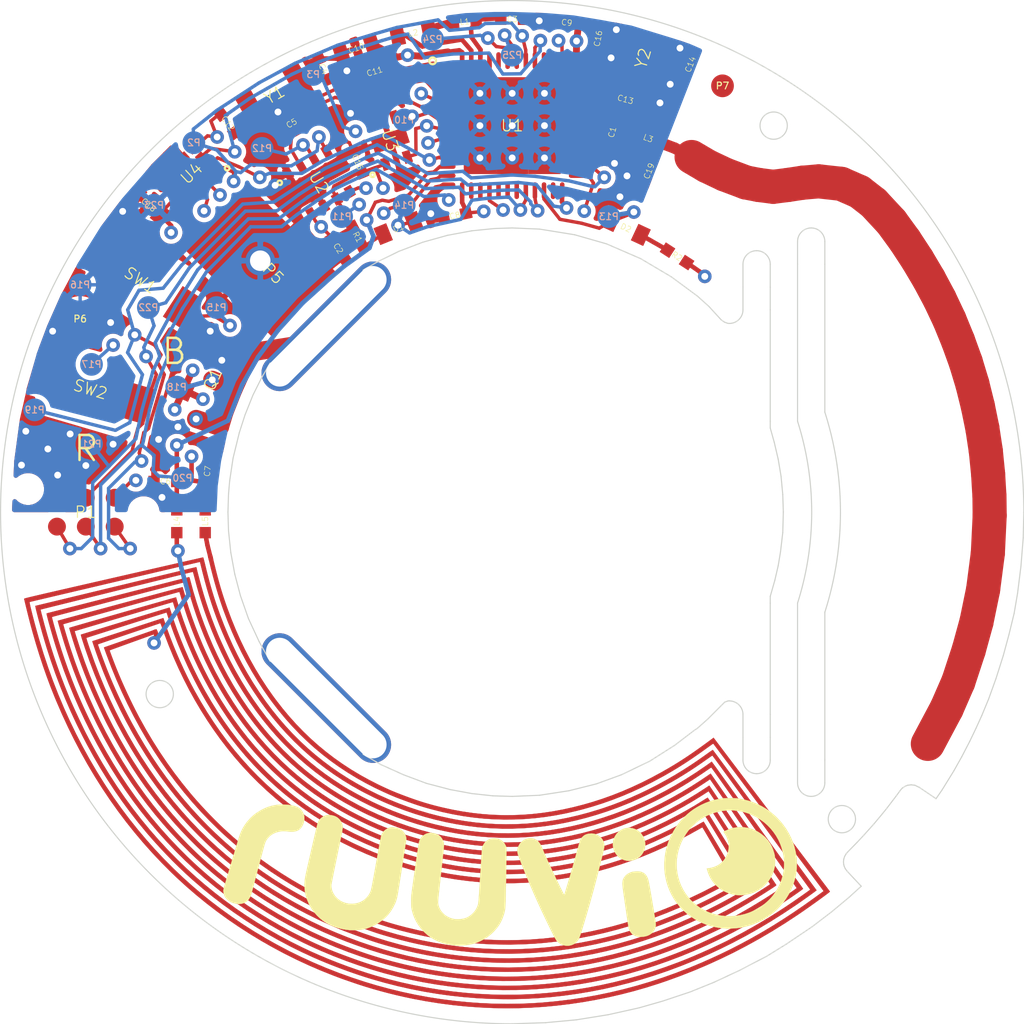
<source format=kicad_pcb>
(kicad_pcb (version 20171130) (host pcbnew "(5.1.4-0-10_14)")
  (title_block (date 2019-10-24))
  (layers (0 F.Cu signal) (1 In1.Cu signal) (2 In2.Cu signal) (31 B.Cu signal) (34 B.Paste user) (35 F.Paste user) (36 B.SilkS user) (37 F.SilkS user) (38 B.Mask user) (39 F.Mask user) (44 Edge.Cuts user))
  (net 0 "")
  (net 1 VDD)
  (net 2 GND)
  (net 3 "Net-(C3-Pad1)")
  (net 4 "Net-(C4-Pad2)")
  (net 5 "Net-(C5-Pad2)")
  (net 6 "Net-(C6-Pad2)")
  (net 7 "Net-(C7-Pad1)")
  (net 8 "Net-(C11-Pad2)")
  (net 9 "Net-(C13-Pad2)")
  (net 10 /XC1)
  (net 11 /ANTENNA)
  (net 12 /XC2)
  (net 13 /LED1)
  (net 14 "Net-(D1-Pad2)")
  (net 15 "Net-(D2-Pad2)")
  (net 16 "Net-(L1-Pad1)")
  (net 17 "Net-(L2-Pad1)")
  (net 18 /SWDIO)
  (net 19 /SWDCLK)
  (net 20 /SWO)
  (net 21 /RESET)
  (net 22 /BUTTON1)
  (net 23 /SPI_ACC_CS)
  (net 24 /SPI_HUMI_CS)
  (net 25 /ACC_INT1)
  (net 26 /SPI_MOSI)
  (net 27 /SPI_MISO)
  (net 28 /SPI_SCK)
  (net 29 /LED2)
  (net 30 "Net-(C1-Pad1)")
  (net 31 /ACC_INT2)
  (net 32 "Net-(P24-Pad1)")
  (net 33 "Net-(P25-Pad1)")
  (net 34 +BATT)
  (net 35 "Net-(L4-Pad1)")
  (net 36 "Net-(L5-Pad2)")
  (net 37 /SCL)
  (net 38 /SDA)
  (module Ruuvi:OSHWMASK5MM (layer B.Cu) (at 77.25 78.75 180)
    (fp_text reference G*** hide)
    (fp_text value OSHWMASK5MM hide)
  )
  (module Ruuvi:RUUVICOM_8MM (layer B.Cu) (at 77.25 82.7 180)
    (fp_text reference G*** hide)
    (fp_text value RUUVICOM_8MM hide)
  )
  (module Ruuvi:RUUVI_LOGO_BENDED_RUUVITAG_REVB2 (layer F.Cu) (at 77.16 78.57)
    (fp_text reference G*** hide)
    (fp_text value RUUVI_LOGO_BENDED_RUUVITAG_REVB2 hide)
  )
  (module RuuviTag:QFN-48_6X6MM_BOTPAD (layer F.Cu) (at 77.25 45.75)
    (fp_text reference U1 (at 0 0) (layer F.SilkS) (effects (font (size 0.5 0.5) (thickness 0.05))))
    (fp_text value nRF52832)
    (pad 49 thru_hole circle (at 1.42 1.42) (size 0.6 0.6) (drill 0.3) (layers *.Cu B.Mask) (net 2 GND))
    (pad 49 thru_hole circle (at 0 1.42) (size 0.6 0.6) (drill 0.3) (layers *.Cu B.Mask) (net 2 GND))
    (pad 49 thru_hole circle (at -1.42 1.42) (size 0.6 0.6) (drill 0.3) (layers *.Cu B.Mask) (net 2 GND))
    (pad 49 thru_hole circle (at 1.42 0) (size 0.6 0.6) (drill 0.3) (layers *.Cu B.Mask) (net 2 GND))
    (pad 49 thru_hole circle (at 0 0) (size 0.6 0.6) (drill 0.3) (layers *.Cu B.Mask) (net 2 GND))
    (pad 49 thru_hole circle (at -1.42 0) (size 0.6 0.6) (drill 0.3) (layers *.Cu B.Mask) (net 2 GND))
    (pad 49 thru_hole circle (at 1.42 -1.42) (size 0.6 0.6) (drill 0.3) (layers *.Cu B.Mask) (net 2 GND))
    (pad 49 thru_hole circle (at 0 -1.42) (size 0.6 0.6) (drill 0.3) (layers *.Cu B.Mask) (net 2 GND))
    (pad 49 thru_hole circle (at -1.42 -1.42) (size 0.6 0.6) (drill 0.3) (layers *.Cu B.Mask) (net 2 GND))
    (pad 49 smd rect (at -1.42 1.42) (size 1.42 1.42) (layers F.Cu F.Paste F.Mask) (net 2 GND))
    (pad 49 smd rect (at 1.42 1.42) (size 1.42 1.42) (layers F.Cu F.Paste F.Mask) (net 2 GND))
    (pad 49 smd rect (at 1.42 -1.42) (size 1.42 1.42) (layers F.Cu F.Paste F.Mask) (net 2 GND))
    (pad 49 smd rect (at -1.42 -1.42) (size 1.42 1.42) (layers F.Cu F.Paste F.Mask) (net 2 GND))
    (pad 48 smd oval (at -2.2 -2.86 180) (size 0.2 0.74) (layers F.Cu F.Paste F.Mask) (net 1 VDD))
    (pad 47 smd oval (at -1.8 -2.86 180) (size 0.2 0.74) (layers F.Cu F.Paste F.Mask) (net 17 "Net-(L2-Pad1)"))
    (pad 46 smd oval (at -1.4 -2.86 180) (size 0.2 0.74) (layers F.Cu F.Paste F.Mask) (net 3 "Net-(C3-Pad1)"))
    (pad 45 smd oval (at -1 -2.86 180) (size 0.2 0.74) (layers F.Cu F.Paste F.Mask) (net 2 GND))
    (pad 44 smd oval (at -0.6 -2.86 180) (size 0.2 0.74) (layers F.Cu F.Paste F.Mask))
    (pad 43 smd oval (at -0.2 -2.86 180) (size 0.2 0.74) (layers F.Cu F.Paste F.Mask) (net 32 "Net-(P24-Pad1)"))
    (pad 42 smd oval (at 0.2 -2.86 180) (size 0.2 0.74) (layers F.Cu F.Paste F.Mask) (net 33 "Net-(P25-Pad1)"))
    (pad 41 smd oval (at 0.6 -2.86 180) (size 0.2 0.74) (layers F.Cu F.Paste F.Mask) (net 28 /SPI_SCK))
    (pad 40 smd oval (at 1 -2.86 180) (size 0.2 0.74) (layers F.Cu F.Paste F.Mask) (net 27 /SPI_MISO))
    (pad 39 smd oval (at 1.4 -2.86 180) (size 0.2 0.74) (layers F.Cu F.Paste F.Mask))
    (pad 38 smd oval (at 1.8 -2.86 180) (size 0.2 0.74) (layers F.Cu F.Paste F.Mask))
    (pad 37 smd oval (at 2.2 -2.86 180) (size 0.2 0.74) (layers F.Cu F.Paste F.Mask) (net 26 /SPI_MOSI))
    (pad 36 smd oval (at 2.86 -2.2 90) (size 0.2 0.74) (layers F.Cu F.Paste F.Mask) (net 1 VDD))
    (pad 35 smd oval (at 2.86 -1.8 90) (size 0.2 0.74) (layers F.Cu F.Paste F.Mask) (net 12 /XC2))
    (pad 34 smd oval (at 2.86 -1.4 90) (size 0.2 0.74) (layers F.Cu F.Paste F.Mask) (net 10 /XC1))
    (pad 33 smd oval (at 2.86 -1 90) (size 0.2 0.74) (layers F.Cu F.Paste F.Mask) (net 9 "Net-(C13-Pad2)"))
    (pad 32 smd oval (at 2.86 -0.6 90) (size 0.2 0.74) (layers F.Cu F.Paste F.Mask))
    (pad 31 smd oval (at 2.86 -0.2 90) (size 0.2 0.74) (layers F.Cu F.Paste F.Mask) (net 2 GND))
    (pad 30 smd oval (at 2.86 0.2 90) (size 0.2 0.74) (layers F.Cu F.Paste F.Mask) (net 30 "Net-(C1-Pad1)"))
    (pad 29 smd oval (at 2.86 0.6 90) (size 0.2 0.74) (layers F.Cu F.Paste F.Mask))
    (pad 28 smd oval (at 2.86 1 90) (size 0.2 0.74) (layers F.Cu F.Paste F.Mask))
    (pad 27 smd oval (at 2.86 1.4 90) (size 0.2 0.74) (layers F.Cu F.Paste F.Mask))
    (pad 26 smd oval (at 2.86 1.8 90) (size 0.2 0.74) (layers F.Cu F.Paste F.Mask) (net 18 /SWDIO))
    (pad 25 smd oval (at 2.86 2.2 90) (size 0.2 0.74) (layers F.Cu F.Paste F.Mask) (net 19 /SWDCLK))
    (pad 24 smd oval (at 2.2 2.86 180) (size 0.2 0.74) (layers F.Cu F.Paste F.Mask) (net 21 /RESET))
    (pad 23 smd oval (at 1.8 2.86 180) (size 0.2 0.74) (layers F.Cu F.Paste F.Mask))
    (pad 22 smd oval (at 1.4 2.86 180) (size 0.2 0.74) (layers F.Cu F.Paste F.Mask) (net 29 /LED2))
    (pad 21 smd oval (at 1 2.86 180) (size 0.2 0.74) (layers F.Cu F.Paste F.Mask) (net 20 /SWO))
    (pad 20 smd oval (at 0.6 2.86 180) (size 0.2 0.74) (layers F.Cu F.Paste F.Mask) (net 13 /LED1))
    (pad 19 smd oval (at 0.2 2.86 180) (size 0.2 0.74) (layers F.Cu F.Paste F.Mask))
    (pad 18 smd oval (at -0.2 2.86 180) (size 0.2 0.74) (layers F.Cu F.Paste F.Mask))
    (pad 17 smd oval (at -0.6 2.86 180) (size 0.2 0.74) (layers F.Cu F.Paste F.Mask))
    (pad 16 smd oval (at -1 2.86 180) (size 0.2 0.74) (layers F.Cu F.Paste F.Mask) (net 22 /BUTTON1))
    (pad 15 smd oval (at -1.4 2.86 180) (size 0.2 0.74) (layers F.Cu F.Paste F.Mask))
    (pad 14 smd oval (at -1.8 2.86 180) (size 0.2 0.74) (layers F.Cu F.Paste F.Mask))
    (pad 13 smd oval (at -2.2 2.86 180) (size 0.2 0.74) (layers F.Cu F.Paste F.Mask) (net 1 VDD))
    (pad 12 smd oval (at -2.86 2.2 90) (size 0.2 0.74) (layers F.Cu F.Paste F.Mask) (net 7 "Net-(C7-Pad1)"))
    (pad 11 smd oval (at -2.86 1.8 90) (size 0.2 0.74) (layers F.Cu F.Paste F.Mask) (net 6 "Net-(C6-Pad2)"))
    (pad 10 smd oval (at -2.86 1.4 90) (size 0.2 0.74) (layers F.Cu F.Paste F.Mask) (net 23 /SPI_ACC_CS))
    (pad 9 smd oval (at -2.86 1 90) (size 0.2 0.74) (layers F.Cu F.Paste F.Mask))
    (pad 8 smd oval (at -2.86 0.6 90) (size 0.2 0.74) (layers F.Cu F.Paste F.Mask) (net 31 /ACC_INT2))
    (pad 7 smd oval (at -2.86 0.2 90) (size 0.2 0.74) (layers F.Cu F.Paste F.Mask) (net 37 /SCL))
    (pad 6 smd oval (at -2.86 -0.2 90) (size 0.2 0.74) (layers F.Cu F.Paste F.Mask) (net 38 /SDA))
    (pad 5 smd oval (at -2.86 -0.6 90) (size 0.2 0.74) (layers F.Cu F.Paste F.Mask) (net 24 /SPI_HUMI_CS))
    (pad 4 smd oval (at -2.86 -1 90) (size 0.2 0.74) (layers F.Cu F.Paste F.Mask) (net 25 /ACC_INT1))
    (pad 3 smd oval (at -2.86 -1.4 90) (size 0.2 0.74) (layers F.Cu F.Paste F.Mask) (net 5 "Net-(C5-Pad2)"))
    (pad 2 smd oval (at -2.86 -1.8 90) (size 0.2 0.74) (layers F.Cu F.Paste F.Mask) (net 4 "Net-(C4-Pad2)"))
    (pad 1 smd oval (at -2.86 -2.2 90) (size 0.2 0.74) (layers F.Cu F.Paste F.Mask) (net 8 "Net-(C11-Pad2)"))
    (pad 49 smd rect (at 0 -1.42) (size 1.42 1.42) (layers F.Cu F.Paste F.Mask) (net 2 GND))
    (pad 49 smd rect (at 0 0) (size 1.42 1.42) (layers F.Cu F.Paste F.Mask) (net 2 GND))
    (pad 49 smd rect (at -1.42 0) (size 1.42 1.42) (layers F.Cu F.Paste F.Mask) (net 2 GND))
    (pad 49 smd rect (at 1.42 0) (size 1.42 1.42) (layers F.Cu F.Paste F.Mask) (net 2 GND))
    (pad 49 smd rect (at 0 1.42) (size 1.42 1.42) (layers F.Cu F.Paste F.Mask) (net 2 GND))
  )
  (module RuuviTag:RUUVITAG-BAT-CONNECTOR (layer F.Cu) (at 66.17 51.69 135)
    (fp_text reference P5 (at -0.799999 0 135) (layer F.SilkS) (effects (font (size 0.5 0.5) (thickness 0.05))))
    (fp_text value GND)
    (pad 1 smd rect (at 0 0 135) (size 5.4 4) (layers F.Cu F.Paste F.Mask) (net 2 GND))
    (pad 1 thru_hole circle (at 0 0 135) (size 1.3 1.3) (drill 0.9) (layers *.Cu *.Mask) (net 2 GND))
  )
  (module RuuviTag:0402_RES (layer F.Cu) (at 70.45 50.65 117.5)
    (fp_text reference R1 (at 0 0 117.5) (layer F.SilkS) (effects (font (size 0.25 0.25) (thickness 0.025))))
    (fp_text value 1k)
    (pad 2 smd rect (at 0.5 0 117.5) (size 0.5 0.5) (layers F.Cu F.Paste F.Mask) (net 1 VDD))
    (pad 1 smd rect (at -0.5 0 117.5) (size 0.5 0.5) (layers F.Cu F.Paste F.Mask) (net 14 "Net-(D1-Pad2)"))
  )
  (module RuuviTag:LGA12_2X2MM (layer F.Cu) (at 63.15 47.85 223)
    (fp_text reference U4 (at 0 0 223) (layer F.SilkS) (effects (font (size 0.5 0.5) (thickness 0.05))))
    (fp_text value LIS2DH12)
    (pad 12 smd rect (at -0.25 -0.75 313) (size 0.375 0.35) (layers F.Cu F.Paste F.Mask) (net 25 /ACC_INT1))
    (pad 11 smd rect (at 0.25 -0.75 313) (size 0.375 0.35) (layers F.Cu F.Paste F.Mask) (net 31 /ACC_INT2))
    (pad 10 smd rect (at 0.775 -0.75 223) (size 0.375 0.35) (layers F.Cu F.Paste F.Mask) (net 1 VDD))
    (pad 9 smd rect (at 0.775 -0.25 223) (size 0.375 0.35) (layers F.Cu F.Paste F.Mask) (net 1 VDD))
    (pad 8 smd rect (at 0.775 0.25 223) (size 0.375 0.35) (layers F.Cu F.Paste F.Mask) (net 2 GND))
    (pad 7 smd rect (at 0.775 0.75 223) (size 0.375 0.35) (layers F.Cu F.Paste F.Mask) (net 2 GND))
    (pad 6 smd rect (at 0.25 0.75 313) (size 0.375 0.35) (layers F.Cu F.Paste F.Mask) (net 2 GND))
    (pad 5 smd rect (at -0.25 0.75 313) (size 0.375 0.35) (layers F.Cu F.Paste F.Mask) (net 2 GND))
    (pad 4 smd rect (at -0.775 0.75 223) (size 0.375 0.35) (layers F.Cu F.Paste F.Mask) (net 26 /SPI_MOSI))
    (pad 3 smd rect (at -0.775 0.25 223) (size 0.375 0.35) (layers F.Cu F.Paste F.Mask) (net 27 /SPI_MISO))
    (pad 2 smd rect (at -0.775 -0.25 223) (size 0.375 0.35) (layers F.Cu F.Paste F.Mask) (net 23 /SPI_ACC_CS))
    (pad 1 smd rect (at -0.775 -0.75 223) (size 0.375 0.35) (layers F.Cu F.Paste F.Mask) (net 28 /SPI_SCK))
  )
  (module RuuviTag:NFC_RUUVITAG_REVB2 (layer F.Cu) (at 72.42 75.96 340)
    (fp_text reference P4 hide)
    (fp_text value NFC hide)
    (fp_poly (pts (xy 11.759304 -7.75829) (xy 11.762521 -7.756196) (xy 11.76911 -7.751921) (xy 11.779365 -7.745277) (xy 11.793579 -7.736072) (xy 11.812046 -7.724117) (xy 11.835062 -7.709221) (xy 11.862918 -7.691194) (xy 11.895911 -7.669846) (xy 11.934333 -7.644987) (xy 11.97848 -7.616427) (xy 12.028643 -7.583975) (xy 12.085119 -7.547441) (xy 12.148201 -7.506636) (xy 12.218182 -7.461368) (xy 12.295358 -7.411448) (xy 12.380021 -7.356686) (xy 12.472466 -7.296891) (xy 12.572988 -7.231873) (xy 12.681879 -7.161442) (xy 12.799435 -7.085408) (xy 12.925949 -7.003581) (xy 13.061715 -6.91577) (xy 13.207027 -6.821786) (xy 13.362179 -6.721437) (xy 13.527466 -6.614535) (xy 13.703181 -6.500888) (xy 13.889619 -6.380307) (xy 14.087072 -6.252601) (xy 14.295837 -6.11758) (xy 14.516205 -5.975055) (xy 14.748472 -5.824834) (xy 14.992932 -5.666728) (xy 15.249878 -5.500547) (xy 15.519605 -5.326099) (xy 15.802407 -5.143196) (xy 16.098577 -4.951647) (xy 16.40841 -4.751262) (xy 16.696267 -4.56509) (xy 16.851359 -4.464786) (xy 17.004778 -4.365569) (xy 17.155753 -4.267937) (xy 17.303513 -4.172389) (xy 17.447288 -4.079422) (xy 17.586307 -3.989536) (xy 17.719798 -3.903228) (xy 17.846992 -3.820996) (xy 17.967116 -3.74334) (xy 18.079401 -3.670756) (xy 18.183076 -3.603745) (xy 18.277369 -3.542803) (xy 18.361511 -3.488429) (xy 18.434729 -3.441122) (xy 18.496253 -3.40138) (xy 18.545313 -3.369701) (xy 18.581138 -3.346583) (xy 18.588567 -3.341793) (xy 18.648445 -3.303153) (xy 18.703874 -3.267306) (xy 18.753231 -3.235307) (xy 18.794895 -3.208212) (xy 18.827242 -3.187076) (xy 18.84865 -3.172955) (xy 18.857495 -3.166903) (xy 18.857557 -3.166851) (xy 18.855316 -3.157868) (xy 18.843962 -3.136047) (xy 18.824162 -3.102372) (xy 18.796583 -3.057827) (xy 18.761894 -3.003397) (xy 18.72076 -2.940067) (xy 18.673849 -2.868821) (xy 18.621829 -2.790644) (xy 18.565367 -2.70652) (xy 18.50513 -2.617435) (xy 18.441786 -2.524371) (xy 18.376001 -2.428315) (xy 18.308443 -2.330251) (xy 18.239779 -2.231163) (xy 18.170676 -2.132035) (xy 18.101803 -2.033854) (xy 18.033825 -1.937602) (xy 17.96741 -1.844265) (xy 17.903226 -1.754827) (xy 17.861797 -1.697566) (xy 17.468919 -1.170499) (xy 17.065134 -0.656354) (xy 16.650457 -0.155147) (xy 16.224904 0.333107) (xy 15.788488 0.808392) (xy 15.341226 1.270691) (xy 14.883132 1.71999) (xy 14.414222 2.156271) (xy 13.934511 2.57952) (xy 13.444013 2.989721) (xy 13.165666 3.212908) (xy 12.712328 3.560985) (xy 12.248267 3.897762) (xy 11.774401 4.222724) (xy 11.291652 4.535356) (xy 10.800939 4.835143) (xy 10.303183 5.121571) (xy 9.799304 5.394124) (xy 9.290221 5.652288) (xy 8.776856 5.895548) (xy 8.260127 6.12339) (xy 7.740955 6.335297) (xy 7.2644 6.514851) (xy 6.703213 6.70886) (xy 6.136136 6.887044) (xy 5.563534 7.049314) (xy 4.985771 7.195581) (xy 4.403211 7.325757) (xy 3.816219 7.439753) (xy 3.225159 7.537479) (xy 2.8575 7.589769) (xy 2.50291 7.633937) (xy 2.145039 7.672373) (xy 1.787197 7.70482) (xy 1.432694 7.731025) (xy 1.084839 7.750731) (xy 0.746944 7.763684) (xy 0.541867 7.768243) (xy 0.465805 7.769442) (xy 0.386839 7.770703) (xy 0.308788 7.771964) (xy 0.235476 7.773162) (xy 0.170722 7.774236) (xy 0.118348 7.775124) (xy 0.110067 7.775267) (xy 0.066855 7.775707) (xy 0.009525 7.77582) (xy -0.059112 7.775623) (xy -0.136246 7.775137) (xy -0.219064 7.77438) (xy -0.304756 7.773372) (xy -0.39051 7.772131) (xy -0.4191 7.771661) (xy -1.005094 7.753503) (xy -1.590559 7.719018) (xy -2.17489 7.668339) (xy -2.757482 7.601599) (xy -3.337732 7.518932) (xy -3.915035 7.420472) (xy -4.488785 7.306352) (xy -5.058379 7.176705) (xy -5.623211 7.031666) (xy -6.182677 6.871367) (xy -6.736173 6.695942) (xy -7.283094 6.505526) (xy -7.822834 6.300251) (xy -8.354791 6.080251) (xy -8.636 5.956542) (xy -9.178709 5.703557) (xy -9.713671 5.435733) (xy -10.240945 5.153027) (xy -10.760592 4.855395) (xy -11.272669 4.542794) (xy -11.777236 4.215179) (xy -12.274354 3.872506) (xy -12.76408 3.514733) (xy -13.246476 3.141815) (xy -13.721599 2.753709) (xy -14.189509 2.35037) (xy -14.650266 1.931755) (xy -15.103929 1.49782) (xy -15.550557 1.048522) (xy -15.990211 0.583816) (xy -16.129481 0.4318) (xy -16.442232 0.08031) (xy -16.752986 -0.283972) (xy -17.062312 -0.661767) (xy -17.370785 -1.053798) (xy -17.678976 -1.460787) (xy -17.987456 -1.883457) (xy -18.194694 -2.175933) (xy -18.22409 -2.21821) (xy -18.259424 -2.269536) (xy -18.299729 -2.328472) (xy -18.344039 -2.393577) (xy -18.391389 -2.46341) (xy -18.440812 -2.536531) (xy -18.491343 -2.611498) (xy -18.542014 -2.686871) (xy -18.591861 -2.76121) (xy -18.639918 -2.833074) (xy -18.685217 -2.901021) (xy -18.726793 -2.963612) (xy -18.763681 -3.019406) (xy -18.794914 -3.066962) (xy -18.819526 -3.104839) (xy -18.836551 -3.131596) (xy -18.845023 -3.145794) (xy -18.84503 -3.145808) (xy -18.845113 -3.147554) (xy -18.843675 -3.150189) (xy -18.840345 -3.153955) (xy -18.834751 -3.159097) (xy -18.82652 -3.165857) (xy -18.815282 -3.174478) (xy -18.800663 -3.185204) (xy -18.782293 -3.198277) (xy -18.759799 -3.213941) (xy -18.73281 -3.232439) (xy -18.700953 -3.254014) (xy -18.663857 -3.278909) (xy -18.62115 -3.307368) (xy -18.57246 -3.339633) (xy -18.517415 -3.375947) (xy -18.455644 -3.416554) (xy -18.386774 -3.461697) (xy -18.310434 -3.511619) (xy -18.226251 -3.566563) (xy -18.133855 -3.626772) (xy -18.032872 -3.69249) (xy -17.922932 -3.763959) (xy -17.803661 -3.841422) (xy -17.67469 -3.925124) (xy -17.535645 -4.015306) (xy -17.386154 -4.112213) (xy -17.225847 -4.216086) (xy -17.05435 -4.32717) (xy -16.871293 -4.445708) (xy -16.676303 -4.571942) (xy -16.469008 -4.706115) (xy -16.249037 -4.848472) (xy -16.016018 -4.999255) (xy -15.769578 -5.158706) (xy -15.509347 -5.32707) (xy -15.468236 -5.353667) (xy -15.249484 -5.495183) (xy -15.034286 -5.634386) (xy -14.82308 -5.770994) (xy -14.616303 -5.904723) (xy -14.414394 -6.035292) (xy -14.217789 -6.162416) (xy -14.026929 -6.285813) (xy -13.842249 -6.405201) (xy -13.664188 -6.520296) (xy -13.493184 -6.630815) (xy -13.329674 -6.736476) (xy -13.174097 -6.836996) (xy -13.026891 -6.932092) (xy -12.888493 -7.021481) (xy -12.759341 -7.10488) (xy -12.639873 -7.182007) (xy -12.530527 -7.252577) (xy -12.431741 -7.31631) (xy -12.343953 -7.372921) (xy -12.2676 -7.422128) (xy -12.203121 -7.463648) (xy -12.150953 -7.497199) (xy -12.111535 -7.522496) (xy -12.085303 -7.539258) (xy -12.072697 -7.547202) (xy -12.071585 -7.547846) (xy -12.064217 -7.541832) (xy -12.048371 -7.52233) (xy -12.024625 -7.49016) (xy -11.99356 -7.44614) (xy -11.955756 -7.391089) (xy -11.911793 -7.325827) (xy -11.872139 -7.266154) (xy -11.728741 -7.051135) (xy -11.591233 -6.849045) (xy -11.457994 -6.657634) (xy -11.327401 -6.474657) (xy -11.197831 -6.297864) (xy -11.067663 -6.12501) (xy -10.935274 -5.953846) (xy -10.817047 -5.804586) (xy -10.508987 -5.430254) (xy -10.192822 -5.066715) (xy -9.869389 -4.714802) (xy -9.539527 -4.375347) (xy -9.204071 -4.049183) (xy -8.863861 -3.737142) (xy -8.519733 -3.440058) (xy -8.172525 -3.158761) (xy -8.094133 -3.097784) (xy -7.706064 -2.807785) (xy -7.314565 -2.534312) (xy -6.919422 -2.277264) (xy -6.520421 -2.036542) (xy -6.117347 -1.812047) (xy -5.709985 -1.603678) (xy -5.298121 -1.411335) (xy -4.881539 -1.234919) (xy -4.460025 -1.074329) (xy -4.033365 -0.929467) (xy -3.601343 -0.800231) (xy -3.163744 -0.686523) (xy -2.720355 -0.588242) (xy -2.678936 -0.579906) (xy -2.21213 -0.495358) (xy -1.741723 -0.427216) (xy -1.268348 -0.375489) (xy -0.792635 -0.340188) (xy -0.315216 -0.321321) (xy 0.163276 -0.318898) (xy 0.642212 -0.33293) (xy 1.120958 -0.363426) (xy 1.598884 -0.410395) (xy 2.075357 -0.473847) (xy 2.265798 -0.503912) (xy 2.714769 -0.586117) (xy 3.157726 -0.683636) (xy 3.594891 -0.79657) (xy 4.026481 -0.925018) (xy 4.452717 -1.06908) (xy 4.873818 -1.228854) (xy 5.290003 -1.404441) (xy 5.701493 -1.59594) (xy 6.108506 -1.803451) (xy 6.511261 -2.027073) (xy 6.90998 -2.266906) (xy 7.30488 -2.523049) (xy 7.696182 -2.795602) (xy 8.084105 -3.084665) (xy 8.261646 -3.22334) (xy 8.576116 -3.480617) (xy 8.890149 -3.753451) (xy 9.202459 -4.040487) (xy 9.511761 -4.340369) (xy 9.816769 -4.651742) (xy 10.116197 -4.973252) (xy 10.408759 -5.303542) (xy 10.69317 -5.641258) (xy 10.968145 -5.985045) (xy 11.232396 -6.333546) (xy 11.300232 -6.4262) (xy 11.368349 -6.520475) (xy 11.435547 -6.614627) (xy 11.50385 -6.711548) (xy 11.575281 -6.814127) (xy 11.651868 -6.925254) (xy 11.733212 -7.044266) (xy 11.769888 -7.097611) (xy 11.803804 -7.145998) (xy 11.833736 -7.187754) (xy 11.858459 -7.221208) (xy 11.876751 -7.244686) (xy 11.887387 -7.256515) (xy 11.889339 -7.257595) (xy 11.8967 -7.252864) (xy 11.917632 -7.239133) (xy 11.951592 -7.216763) (xy 11.998038 -7.186111) (xy 12.056428 -7.147539) (xy 12.126221 -7.101405) (xy 12.206873 -7.048067) (xy 12.297843 -6.987886) (xy 12.398588 -6.921221) (xy 12.508568 -6.848431) (xy 12.627239 -6.769874) (xy 12.75406 -6.685911) (xy 12.888488 -6.596901) (xy 13.029981 -6.503203) (xy 13.177998 -6.405175) (xy 13.331996 -6.303178) (xy 13.491433 -6.197571) (xy 13.655768 -6.088713) (xy 13.824457 -5.976962) (xy 13.996959 -5.862679) (xy 14.172732 -5.746223) (xy 14.351234 -5.627952) (xy 14.531922 -5.508227) (xy 14.714256 -5.387406) (xy 14.897691 -5.265848) (xy 15.081687 -5.143913) (xy 15.265702 -5.02196) (xy 15.449193 -4.900349) (xy 15.631618 -4.779438) (xy 15.812435 -4.659587) (xy 15.991102 -4.541155) (xy 16.167077 -4.424501) (xy 16.339819 -4.309985) (xy 16.508784 -4.197965) (xy 16.67343 -4.088802) (xy 16.833217 -3.982854) (xy 16.987601 -3.88048) (xy 17.136041 -3.78204) (xy 17.277994 -3.687893) (xy 17.412918 -3.598399) (xy 17.540272 -3.513916) (xy 17.659513 -3.434803) (xy 17.770099 -3.361421) (xy 17.871488 -3.294128) (xy 17.963138 -3.233283) (xy 18.044507 -3.179246) (xy 18.115053 -3.132376) (xy 18.174234 -3.093032) (xy 18.221507 -3.061573) (xy 18.256331 -3.03836) (xy 18.278164 -3.02375) (xy 18.286462 -3.018104) (xy 18.286507 -3.018068) (xy 18.283145 -3.01017) (xy 18.270881 -2.989665) (xy 18.25056 -2.957789) (xy 18.22303 -2.915779) (xy 18.189137 -2.864873) (xy 18.14973 -2.806309) (xy 18.105653 -2.741322) (xy 18.057755 -2.67115) (xy 18.006883 -2.59703) (xy 17.953882 -2.520199) (xy 17.8996 -2.441895) (xy 17.844884 -2.363354) (xy 17.790581 -2.285814) (xy 17.737538 -2.210512) (xy 17.686601 -2.138685) (xy 17.638618 -2.071569) (xy 17.637562 -2.0701) (xy 17.253584 -1.548951) (xy 16.860808 -1.042119) (xy 16.458919 -0.549264) (xy 16.047602 -0.070046) (xy 15.626542 0.395873) (xy 15.195424 0.848832) (xy 14.753933 1.289171) (xy 14.301753 1.717228) (xy 13.838571 2.133344) (xy 13.36407 2.537856) (xy 13.335 2.561959) (xy 12.87887 2.929192) (xy 12.413338 3.283611) (xy 11.938993 3.62488) (xy 11.456423 3.95266) (xy 10.966216 4.266616) (xy 10.46896 4.56641) (xy 9.965245 4.851705) (xy 9.455659 5.122165) (xy 8.940789 5.377452) (xy 8.421225 5.61723) (xy 7.897556 5.841161) (xy 7.370368 6.048909) (xy 7.0231 6.17617) (xy 6.463639 6.366119) (xy 5.899391 6.53984) (xy 5.330496 6.697304) (xy 4.757098 6.838483) (xy 4.179339 6.963349) (xy 3.597361 7.071872) (xy 3.011307 7.164025) (xy 2.421319 7.239779) (xy 1.827538 7.299106) (xy 1.230108 7.341976) (xy 1.185333 7.344517) (xy 0.905322 7.357742) (xy 0.61248 7.367076) (xy 0.310448 7.372545) (xy 0.00287 7.37417) (xy -0.306611 7.371974) (xy -0.614351 7.365982) (xy -0.916708 7.356215) (xy -1.210039 7.342697) (xy -1.456267 7.327821) (xy -2.034496 7.280454) (xy -2.611932 7.216826) (xy -3.187781 7.137117) (xy -3.761245 7.041506) (xy -4.331528 6.930174) (xy -4.897834 6.803299) (xy -5.459367 6.661062) (xy -6.015329 6.503641) (xy -6.564925 6.331216) (xy -7.107359 6.143966) (xy -7.641833 5.942072) (xy -7.691967 5.922215) (xy -8.048994 5.775606) (xy -8.413181 5.617068) (xy -8.781393 5.448117) (xy -9.150494 5.27027) (xy -9.517351 5.085042) (xy -9.878828 4.893951) (xy -10.231791 4.698511) (xy -10.287 4.66709) (xy -10.783295 4.374609) (xy -11.271137 4.069004) (xy -11.751116 3.749839) (xy -12.223825 3.416678) (xy -12.689855 3.069082) (xy -13.149797 2.706615) (xy -13.604243 2.328839) (xy -14.053784 1.935319) (xy -14.350775 1.664259) (xy -14.785816 1.250393) (xy -15.210585 0.82544) (xy -15.625584 0.388817) (xy -16.031315 -0.060057) (xy -16.428278 -0.521766) (xy -16.816975 -0.996892) (xy -17.197907 -1.486018) (xy -17.571576 -1.989726) (xy -17.925075 -2.4892) (xy -17.995224 -2.59077) (xy -18.056109 -2.679313) (xy -18.108245 -2.755622) (xy -18.152147 -2.820492) (xy -18.18833 -2.87472) (xy -18.217311 -2.919099) (xy -18.239605 -2.954424) (xy -18.255726 -2.981491) (xy -18.266191 -3.001095) (xy -18.271516 -3.01403) (xy -18.272215 -3.021091) (xy -18.271003 -3.022661) (xy -18.264313 -3.026997) (xy -18.24656 -3.038679) (xy -18.217633 -3.05778) (xy -18.177422 -3.084375) (xy -18.125815 -3.118536) (xy -18.062701 -3.160337) (xy -17.987971 -3.209852) (xy -17.901512 -3.267154) (xy -17.803214 -3.332317) (xy -17.692967 -3.405415) (xy -17.570659 -3.48652) (xy -17.436179 -3.575706) (xy -17.289417 -3.673048) (xy -17.130262 -3.778617) (xy -16.958602 -3.892489) (xy -16.774328 -4.014737) (xy -16.577328 -4.145433) (xy -16.367491 -4.284652) (xy -16.144707 -4.432467) (xy -15.908864 -4.588952) (xy -15.659852 -4.75418) (xy -15.39756 -4.928224) (xy -15.121877 -5.111159) (xy -14.832692 -5.303058) (xy -14.529894 -5.503994) (xy -14.213373 -5.714041) (xy -13.883018 -5.933273) (xy -13.538717 -6.161762) (xy -13.37417 -6.270962) (xy -13.247373 -6.355102) (xy -13.12439 -6.436694) (xy -13.005963 -6.515246) (xy -12.892834 -6.590269) (xy -12.785743 -6.66127) (xy -12.685432 -6.72776) (xy -12.592642 -6.789246) (xy -12.508114 -6.845238) (xy -12.43259 -6.895245) (xy -12.36681 -6.938775) (xy -12.311517 -6.975338) (xy -12.267451 -7.004443) (xy -12.235353 -7.025599) (xy -12.215966 -7.038314) (xy -12.210004 -7.042133) (xy -12.202954 -7.036802) (xy -12.19047 -7.020853) (xy -12.180471 -7.005884) (xy -12.161725 -6.976983) (xy -12.134579 -6.93621) (xy -12.10039 -6.885532) (xy -12.060512 -6.826916) (xy -12.016303 -6.762331) (xy -11.969117 -6.693744) (xy -11.920311 -6.623124) (xy -11.87124 -6.552438) (xy -11.823261 -6.483654) (xy -11.777729 -6.41874) (xy -11.736001 -6.359663) (xy -11.711378 -6.325072) (xy -11.492668 -6.025242) (xy -11.271064 -5.734127) (xy -11.044037 -5.448617) (xy -10.809062 -5.165601) (xy -10.563611 -4.881971) (xy -10.307707 -4.5974) (xy -10.264792 -4.551245) (xy -10.211577 -4.495193) (xy -10.149761 -4.430952) (xy -10.081042 -4.36023) (xy -10.007118 -4.284734) (xy -9.929688 -4.206172) (xy -9.850449 -4.126253) (xy -9.771099 -4.046684) (xy -9.693337 -3.969174) (xy -9.618861 -3.89543) (xy -9.549368 -3.82716) (xy -9.486558 -3.766072) (xy -9.432128 -3.713875) (xy -9.389389 -3.673764) (xy -9.016179 -3.339376) (xy -8.636971 -3.020086) (xy -8.251983 -2.716034) (xy -7.861433 -2.42736) (xy -7.465539 -2.154204) (xy -7.06452 -1.896706) (xy -6.658592 -1.655007) (xy -6.247974 -1.429246) (xy -5.832885 -1.219563) (xy -5.413541 -1.026098) (xy -4.995843 -0.85125) (xy -4.58798 -0.696606) (xy -4.180305 -0.557287) (xy -3.770558 -0.432662) (xy -3.356478 -0.322105) (xy -2.935805 -0.224985) (xy -2.506277 -0.140675) (xy -2.331883 -0.110464) (xy -1.85834 -0.039862) (xy -1.380781 0.014698) (xy -0.900421 0.053184) (xy -0.418474 0.075563) (xy 0.063847 0.081802) (xy 0.545329 0.071868) (xy 1.024756 0.045728) (xy 1.500917 0.00335) (xy 1.5748 -0.004725) (xy 2.04305 -0.064762) (xy 2.502477 -0.139024) (xy 2.953726 -0.227698) (xy 3.397444 -0.330973) (xy 3.834276 -0.449035) (xy 4.26487 -0.582073) (xy 4.689872 -0.730273) (xy 5.109927 -0.893823) (xy 5.525683 -1.072911) (xy 5.937785 -1.267724) (xy 5.952067 -1.274788) (xy 6.372578 -1.492417) (xy 6.787687 -1.725957) (xy 7.197074 -1.975167) (xy 7.600414 -2.239804) (xy 7.997388 -2.519628) (xy 8.387671 -2.814395) (xy 8.770942 -3.123863) (xy 9.14688 -3.447792) (xy 9.515161 -3.785938) (xy 9.875464 -4.13806) (xy 10.17222 -4.445) (xy 10.533742 -4.840007) (xy 10.882614 -5.244153) (xy 11.217995 -5.656394) (xy 11.539044 -6.075686) (xy 11.84492 -6.500984) (xy 11.942132 -6.6421) (xy 11.96787 -6.679854) (xy 11.990092 -6.712416) (xy 12.007125 -6.737336) (xy 12.017293 -6.752165) (xy 12.019398 -6.755192) (xy 12.02653 -6.750874) (xy 12.046843 -6.737546) (xy 12.079534 -6.715752) (xy 12.123804 -6.686035) (xy 12.178849 -6.648938) (xy 12.243868 -6.605003) (xy 12.318061 -6.554773) (xy 12.400625 -6.498792) (xy 12.49076 -6.437602) (xy 12.587662 -6.371746) (xy 12.690532 -6.301767) (xy 12.798567 -6.228208) (xy 12.910966 -6.151612) (xy 12.981015 -6.103844) (xy 13.228604 -5.934963) (xy 13.463006 -5.775079) (xy 13.68502 -5.623645) (xy 13.895447 -5.480115) (xy 14.095088 -5.343943) (xy 14.284743 -5.214583) (xy 14.465213 -5.091489) (xy 14.637299 -4.974115) (xy 14.801801 -4.861914) (xy 14.95952 -4.754342) (xy 15.111256 -4.650851) (xy 15.25781 -4.550897) (xy 15.399983 -4.453932) (xy 15.538575 -4.35941) (xy 15.674387 -4.266787) (xy 15.808219 -4.175514) (xy 15.940873 -4.085048) (xy 16.073148 -3.994841) (xy 16.205845 -3.904347) (xy 16.339765 -3.813021) (xy 16.475709 -3.720316) (xy 16.614477 -3.625686) (xy 16.641233 -3.60744) (xy 16.761876 -3.52516) (xy 16.878724 -3.445443) (xy 16.991011 -3.368815) (xy 17.097969 -3.295801) (xy 17.198829 -3.226926) (xy 17.292824 -3.162715) (xy 17.379185 -3.103693) (xy 17.457144 -3.050384) (xy 17.525934 -3.003316) (xy 17.584787 -2.963011) (xy 17.632934 -2.929995) (xy 17.669608 -2.904793) (xy 17.69404 -2.887931) (xy 17.705463 -2.879933) (xy 17.706226 -2.879353) (xy 17.703435 -2.870696) (xy 17.691344 -2.849489) (xy 17.670709 -2.816807) (xy 17.642287 -2.773724) (xy 17.606835 -2.721313) (xy 17.565109 -2.660649) (xy 17.517867 -2.592806) (xy 17.465865 -2.518857) (xy 17.409859 -2.439877) (xy 17.350607 -2.356938) (xy 17.288866 -2.271117) (xy 17.225391 -2.183485) (xy 17.16094 -2.095118) (xy 17.09627 -2.007089) (xy 17.032136 -1.920473) (xy 17.003226 -1.881669) (xy 16.6238 -1.386626) (xy 16.233147 -0.902769) (xy 15.831659 -0.430479) (xy 15.419726 0.029863) (xy 14.997741 0.477873) (xy 14.566096 0.913171) (xy 14.125183 1.335375) (xy 13.675395 1.744102) (xy 13.217122 2.138972) (xy 12.750757 2.519602) (xy 12.276692 2.88561) (xy 11.795319 3.236615) (xy 11.628966 3.353227) (xy 11.227759 3.624283) (xy 10.816008 3.888179) (xy 10.395541 4.143942) (xy 9.968185 4.390598) (xy 9.535768 4.627174) (xy 9.100116 4.852697) (xy 8.663057 5.066193) (xy 8.226418 5.266688) (xy 7.792026 5.45321) (xy 7.374466 5.619892) (xy 6.823125 5.822523) (xy 6.267258 6.008861) (xy 5.707044 6.178879) (xy 5.142662 6.332552) (xy 4.574289 6.469855) (xy 4.002105 6.590759) (xy 3.426286 6.695241) (xy 2.847011 6.783273) (xy 2.264459 6.854829) (xy 1.678808 6.909884) (xy 1.090235 6.948412) (xy 0.498919 6.970386) (xy -0.094962 6.975781) (xy -0.69123 6.964569) (xy -1.289706 6.936726) (xy -1.528233 6.921029) (xy -2.098388 6.872064) (xy -2.669442 6.806463) (xy -3.240345 6.724409) (xy -3.810044 6.626087) (xy -4.377487 6.511681) (xy -4.941624 6.381376) (xy -5.501401 6.235354) (xy -5.596467 6.208865) (xy -6.136373 6.048717) (xy -6.669955 5.873706) (xy -7.197778 5.683588) (xy -7.720408 5.47812) (xy -8.23841 5.25706) (xy -8.752349 5.020164) (xy -9.262791 4.76719) (xy -9.770301 4.497895) (xy -10.275444 4.212036) (xy -10.358967 4.163047) (xy -10.841974 3.868884) (xy -11.320141 3.558785) (xy -11.792994 3.233175) (xy -12.26006 2.892478) (xy -12.720866 2.537119) (xy -13.17494 2.167522) (xy -13.621808 1.784112) (xy -14.060997 1.387312) (xy -14.492034 0.977549) (xy -14.914447 0.555245) (xy -15.327762 0.120827) (xy -15.731506 -0.325283) (xy -16.125207 -0.782659) (xy -16.508391 -1.250876) (xy -16.785164 -1.604433) (xy -16.847658 -1.68626) (xy -16.912654 -1.772215) (xy -16.979422 -1.86128) (xy -17.047233 -1.952434) (xy -17.115359 -2.04466) (xy -17.183069 -2.136938) (xy -17.249636 -2.22825) (xy -17.314329 -2.317578) (xy -17.37642 -2.403902) (xy -17.435179 -2.486204) (xy -17.489878 -2.563465) (xy -17.539787 -2.634665) (xy -17.584176 -2.698787) (xy -17.622318 -2.754812) (xy -17.653482 -2.801721) (xy -17.676939 -2.838495) (xy -17.691961 -2.864115) (xy -17.697818 -2.877562) (xy -17.697557 -2.879215) (xy -17.689977 -2.884539) (xy -17.66913 -2.898905) (xy -17.63574 -2.921818) (xy -17.590532 -2.952783) (xy -17.534232 -2.991305) (xy -17.467563 -3.036888) (xy -17.391252 -3.089038) (xy -17.306022 -3.147259) (xy -17.212598 -3.211057) (xy -17.111705 -3.279936) (xy -17.004069 -3.353401) (xy -16.890414 -3.430957) (xy -16.771464 -3.512108) (xy -16.647944 -3.596361) (xy -16.52058 -3.683219) (xy -16.505767 -3.69332) (xy -16.208566 -3.895983) (xy -15.899746 -4.106583) (xy -15.581669 -4.323508) (xy -15.2567 -4.545144) (xy -14.927202 -4.76988) (xy -14.59554 -4.996102) (xy -14.264077 -5.2222) (xy -13.935178 -5.446559) (xy -13.611205 -5.667569) (xy -13.294523 -5.883616) (xy -12.987496 -6.093088) (xy -12.851042 -6.186189) (xy -12.769471 -6.241793) (xy -12.69185 -6.294601) (xy -12.619333 -6.343837) (xy -12.553075 -6.388721) (xy -12.49423 -6.428473) (xy -12.443952 -6.462316) (xy -12.403395 -6.489469) (xy -12.373714 -6.509155) (xy -12.356063 -6.520594) (xy -12.351509 -6.523269) (xy -12.342154 -6.517961) (xy -12.324904 -6.499039) (xy -12.300524 -6.467443) (xy -12.269776 -6.424113) (xy -12.263967 -6.415641) (xy -11.972327 -6.001145) (xy -11.668764 -5.594337) (xy -11.354135 -5.196148) (xy -11.029297 -4.807511) (xy -10.695107 -4.429355) (xy -10.352421 -4.062612) (xy -10.002097 -3.708212) (xy -9.644991 -3.367087) (xy -9.281961 -3.040166) (xy -8.913862 -2.728382) (xy -8.741833 -2.589314) (xy -8.347568 -2.285547) (xy -7.947105 -1.997133) (xy -7.540645 -1.724184) (xy -7.128388 -1.466811) (xy -6.710534 -1.225127) (xy -6.287283 -0.999241) (xy -5.858835 -0.789267) (xy -5.42539 -0.595315) (xy -4.987147 -0.417498) (xy -4.580467 -0.268448) (xy -4.150423 -0.127507) (xy -3.712079 -0.000953) (xy -3.266224 0.111115) (xy -2.813648 0.208597) (xy -2.355139 0.291392) (xy -1.891488 0.359402) (xy -1.423483 0.412526) (xy -0.951913 0.450664) (xy -0.477569 0.473717) (xy -0.00124 0.481586) (xy 0.476286 0.474169) (xy 0.954218 0.451369) (xy 1.058333 0.444349) (xy 1.544056 0.40185) (xy 2.023562 0.343703) (xy 2.496978 0.269859) (xy 2.964432 0.180271) (xy 3.426049 0.074891) (xy 3.881958 -0.046329) (xy 4.332284 -0.183436) (xy 4.777156 -0.33648) (xy 5.2167 -0.505506) (xy 5.651042 -0.690564) (xy 6.080311 -0.8917) (xy 6.504633 -1.108964) (xy 6.924135 -1.342402) (xy 7.338944 -1.592063) (xy 7.749187 -1.857994) (xy 8.15499 -2.140244) (xy 8.402795 -2.32224) (xy 8.777709 -2.612766) (xy 9.148249 -2.918964) (xy 9.513549 -3.239942) (xy 9.872746 -3.574805) (xy 10.224976 -3.922661) (xy 10.569374 -4.282617) (xy 10.905075 -4.653778) (xy 11.231215 -5.035253) (xy 11.546931 -5.426147) (xy 11.851356 -5.825568) (xy 12.027256 -6.067573) (xy 12.155036 -6.246579) (xy 12.289935 -6.151682) (xy 12.307483 -6.139339) (xy 12.338325 -6.117648) (xy 12.381904 -6.087) (xy 12.437662 -6.047788) (xy 12.505043 -6.000402) (xy 12.58349 -5.945235) (xy 12.672444 -5.882679) (xy 12.771349 -5.813126) (xy 12.879647 -5.736968) (xy 12.996781 -5.654596) (xy 13.122194 -5.566402) (xy 13.255328 -5.472778) (xy 13.395627 -5.374117) (xy 13.542534 -5.270809) (xy 13.695489 -5.163248) (xy 13.853938 -5.051824) (xy 14.017322 -4.93693) (xy 14.185083 -4.818957) (xy 14.356666 -4.698297) (xy 14.531512 -4.575343) (xy 14.6685 -4.479012) (xy 14.845215 -4.354742) (xy 15.018966 -4.232553) (xy 15.189202 -4.112832) (xy 15.355375 -3.995966) (xy 15.516933 -3.882342) (xy 15.673328 -3.772346) (xy 15.824008 -3.666365) (xy 15.968424 -3.564787) (xy 16.106027 -3.467998) (xy 16.236265 -3.376386) (xy 16.358589 -3.290336) (xy 16.47245 -3.210236) (xy 16.577296 -3.136473) (xy 16.672579 -3.069433) (xy 16.757748 -3.009504) (xy 16.832253 -2.957072) (xy 16.895544 -2.912525) (xy 16.947071 -2.876249) (xy 16.986284 -2.848631) (xy 17.012634 -2.830057) (xy 17.024051 -2.821994) (xy 17.135935 -2.742748) (xy 17.019326 -2.579991) (xy 16.756942 -2.219546) (xy 16.495816 -1.872697) (xy 16.23354 -1.536506) (xy 15.967707 -1.208036) (xy 15.695911 -0.884352) (xy 15.415744 -0.562515) (xy 15.1248 -0.23959) (xy 14.918757 -0.017007) (xy 14.877157 0.026897) (xy 14.825031 0.080988) (xy 14.763994 0.143651) (xy 14.695664 0.21327) (xy 14.621654 0.28823) (xy 14.543582 0.366915) (xy 14.463063 0.447709) (xy 14.381713 0.528998) (xy 14.301147 0.609165) (xy 14.222982 0.686594) (xy 14.148833 0.759671) (xy 14.080316 0.826779) (xy 14.019046 0.886303) (xy 13.966641 0.936627) (xy 13.936282 0.965341) (xy 13.51821 1.348506) (xy 13.098433 1.715542) (xy 12.675914 2.067243) (xy 12.249616 2.4044) (xy 11.818501 2.727805) (xy 11.381533 3.03825) (xy 10.937674 3.336528) (xy 10.485887 3.62343) (xy 10.334648 3.715888) (xy 9.93072 3.953862) (xy 9.517848 4.184176) (xy 9.098482 4.405624) (xy 8.67507 4.616999) (xy 8.250062 4.817095) (xy 7.825907 5.004707) (xy 7.405053 5.178627) (xy 7.209366 5.25519) (xy 6.670164 5.453224) (xy 6.125351 5.63536) (xy 5.575275 5.80155) (xy 5.020283 5.951747) (xy 4.46072 6.085903) (xy 3.896934 6.203972) (xy 3.329272 6.305905) (xy 2.75808 6.391656) (xy 2.183705 6.461177) (xy 1.606493 6.51442) (xy 1.026791 6.551339) (xy 0.444947 6.571886) (xy -0.138694 6.576014) (xy -0.723785 6.563675) (xy -1.309978 6.534822) (xy -1.8542 6.493272) (xy -2.415136 6.435005) (xy -2.974606 6.360735) (xy -3.531837 6.270662) (xy -4.086054 6.164989) (xy -4.63648 6.043916) (xy -5.182342 5.907644) (xy -5.722863 5.756376) (xy -6.25727 5.590312) (xy -6.784787 5.409653) (xy -7.304639 5.214601) (xy -7.816051 5.005357) (xy -8.1534 4.857409) (xy -8.678031 4.612131) (xy -9.193849 4.353088) (xy -9.701121 4.080094) (xy -10.200113 3.792965) (xy -10.691089 3.491518) (xy -11.174316 3.175567) (xy -11.650058 2.844929) (xy -12.118582 2.49942) (xy -12.580154 2.138855) (xy -13.035037 1.76305) (xy -13.483499 1.371821) (xy -13.925805 0.964983) (xy -14.33706 0.567305) (xy -14.701713 0.198936) (xy -15.052149 -0.170132) (xy -15.39094 -0.542814) (xy -15.720657 -0.922024) (xy -16.04387 -1.310678) (xy -16.363151 -1.711691) (xy -16.477317 -1.859242) (xy -16.520906 -1.916305) (xy -16.568514 -1.979181) (xy -16.619188 -2.04657) (xy -16.671976 -2.117172) (xy -16.725926 -2.189688) (xy -16.780086 -2.262818) (xy -16.833504 -2.335262) (xy -16.885228 -2.40572) (xy -16.934305 -2.472894) (xy -16.979784 -2.535484) (xy -17.020713 -2.592189) (xy -17.056139 -2.64171) (xy -17.085111 -2.682748) (xy -17.106675 -2.714003) (xy -17.119882 -2.734175) (xy -17.123834 -2.741766) (xy -17.11727 -2.747672) (xy -17.099109 -2.76157) (xy -17.071641 -2.781769) (xy -17.03716 -2.806576) (xy -17.009534 -2.826159) (xy -16.87295 -2.922395) (xy -16.730543 -3.022701) (xy -16.582881 -3.12668) (xy -16.43053 -3.233932) (xy -16.274059 -3.34406) (xy -16.114034 -3.456664) (xy -15.951022 -3.571347) (xy -15.785592 -3.68771) (xy -15.61831 -3.805354) (xy -15.449743 -3.923881) (xy -15.28046 -4.042894) (xy -15.111027 -4.161992) (xy -14.942012 -4.280779) (xy -14.773982 -4.398855) (xy -14.607504 -4.515823) (xy -14.443146 -4.631283) (xy -14.281475 -4.744838) (xy -14.123059 -4.856089) (xy -13.968464 -4.964637) (xy -13.818259 -5.070084) (xy -13.673009 -5.172033) (xy -13.533284 -5.270083) (xy -13.39965 -5.363838) (xy -13.272674 -5.452898) (xy -13.152924 -5.536866) (xy -13.040967 -5.615342) (xy -12.937371 -5.687929) (xy -12.842702 -5.754227) (xy -12.757529 -5.813839) (xy -12.682418 -5.866367) (xy -12.617936 -5.911411) (xy -12.564652 -5.948574) (xy -12.523133 -5.977456) (xy -12.493945 -5.99766) (xy -12.477657 -6.008788) (xy -12.47424 -6.010967) (xy -12.46739 -6.004242) (xy -12.452525 -5.985735) (xy -12.431265 -5.957593) (xy -12.405228 -5.921961) (xy -12.376032 -5.880983) (xy -12.374033 -5.878144) (xy -12.138763 -5.552931) (xy -11.889023 -5.225561) (xy -11.626721 -4.898189) (xy -11.353761 -4.572972) (xy -11.072051 -4.252066) (xy -10.783495 -3.937628) (xy -10.49 -3.631813) (xy -10.193472 -3.336778) (xy -9.895816 -3.054679) (xy -9.804277 -2.970796) (xy -9.426734 -2.637976) (xy -9.041875 -2.319057) (xy -8.650137 -2.014321) (xy -8.251959 -1.724046) (xy -7.847779 -1.448511) (xy -7.438034 -1.187997) (xy -7.023162 -0.942783) (xy -6.603602 -0.713148) (xy -6.179792 -0.499371) (xy -5.752169 -0.301732) (xy -5.364415 -0.137889) (xy -4.928768 0.029761) (xy -4.490196 0.181875) (xy -4.047858 0.31865) (xy -3.600914 0.440288) (xy -3.148522 0.546987) (xy -2.689841 0.638947) (xy -2.224031 0.716367) (xy -1.75025 0.779448) (xy -1.303867 0.82523) (xy -1.063701 0.844442) (xy -0.826156 0.859292) (xy -0.587412 0.869913) (xy -0.343649 0.876441) (xy -0.091049 0.879011) (xy 0.174209 0.87776) (xy 0.1778 0.877718) (xy 0.29305 0.876275) (xy 0.394179 0.874735) (xy 0.483996 0.872996) (xy 0.565314 0.870956) (xy 0.640943 0.868512) (xy 0.713695 0.865562) (xy 0.78638 0.862003) (xy 0.861811 0.857735) (xy 0.942798 0.852653) (xy 1.032153 0.846657) (xy 1.032933 0.846603) (xy 1.528842 0.804509) (xy 2.018271 0.746781) (xy 2.501356 0.673374) (xy 2.978235 0.584242) (xy 3.449044 0.479338) (xy 3.913919 0.358616) (xy 4.372998 0.222031) (xy 4.826416 0.069536) (xy 5.274312 -0.098914) (xy 5.716821 -0.283367) (xy 6.15408 -0.483868) (xy 6.586225 -0.700463) (xy 7.013394 -0.933198) (xy 7.435723 -1.18212) (xy 7.853349 -1.447274) (xy 7.874 -1.460887) (xy 8.174535 -1.66487) (xy 8.477573 -1.881323) (xy 8.778973 -2.107138) (xy 9.074596 -2.339208) (xy 9.360302 -2.574427) (xy 9.381066 -2.591983) (xy 9.711776 -2.880386) (xy 10.041101 -3.183886) (xy 10.367337 -3.500651) (xy 10.688777 -3.828848) (xy 11.003718 -4.166644) (xy 11.310454 -4.512207) (xy 11.607278 -4.863702) (xy 11.892487 -5.219298) (xy 12.164375 -5.577163) (xy 12.186523 -5.607227) (xy 12.278412 -5.732268) (xy 12.317756 -5.703979) (xy 12.345139 -5.684232) (xy 12.384599 -5.655689) (xy 12.435498 -5.618815) (xy 12.497196 -5.574073) (xy 12.569056 -5.521929) (xy 12.650439 -5.462848) (xy 12.740707 -5.397292) (xy 12.83922 -5.325729) (xy 12.945341 -5.248621) (xy 13.058431 -5.166433) (xy 13.177851 -5.07963) (xy 13.302964 -4.988677) (xy 13.43313 -4.894038) (xy 13.567712 -4.796178) (xy 13.70607 -4.695561) (xy 13.847566 -4.592651) (xy 13.991563 -4.487914) (xy 14.13742 -4.381814) (xy 14.2845 -4.274816) (xy 14.432165 -4.167383) (xy 14.579775 -4.059981) (xy 14.726693 -3.953074) (xy 14.87228 -3.847127) (xy 15.015897 -3.742604) (xy 15.156906 -3.63997) (xy 15.294668 -3.53969) (xy 15.428546 -3.442227) (xy 15.5579 -3.348047) (xy 15.682092 -3.257614) (xy 15.800484 -3.171393) (xy 15.912437 -3.089848) (xy 16.017312 -3.013444) (xy 16.114472 -2.942645) (xy 16.203277 -2.877916) (xy 16.283089 -2.819722) (xy 16.353271 -2.768526) (xy 16.413182 -2.724795) (xy 16.462185 -2.688991) (xy 16.499642 -2.66158) (xy 16.524913 -2.643027) (xy 16.537361 -2.633795) (xy 16.538587 -2.632837) (xy 16.542782 -2.6281) (xy 16.544634 -2.622403) (xy 16.543184 -2.614203) (xy 16.537475 -2.601959) (xy 16.526549 -2.584127) (xy 16.50945 -2.559164) (xy 16.48522 -2.525528) (xy 16.452902 -2.481676) (xy 16.411539 -2.426066) (xy 16.403983 -2.415928) (xy 16.140831 -2.068547) (xy 15.879465 -1.735049) (xy 15.617764 -1.41284) (xy 15.353607 -1.099326) (xy 15.084872 -0.791915) (xy 14.97835 -0.6731) (xy 14.802568 -0.481121) (xy 14.616564 -0.283087) (xy 14.422894 -0.081552) (xy 14.224116 0.120926) (xy 14.022784 0.321793) (xy 13.821456 0.518493) (xy 13.622687 0.70847) (xy 13.429034 0.889168) (xy 13.279966 1.02492) (xy 12.830078 1.418911) (xy 12.373158 1.797515) (xy 11.909118 2.160788) (xy 11.437868 2.508789) (xy 10.959319 2.841575) (xy 10.473382 3.159203) (xy 9.979966 3.461732) (xy 9.478983 3.749218) (xy 8.970344 4.02172) (xy 8.453958 4.279294) (xy 7.929737 4.521998) (xy 7.675033 4.633347) (xy 7.173519 4.839448) (xy 6.663208 5.031422) (xy 6.144887 5.209104) (xy 5.619341 5.372327) (xy 5.087357 5.520928) (xy 4.549719 5.65474) (xy 4.007215 5.773598) (xy 3.460629 5.877336) (xy 2.910748 5.965789) (xy 2.358358 6.038791) (xy 1.804244 6.096177) (xy 1.249192 6.137782) (xy 0.693988 6.163439) (xy 0.372533 6.170944) (xy -0.006294 6.173854) (xy -0.37231 6.170975) (xy -0.728663 6.162168) (xy -1.078507 6.147293) (xy -1.424991 6.126211) (xy -1.771266 6.098782) (xy -2.120484 6.064866) (xy -2.188634 6.057546) (xy -2.740139 5.98944) (xy -3.289654 5.905704) (xy -3.836309 5.806565) (xy -4.379233 5.692254) (xy -4.917556 5.562999) (xy -5.450408 5.419029) (xy -5.976918 5.260574) (xy -6.496217 5.087862) (xy -7.007434 4.901123) (xy -7.5097 4.700586) (xy -7.778141 4.586095) (xy -7.945926 4.511654) (xy -8.122452 4.43104) (xy -8.30456 4.345796) (xy -8.489093 4.257462) (xy -8.672893 4.167579) (xy -8.852804 4.077687) (xy -9.025666 3.989329) (xy -9.188324 3.904043) (xy -9.3091 3.838998) (xy -9.757255 3.587457) (xy -10.194801 3.327799) (xy -10.623051 3.059073) (xy -11.04332 2.78033) (xy -11.456919 2.49062) (xy -11.865162 2.188992) (xy -12.269363 1.874495) (xy -12.670835 1.546181) (xy -13.07089 1.203098) (xy -13.470842 0.844297) (xy -13.554843 0.766954) (xy -13.604647 0.720262) (xy -13.664676 0.662922) (xy -13.733395 0.596471) (xy -13.809267 0.522442) (xy -13.890758 0.442372) (xy -13.976332 0.357796) (xy -14.064452 0.27025) (xy -14.153584 0.181267) (xy -14.242191 0.092384) (xy -14.328738 0.005136) (xy -14.41169 -0.078941) (xy -14.489509 -0.158313) (xy -14.560662 -0.231444) (xy -14.623611 -0.2968) (xy -14.676822 -0.352843) (xy -14.703101 -0.381) (xy -14.973532 -0.67729) (xy -15.231725 -0.968646) (xy -15.48031 -1.258241) (xy -15.721914 -1.549249) (xy -15.959167 -1.844844) (xy -16.194698 -2.148198) (xy -16.431135 -2.462485) (xy -16.462455 -2.504824) (xy -16.493616 -2.547478) (xy -16.515509 -2.578765) (xy -16.529283 -2.600672) (xy -16.536085 -2.615184) (xy -16.537061 -2.624287) (xy -16.53429 -2.629139) (xy -16.524922 -2.636591) (xy -16.502633 -2.653379) (xy -16.468083 -2.679024) (xy -16.421931 -2.713048) (xy -16.364838 -2.754972) (xy -16.297464 -2.804317) (xy -16.220469 -2.860606) (xy -16.134512 -2.923359) (xy -16.040254 -2.992097) (xy -15.938355 -3.066343) (xy -15.829475 -3.145618) (xy -15.714274 -3.229443) (xy -15.593412 -3.317339) (xy -15.467549 -3.408829) (xy -15.337345 -3.503433) (xy -15.203461 -3.600673) (xy -15.066555 -3.700071) (xy -14.927288 -3.801147) (xy -14.786321 -3.903424) (xy -14.644313 -4.006423) (xy -14.501924 -4.109665) (xy -14.359815 -4.212672) (xy -14.218645 -4.314965) (xy -14.079074 -4.416065) (xy -13.941763 -4.515495) (xy -13.807371 -4.612775) (xy -13.676559 -4.707427) (xy -13.549986 -4.798973) (xy -13.428313 -4.886933) (xy -13.312199 -4.97083) (xy -13.202306 -5.050184) (xy -13.099291 -5.124518) (xy -13.003817 -5.193352) (xy -12.916542 -5.256209) (xy -12.838127 -5.312609) (xy -12.769232 -5.362074) (xy -12.710517 -5.404126) (xy -12.662641 -5.438286) (xy -12.626266 -5.464075) (xy -12.60205 -5.481015) (xy -12.590655 -5.488627) (xy -12.589822 -5.489013) (xy -12.583101 -5.480359) (xy -12.567989 -5.460246) (xy -12.546117 -5.430867) (xy -12.519116 -5.394411) (xy -12.488616 -5.353072) (xy -12.483924 -5.3467) (xy -12.212728 -4.988475) (xy -11.928746 -4.633002) (xy -11.633404 -4.281761) (xy -11.328129 -3.936233) (xy -11.014347 -3.597898) (xy -10.693483 -3.268238) (xy -10.366965 -2.948734) (xy -10.036217 -2.640865) (xy -9.702667 -2.346113) (xy -9.367741 -2.065958) (xy -9.179163 -1.915255) (xy -8.770325 -1.603889) (xy -8.357318 -1.308891) (xy -7.939975 -1.030177) (xy -7.518129 -0.767663) (xy -7.091615 -0.521263) (xy -6.660265 -0.290893) (xy -6.223913 -0.076467) (xy -5.782391 0.122098) (xy -5.335534 0.304888) (xy -4.883175 0.471987) (xy -4.425146 0.62348) (xy -3.961281 0.759453) (xy -3.8735 0.783265) (xy -3.413699 0.89797) (xy -2.946547 0.997872) (xy -2.473058 1.082889) (xy -1.994245 1.152941) (xy -1.511123 1.207948) (xy -1.024703 1.247829) (xy -0.536001 1.272503) (xy -0.04603 1.28189) (xy 0.444196 1.27591) (xy 0.933665 1.254481) (xy 1.421362 1.217524) (xy 1.4986 1.210219) (xy 1.99531 1.153885) (xy 2.485584 1.082018) (xy 2.969565 0.99456) (xy 3.4474 0.891455) (xy 3.919233 0.772647) (xy 4.385208 0.638079) (xy 4.845471 0.487694) (xy 5.300166 0.321436) (xy 5.749439 0.139247) (xy 6.193433 -0.058928) (xy 6.632295 -0.273146) (xy 7.066169 -0.503463) (xy 7.495199 -0.749937) (xy 7.919531 -1.012624) (xy 8.339309 -1.291581) (xy 8.754679 -1.586863) (xy 8.863062 -1.667132) (xy 9.230955 -1.950819) (xy 9.59623 -2.250217) (xy 9.957722 -2.564169) (xy 10.314268 -2.891516) (xy 10.664704 -3.231099) (xy 11.007868 -3.58176) (xy 11.342595 -3.942341) (xy 11.667723 -4.311682) (xy 11.982088 -4.688625) (xy 12.284527 -5.072013) (xy 12.292404 -5.082295) (xy 12.322952 -5.121693) (xy 12.35028 -5.155973) (xy 12.372643 -5.183024) (xy 12.388297 -5.200737) (xy 12.395468 -5.207) (xy 12.402976 -5.20199) (xy 12.42326 -5.18733) (xy 12.455583 -5.163572) (xy 12.499206 -5.131267) (xy 12.553391 -5.090968) (xy 12.6174 -5.043227) (xy 12.690496 -4.988597) (xy 12.77194 -4.927629) (xy 12.860994 -4.860876) (xy 12.95692 -4.78889) (xy 13.058981 -4.712224) (xy 13.166437 -4.631428) (xy 13.278552 -4.547057) (xy 13.394586 -4.459661) (xy 13.438422 -4.426626) (xy 13.571954 -4.325978) (xy 13.711966 -4.220446) (xy 13.856815 -4.111267) (xy 14.004856 -3.999682) (xy 14.154447 -3.886929) (xy 14.303941 -3.774248) (xy 14.451697 -3.662877) (xy 14.596068 -3.554057) (xy 14.735412 -3.449026) (xy 14.868084 -3.349023) (xy 14.992441 -3.255288) (xy 15.106838 -3.16906) (xy 15.20963 -3.091578) (xy 15.225545 -3.079582) (xy 15.977323 -2.512913) (xy 15.954228 -2.482006) (xy 15.864886 -2.364011) (xy 15.765864 -2.236057) (xy 15.65909 -2.100515) (xy 15.546494 -1.959753) (xy 15.430005 -1.816142) (xy 15.311552 -1.67205) (xy 15.193063 -1.529847) (xy 15.076468 -1.391903) (xy 14.963695 -1.260588) (xy 14.905532 -1.1938) (xy 14.806397 -1.081126) (xy 14.711992 -0.975057) (xy 14.620481 -0.873647) (xy 14.530031 -0.774947) (xy 14.438808 -0.677008) (xy 14.344976 -0.577882) (xy 14.246703 -0.475622) (xy 14.142154 -0.368278) (xy 14.029495 -0.253903) (xy 13.90689 -0.130549) (xy 13.864676 -0.08828) (xy 13.689417 0.085836) (xy 13.522722 0.248882) (xy 13.362397 0.402866) (xy 13.206247 0.549794) (xy 13.052079 0.691673) (xy 12.897698 0.830511) (xy 12.740911 0.968314) (xy 12.579523 1.107089) (xy 12.41134 1.248844) (xy 12.319 1.325619) (xy 11.87404 1.683401) (xy 11.419544 2.028031) (xy 10.956099 2.359149) (xy 10.484293 2.676394) (xy 10.004717 2.979407) (xy 9.517956 3.267827) (xy 9.024602 3.541294) (xy 8.52524 3.799449) (xy 8.020461 4.04193) (xy 7.510852 4.268378) (xy 7.509933 4.26877) (xy 6.998235 4.477821) (xy 6.479318 4.671655) (xy 5.953585 4.850179) (xy 5.421438 5.013297) (xy 4.883277 5.160915) (xy 4.339506 5.292938) (xy 3.790526 5.409273) (xy 3.236738 5.509824) (xy 2.678545 5.594497) (xy 2.116349 5.663197) (xy 1.550551 5.71583) (xy 1.274233 5.73559) (xy 1.171246 5.742098) (xy 1.076511 5.74775) (xy 0.987892 5.752605) (xy 0.903253 5.756719) (xy 0.820458 5.760151) (xy 0.73737 5.762958) (xy 0.651854 5.765197) (xy 0.561772 5.766927) (xy 0.46499 5.768204) (xy 0.359371 5.769087) (xy 0.242778 5.769633) (xy 0.113075 5.769899) (xy 0 5.76995) (xy -0.140144 5.769852) (xy -0.265522 5.769538) (xy -0.378299 5.768945) (xy -0.480641 5.768011) (xy -0.574716 5.766671) (xy -0.662688 5.764865) (xy -0.746724 5.762528) (xy -0.82899 5.759598) (xy -0.911652 5.756011) (xy -0.996876 5.751706) (xy -1.086829 5.74662) (xy -1.183675 5.740689) (xy -1.289582 5.73385) (xy -1.325033 5.731507) (xy -1.884225 5.686241) (xy -2.441167 5.624911) (xy -2.99525 5.547661) (xy -3.545864 5.454636) (xy -4.092397 5.345981) (xy -4.634239 5.221841) (xy -5.17078 5.082361) (xy -5.70141 4.927686) (xy -6.225517 4.75796) (xy -6.742491 4.57333) (xy -7.251722 4.373938) (xy -7.523761 4.259971) (xy -8.040758 4.029123) (xy -8.551658 3.782553) (xy -9.056138 3.520457) (xy -9.553874 3.243034) (xy -10.044544 2.950479) (xy -10.527823 2.642989) (xy -11.003388 2.320762) (xy -11.470916 1.983994) (xy -11.930083 1.632882) (xy -12.213167 1.405838) (xy -12.665509 1.025835) (xy -13.11006 0.631215) (xy -13.546054 0.222769) (xy -13.972724 -0.198713) (xy -14.389305 -0.632441) (xy -14.795032 -1.077624) (xy -15.189138 -1.533472) (xy -15.570858 -1.999195) (xy -15.818528 -2.315355) (xy -15.863452 -2.374099) (xy -15.898608 -2.420903) (xy -15.924845 -2.457019) (xy -15.943015 -2.483697) (xy -15.953968 -2.502187) (xy -15.958554 -2.513739) (xy -15.957625 -2.519604) (xy -15.957526 -2.519701) (xy -15.949722 -2.525791) (xy -15.92916 -2.541483) (xy -15.896552 -2.566239) (xy -15.852611 -2.599522) (xy -15.79805 -2.640794) (xy -15.733582 -2.689519) (xy -15.659919 -2.74516) (xy -15.577775 -2.807179) (xy -15.487862 -2.875039) (xy -15.390894 -2.948204) (xy -15.287582 -3.026136) (xy -15.178641 -3.108299) (xy -15.064783 -3.194154) (xy -14.94672 -3.283166) (xy -14.825166 -3.374796) (xy -14.700833 -3.468508) (xy -14.574435 -3.563765) (xy -14.446684 -3.66003) (xy -14.318293 -3.756765) (xy -14.189975 -3.853434) (xy -14.062443 -3.9495) (xy -13.93641 -4.044424) (xy -13.812588 -4.137671) (xy -13.691691 -4.228703) (xy -13.574431 -4.316984) (xy -13.461521 -4.401975) (xy -13.353675 -4.48314) (xy -13.251604 -4.559943) (xy -13.156022 -4.631845) (xy -13.067642 -4.698309) (xy -12.987176 -4.7588) (xy -12.915338 -4.812779) (xy -12.85284 -4.859709) (xy -12.800395 -4.899054) (xy -12.758716 -4.930276) (xy -12.728517 -4.952838) (xy -12.710509 -4.966204) (xy -12.705316 -4.969933) (xy -12.699428 -4.963563) (xy -12.685157 -4.94599) (xy -12.664329 -4.919523) (xy -12.638771 -4.886469) (xy -12.62328 -4.866216) (xy -12.34754 -4.514062) (xy -12.05836 -4.163362) (xy -11.75766 -3.816151) (xy -11.447358 -3.474468) (xy -11.129376 -3.14035) (xy -10.805632 -2.815833) (xy -10.478048 -2.502955) (xy -10.148541 -2.203754) (xy -9.956982 -2.03701) (xy -9.562096 -1.708991) (xy -9.160104 -1.395195) (xy -8.751389 -1.095837) (xy -8.336337 -0.811135) (xy -7.915331 -0.541306) (xy -7.488753 -0.286566) (xy -7.05699 -0.047132) (xy -6.620424 0.17678) (xy -6.179438 0.384951) (xy -5.734418 0.577167) (xy -5.285746 0.753209) (xy -4.833807 0.912862) (xy -4.5974 0.989406) (xy -4.122529 1.129572) (xy -3.641835 1.254042) (xy -3.155953 1.362771) (xy -2.665516 1.455719) (xy -2.171159 1.532842) (xy -1.673515 1.594097) (xy -1.173219 1.639441) (xy -0.670904 1.668833) (xy -0.167205 1.682229) (xy 0.337245 1.679587) (xy 0.841811 1.660864) (xy 1.34586 1.626017) (xy 1.848757 1.575004) (xy 2.349869 1.507781) (xy 2.573867 1.472356) (xy 3.062434 1.383373) (xy 3.543158 1.279536) (xy 4.016628 1.160672) (xy 4.483437 1.026607) (xy 4.944176 0.87717) (xy 5.399438 0.712187) (xy 5.849812 0.531487) (xy 5.960533 0.484343) (xy 6.41101 0.281182) (xy 6.856303 0.062013) (xy 7.296159 -0.172969) (xy 7.730329 -0.423574) (xy 8.15856 -0.68961) (xy 8.580603 -0.970883) (xy 8.996206 -1.267202) (xy 9.405119 -1.578375) (xy 9.80709 -1.90421) (xy 10.201868 -2.244515) (xy 10.589203 -2.599097) (xy 10.968843 -2.967764) (xy 11.340538 -3.350325) (xy 11.704037 -3.746588) (xy 12.059088 -4.15636) (xy 12.123577 -4.233333) (xy 12.161841 -4.279437) (xy 12.203829 -4.330362) (xy 12.248003 -4.384211) (xy 12.292823 -4.439084) (xy 12.336748 -4.493083) (xy 12.378239 -4.544309) (xy 12.415755 -4.590863) (xy 12.447757 -4.630846) (xy 12.472705 -4.66236) (xy 12.489059 -4.683505) (xy 12.49298 -4.688818) (xy 12.49964 -4.683857) (xy 12.518894 -4.669032) (xy 12.550007 -4.64492) (xy 12.59224 -4.612097) (xy 12.644858 -4.57114) (xy 12.707122 -4.522625) (xy 12.778295 -4.467128) (xy 12.857641 -4.405226) (xy 12.944423 -4.337494) (xy 13.037903 -4.26451) (xy 13.137344 -4.18685) (xy 13.242009 -4.10509) (xy 13.351161 -4.019806) (xy 13.464063 -3.931575) (xy 13.579978 -3.840973) (xy 13.698169 -3.748576) (xy 13.817898 -3.654961) (xy 13.938429 -3.560705) (xy 14.059024 -3.466382) (xy 14.178947 -3.372571) (xy 14.297459 -3.279847) (xy 14.413825 -3.188786) (xy 14.527307 -3.099966) (xy 14.637168 -3.013961) (xy 14.742671 -2.93135) (xy 14.843078 -2.852707) (xy 14.937653 -2.778609) (xy 15.025659 -2.709634) (xy 15.106358 -2.646356) (xy 15.179014 -2.589353) (xy 15.242888 -2.5392) (xy 15.297245 -2.496474) (xy 15.341347 -2.461752) (xy 15.360134 -2.446931) (xy 15.399835 -2.415582) (xy 15.255076 -2.234374) (xy 14.881405 -1.778914) (xy 14.49693 -1.334407) (xy 14.102186 -0.901349) (xy 13.697707 -0.480235) (xy 13.284027 -0.071561) (xy 12.86168 0.324178) (xy 12.431202 0.706486) (xy 11.993125 1.074868) (xy 11.547984 1.428827) (xy 11.096314 1.767868) (xy 10.638648 2.091496) (xy 10.4648 2.209309) (xy 9.986962 2.519548) (xy 9.504076 2.813632) (xy 9.016032 3.091602) (xy 8.522718 3.353501) (xy 8.024023 3.599372) (xy 7.519837 3.829256) (xy 7.010049 4.043196) (xy 6.494546 4.241233) (xy 5.97322 4.423411) (xy 5.445957 4.589771) (xy 4.912648 4.740355) (xy 4.373181 4.875207) (xy 3.827446 4.994367) (xy 3.275331 5.097879) (xy 2.716725 5.185784) (xy 2.599267 5.202172) (xy 2.23628 5.247808) (xy 1.862293 5.287103) (xy 1.475964 5.320176) (xy 1.07595 5.347148) (xy 0.817033 5.361026) (xy 0.755869 5.363444) (xy 0.679916 5.36555) (xy 0.591235 5.367344) (xy 0.491887 5.368825) (xy 0.383932 5.369993) (xy 0.26943 5.370848) (xy 0.150442 5.371389) (xy 0.029028 5.371618) (xy -0.092751 5.371532) (xy -0.212836 5.371133) (xy -0.329165 5.37042) (xy -0.439678 5.369393) (xy -0.542315 5.368052) (xy -0.635016 5.366397) (xy -0.715719 5.364427) (xy -0.782365 5.362142) (xy -0.804333 5.361155) (xy -1.139291 5.342726) (xy -1.460151 5.320853) (xy -1.769444 5.295295) (xy -2.069702 5.265812) (xy -2.363454 5.232163) (xy -2.65323 5.194108) (xy -2.827867 5.168816) (xy -3.384049 5.077424) (xy -3.932422 4.971083) (xy -4.473379 4.849661) (xy -5.007309 4.713025) (xy -5.534605 4.561041) (xy -6.055657 4.393577) (xy -6.570858 4.2105) (xy -7.080597 4.011677) (xy -7.585267 3.796974) (xy -8.085259 3.56626) (xy -8.580964 3.319401) (xy -9.072773 3.056264) (xy -9.114367 3.033167) (xy -9.596572 2.755091) (xy -10.072888 2.461288) (xy -10.543007 2.152015) (xy -11.006622 1.827532) (xy -11.463426 1.488098) (xy -11.913111 1.133971) (xy -12.35537 0.765411) (xy -12.789895 0.382676) (xy -13.216379 -0.013975) (xy -13.634515 -0.424283) (xy -14.043995 -0.847989) (xy -14.444512 -1.284835) (xy -14.835758 -1.73456) (xy -14.980544 -1.907103) (xy -15.016469 -1.950558) (xy -15.056319 -1.999135) (xy -15.098815 -2.051241) (xy -15.142678 -2.105283) (xy -15.186631 -2.159666) (xy -15.229393 -2.212797) (xy -15.269688 -2.263083) (xy -15.306236 -2.30893) (xy -15.337759 -2.348745) (xy -15.362978 -2.380934) (xy -15.380616 -2.403903) (xy -15.389392 -2.41606) (xy -15.390113 -2.417577) (xy -15.381229 -2.424405) (xy -15.359878 -2.441008) (xy -15.326849 -2.466767) (xy -15.282934 -2.501062) (xy -15.228921 -2.543276) (xy -15.165602 -2.592789) (xy -15.093766 -2.648981) (xy -15.014203 -2.711235) (xy -14.927705 -2.77893) (xy -14.83506 -2.851448) (xy -14.737059 -2.92817) (xy -14.634493 -3.008477) (xy -14.528151 -3.091749) (xy -14.418823 -3.177369) (xy -14.3073 -3.264716) (xy -14.194372 -3.353172) (xy -14.080829 -3.442118) (xy -13.967462 -3.530935) (xy -13.855059 -3.619004) (xy -13.744413 -3.705705) (xy -13.636311 -3.790421) (xy -13.531546 -3.872531) (xy -13.430907 -3.951416) (xy -13.335184 -4.026459) (xy -13.245167 -4.097039) (xy -13.161646 -4.162538) (xy -13.085413 -4.222337) (xy -13.017256 -4.275817) (xy -12.957966 -4.322358) (xy -12.908333 -4.361342) (xy -12.869148 -4.39215) (xy -12.8412 -4.414163) (xy -12.825279 -4.426761) (xy -12.821752 -4.429611) (xy -12.803803 -4.445882) (xy -12.74156 -4.367124) (xy -12.507489 -4.077544) (xy -12.262043 -3.786472) (xy -12.007308 -3.496116) (xy -11.745373 -3.208683) (xy -11.478324 -2.926382) (xy -11.208249 -2.651421) (xy -10.937236 -2.386007) (xy -10.66737 -2.132349) (xy -10.409555 -1.900397) (xy -10.001834 -1.552396) (xy -9.588363 -1.220185) (xy -9.169192 -0.903792) (xy -8.744369 -0.603244) (xy -8.313945 -0.31857) (xy -7.877968 -0.049798) (xy -7.436488 0.203045) (xy -6.989555 0.43993) (xy -6.537218 0.660829) (xy -6.079525 0.865715) (xy -5.616528 1.054559) (xy -5.148274 1.227333) (xy -4.674814 1.38401) (xy -4.550834 1.422116) (xy -4.073352 1.557833) (xy -3.589467 1.678116) (xy -3.099874 1.782905) (xy -2.605268 1.87214) (xy -2.106345 1.945761) (xy -1.603799 2.003708) (xy -1.098325 2.045921) (xy -0.590619 2.072339) (xy -0.081376 2.082903) (xy 0.428709 2.077552) (xy 0.938941 2.056227) (xy 1.448624 2.018866) (xy 1.862667 1.97657) (xy 2.370996 1.909763) (xy 2.873328 1.827155) (xy 3.369721 1.728723) (xy 3.860237 1.614442) (xy 4.344935 1.48429) (xy 4.823876 1.338243) (xy 5.297122 1.176278) (xy 5.76473 0.998371) (xy 6.226764 0.804499) (xy 6.683282 0.594639) (xy 7.134345 0.368767) (xy 7.580013 0.12686) (xy 8.020347 -0.131106) (xy 8.455408 -0.405154) (xy 8.885255 -0.695307) (xy 9.036616 -0.802195) (xy 9.36935 -1.045706) (xy 9.691948 -1.293786) (xy 10.006851 -1.548498) (xy 10.316497 -1.811906) (xy 10.623328 -2.086071) (xy 10.929781 -2.373059) (xy 11.166403 -2.603458) (xy 11.376357 -2.813724) (xy 11.575098 -3.018133) (xy 11.76566 -3.21998) (xy 11.951079 -3.42256) (xy 12.134388 -3.629167) (xy 12.318622 -3.843097) (xy 12.431789 -3.977441) (xy 12.475889 -4.029608) (xy 12.514432 -4.074007) (xy 12.546372 -4.109498) (xy 12.570661 -4.13494) (xy 12.586252 -4.149192) (xy 12.591725 -4.151793) (xy 12.602076 -4.144103) (xy 12.624472 -4.126497) (xy 12.658088 -4.099649) (xy 12.702102 -4.064233) (xy 12.755688 -4.020924) (xy 12.818024 -3.970397) (xy 12.888286 -3.913327) (xy 12.965649 -3.850388) (xy 13.049291 -3.782255) (xy 13.138387 -3.709603) (xy 13.232113 -3.633107) (xy 13.329646 -3.553441) (xy 13.430162 -3.47128) (xy 13.532837 -3.387299) (xy 13.636848 -3.302172) (xy 13.74137 -3.216575) (xy 13.845581 -3.131182) (xy 13.948655 -3.046667) (xy 14.04977 -2.963706) (xy 14.148101 -2.882973) (xy 14.242825 -2.805142) (xy 14.333118 -2.73089) (xy 14.418157 -2.66089) (xy 14.497117 -2.595817) (xy 14.569174 -2.536345) (xy 14.633506 -2.483151) (xy 14.689288 -2.436907) (xy 14.735696 -2.39829) (xy 14.771906 -2.367973) (xy 14.797096 -2.346632) (xy 14.810441 -2.334941) (xy 14.812433 -2.332865) (xy 14.806998 -2.322705) (xy 14.791355 -2.301015) (xy 14.766494 -2.268965) (xy 14.733407 -2.227727) (xy 14.693086 -2.17847) (xy 14.646523 -2.122365) (xy 14.594708 -2.060582) (xy 14.538634 -1.994291) (xy 14.479291 -1.924663) (xy 14.417673 -1.852868) (xy 14.354769 -1.780076) (xy 14.291571 -1.707458) (xy 14.229072 -1.636185) (xy 14.168262 -1.567425) (xy 14.110134 -1.502351) (xy 14.087893 -1.477657) (xy 13.683254 -1.041125) (xy 13.270773 -0.619011) (xy 12.850613 -0.211448) (xy 12.422935 0.18143) (xy 11.987901 0.559493) (xy 11.545672 0.922605) (xy 11.096411 1.270636) (xy 10.640279 1.603452) (xy 10.177439 1.920921) (xy 9.708052 2.222909) (xy 9.232279 2.509285) (xy 9.213974 2.519916) (xy 8.878253 2.709873) (xy 8.534097 2.895376) (xy 8.185924 3.074166) (xy 7.838152 3.243979) (xy 7.4952 3.402555) (xy 7.450666 3.422464) (xy 6.954311 3.634222) (xy 6.450979 3.830708) (xy 5.941129 4.011865) (xy 5.42522 4.177636) (xy 4.903712 4.327962) (xy 4.377063 4.462786) (xy 3.845732 4.582051) (xy 3.310177 4.685698) (xy 2.770859 4.773669) (xy 2.228235 4.845908) (xy 1.682764 4.902356) (xy 1.134906 4.942955) (xy 0.585119 4.967649) (xy 0.033863 4.976378) (xy -0.518405 4.969087) (xy -1.071224 4.945716) (xy -1.624137 4.906208) (xy -2.176684 4.850506) (xy -2.728407 4.778551) (xy -3.001434 4.736843) (xy -3.518201 4.646249) (xy -4.033198 4.540451) (xy -4.545152 4.419821) (xy -5.052788 4.284732) (xy -5.554833 4.135558) (xy -6.050015 3.972671) (xy -6.537058 3.796444) (xy -7.014691 3.607251) (xy -7.357533 3.460794) (xy -7.868334 3.226415) (xy -8.371583 2.976899) (xy -8.867285 2.712242) (xy -9.355444 2.43244) (xy -9.836064 2.13749) (xy -10.309151 1.827389) (xy -10.774707 1.502133) (xy -11.232738 1.161719) (xy -11.683248 0.806144) (xy -12.126242 0.435404) (xy -12.561723 0.049496) (xy -12.989696 -0.351584) (xy -13.410165 -0.767838) (xy -13.823136 -1.19927) (xy -14.228611 -1.645885) (xy -14.626596 -2.107684) (xy -14.733951 -2.236401) (xy -14.815588 -2.334969) (xy -13.984277 -3.012064) (xy -13.878898 -3.097898) (xy -13.775883 -3.181809) (xy -13.676138 -3.263061) (xy -13.580565 -3.340919) (xy -13.49007 -3.414645) (xy -13.405556 -3.483502) (xy -13.327926 -3.546755) (xy -13.258086 -3.603667) (xy -13.196939 -3.653501) (xy -13.145388 -3.69552) (xy -13.104338 -3.728988) (xy -13.074693 -3.753169) (xy -13.058408 -3.766466) (xy -12.96385 -3.843773) (xy -12.907085 -3.775715) (xy -12.884034 -3.747526) (xy -12.866112 -3.724547) (xy -12.855438 -3.709562) (xy -12.853477 -3.705233) (xy -12.868408 -3.693347) (xy -12.894776 -3.671881) (xy -12.931647 -3.641616) (xy -12.978085 -3.60333) (xy -13.033155 -3.557803) (xy -13.095925 -3.505815) (xy -13.165457 -3.448143) (xy -13.240819 -3.385569) (xy -13.321074 -3.31887) (xy -13.40529 -3.248827) (xy -13.49253 -3.176219) (xy -13.58186 -3.101825) (xy -13.672346 -3.026424) (xy -13.763053 -2.950796) (xy -13.853046 -2.87572) (xy -13.941391 -2.801976) (xy -14.027153 -2.730342) (xy -14.109396 -2.661598) (xy -14.187188 -2.596524) (xy -14.259592 -2.535899) (xy -14.325675 -2.480501) (xy -14.384501 -2.431111) (xy -14.435136 -2.388507) (xy -14.476645 -2.35347) (xy -14.508094 -2.326778) (xy -14.528547 -2.309211) (xy -14.537071 -2.301547) (xy -14.537267 -2.301283) (xy -14.531836 -2.292198) (xy -14.51627 -2.271707) (xy -14.491658 -2.241083) (xy -14.45909 -2.2016) (xy -14.419653 -2.154531) (xy -14.374438 -2.101148) (xy -14.324533 -2.042726) (xy -14.271029 -1.980537) (xy -14.215013 -1.915855) (xy -14.157575 -1.849952) (xy -14.099804 -1.784102) (xy -14.04279 -1.719577) (xy -13.987622 -1.657652) (xy -13.96647 -1.634066) (xy -13.78542 -1.435701) (xy -13.59365 -1.231383) (xy -13.393834 -1.02378) (xy -13.188649 -0.81556) (xy -12.98077 -0.609392) (xy -12.772872 -0.407944) (xy -12.567631 -0.213884) (xy -12.367721 -0.02988) (xy -12.267885 0.059943) (xy -11.8329 0.436999) (xy -11.389355 0.799662) (xy -10.937437 1.147796) (xy -10.477337 1.481264) (xy -10.009241 1.799932) (xy -9.533339 2.103662) (xy -9.049819 2.392319) (xy -8.965191 2.440843) (xy -8.714723 2.580444) (xy -8.451756 2.721078) (xy -8.180437 2.860687) (xy -7.904915 2.997209) (xy -7.629337 3.128584) (xy -7.357853 3.25275) (xy -7.128696 3.353105) (xy -6.639155 3.553641) (xy -6.141394 3.739589) (xy -5.63604 3.910801) (xy -5.123717 4.067127) (xy -4.605049 4.208421) (xy -4.080663 4.334534) (xy -3.551183 4.445318) (xy -3.017233 4.540625) (xy -2.47944 4.620306) (xy -1.938427 4.684214) (xy -1.39482 4.7322) (xy -1.274233 4.740653) (xy -1.157986 4.748265) (xy -1.051911 4.75483) (xy -0.953566 4.760422) (xy -0.860506 4.765115) (xy -0.770285 4.768982) (xy -0.680458 4.772098) (xy -0.588583 4.774536) (xy -0.492212 4.776371) (xy -0.388903 4.777675) (xy -0.276209 4.778523) (xy -0.151687 4.778989) (xy -0.012891 4.779147) (xy 0 4.779148) (xy 0.215789 4.778499) (xy 0.417514 4.776437) (xy 0.607998 4.772825) (xy 0.790062 4.767528) (xy 0.966527 4.760409) (xy 1.140215 4.751332) (xy 1.313949 4.740161) (xy 1.490549 4.72676) (xy 1.672837 4.710992) (xy 1.863636 4.692722) (xy 1.9304 4.685972) (xy 2.483895 4.62101) (xy 3.032128 4.539955) (xy 3.575062 4.442819) (xy 4.112659 4.329616) (xy 4.644881 4.200358) (xy 5.17169 4.055059) (xy 5.693047 3.893731) (xy 6.208915 3.716388) (xy 6.719256 3.523042) (xy 7.224031 3.313706) (xy 7.723204 3.088394) (xy 8.216735 2.847118) (xy 8.704587 2.589892) (xy 9.186722 2.316728) (xy 9.6139 2.058401) (xy 10.016296 1.800663) (xy 10.411302 1.533365) (xy 10.800322 1.255428) (xy 11.184762 0.965774) (xy 11.566027 0.663323) (xy 11.94552 0.346999) (xy 12.324647 0.015721) (xy 12.5984 -0.232866) (xy 12.648283 -0.279527) (xy 12.708335 -0.336795) (xy 12.776972 -0.403088) (xy 12.852608 -0.476824) (xy 12.933659 -0.55642) (xy 13.018542 -0.640292) (xy 13.105672 -0.72686) (xy 13.193463 -0.814539) (xy 13.280333 -0.901747) (xy 13.364696 -0.986902) (xy 13.444968 -1.06842) (xy 13.519564 -1.144721) (xy 13.586901 -1.21422) (xy 13.645394 -1.275335) (xy 13.693458 -1.326483) (xy 13.696036 -1.329266) (xy 13.761091 -1.399915) (xy 13.828838 -1.474155) (xy 13.898358 -1.550931) (xy 13.968731 -1.629191) (xy 14.039038 -1.707883) (xy 14.108361 -1.785952) (xy 14.175779 -1.862346) (xy 14.240374 -1.936012) (xy 14.301226 -2.005897) (xy 14.357416 -2.070948) (xy 14.408025 -2.130111) (xy 14.452133 -2.182334) (xy 14.488822 -2.226564) (xy 14.517173 -2.261747) (xy 14.536265 -2.286831) (xy 14.54518 -2.300762) (xy 14.545733 -2.302665) (xy 14.539359 -2.308639) (xy 14.520823 -2.324687) (xy 14.491001 -2.350078) (xy 14.450771 -2.384082) (xy 14.40101 -2.42597) (xy 14.342594 -2.475012) (xy 14.276401 -2.530479) (xy 14.203308 -2.591639) (xy 14.124192 -2.657765) (xy 14.03993 -2.728125) (xy 13.951399 -2.80199) (xy 13.859477 -2.87863) (xy 13.76504 -2.957316) (xy 13.668965 -3.037317) (xy 13.57213 -3.117905) (xy 13.475412 -3.198348) (xy 13.379687 -3.277917) (xy 13.285834 -3.355883) (xy 13.194728 -3.431516) (xy 13.107247 -3.504086) (xy 13.024269 -3.572862) (xy 12.946669 -3.637116) (xy 12.875326 -3.696117) (xy 12.811117 -3.749136) (xy 12.754917 -3.795443) (xy 12.707606 -3.834308) (xy 12.670059 -3.865001) (xy 12.643154 -3.886793) (xy 12.627767 -3.898954) (xy 12.624397 -3.901336) (xy 12.616944 -3.896023) (xy 12.600692 -3.879769) (xy 12.577617 -3.854697) (xy 12.549693 -3.822931) (xy 12.529908 -3.799736) (xy 12.212631 -3.432606) (xy 11.886765 -3.073265) (xy 11.554146 -2.723606) (xy 11.216611 -2.38552) (xy 10.875995 -2.0609) (xy 10.591398 -1.802281) (xy 10.192654 -1.458454) (xy 9.785933 -1.128377) (xy 9.371727 -0.812377) (xy 8.950526 -0.510775) (xy 8.522822 -0.223898) (xy 8.089106 0.047932) (xy 7.649869 0.304389) (xy 7.205603 0.545149) (xy 6.756797 0.769888) (xy 6.544733 0.869749) (xy 6.088137 1.071131) (xy 5.624573 1.257202) (xy 5.154443 1.427894) (xy 4.678152 1.583141) (xy 4.196103 1.722875) (xy 3.7087 1.847031) (xy 3.216345 1.95554) (xy 2.719442 2.048336) (xy 2.218395 2.125353) (xy 1.713607 2.186522) (xy 1.205481 2.231778) (xy 0.694421 2.261053) (xy 0.18083 2.27428) (xy -0.334888 2.271393) (xy -0.85233 2.252324) (xy -1.371093 2.217006) (xy -1.50492 2.205266) (xy -2.019426 2.14984) (xy -2.528199 2.078505) (xy -3.031271 1.991248) (xy -3.528676 1.888056) (xy -4.020445 1.768916) (xy -4.506612 1.633816) (xy -4.987208 1.482744) (xy -5.462267 1.315686) (xy -5.93182 1.132631) (xy -6.3959 0.933565) (xy -6.854539 0.718476) (xy -7.307771 0.487351) (xy -7.755627 0.240178) (xy -8.198141 -0.023056) (xy -8.635343 -0.302363) (xy -9.067268 -0.597756) (xy -9.444567 -0.872174) (xy -9.85548 -1.18932) (xy -10.258568 -1.520197) (xy -10.654151 -1.865114) (xy -11.04255 -2.224381) (xy -11.424088 -2.598308) (xy -11.799085 -2.987206) (xy -12.167862 -3.391384) (xy -12.530741 -3.811151) (xy -12.690452 -4.003092) (xy -12.735705 -4.057954) (xy -12.771557 -4.100922) (xy -12.799239 -4.133283) (xy -12.81998 -4.156322) (xy -12.835013 -4.171325) (xy -12.845568 -4.179578) (xy -12.852877 -4.182366) (xy -12.85817 -4.180975) (xy -12.859674 -4.179826) (xy -12.867694 -4.17331) (xy -12.888254 -4.156782) (xy -12.920663 -4.130796) (xy -12.964228 -4.095904) (xy -13.018257 -4.052661) (xy -13.082058 -4.00162) (xy -13.154938 -3.943334) (xy -13.236205 -3.878357) (xy -13.325167 -3.807243) (xy -13.421132 -3.730544) (xy -13.523408 -3.648815) (xy -13.631301 -3.562608) (xy -13.744121 -3.472477) (xy -13.861175 -3.378976) (xy -13.98177 -3.282658) (xy -13.993283 -3.273463) (xy -14.113961 -3.177049) (xy -14.231015 -3.083457) (xy -14.343763 -2.993235) (xy -14.451524 -2.906932) (xy -14.553616 -2.825095) (xy -14.649359 -2.748273) (xy -14.73807 -2.677013) (xy -14.819069 -2.611865) (xy -14.891673 -2.553375) (xy -14.955202 -2.502093) (xy -15.008974 -2.458566) (xy -15.052307 -2.423342) (xy -15.084521 -2.39697) (xy -15.104933 -2.379997) (xy -15.112863 -2.372972) (xy -15.112944 -2.372829) (xy -15.107521 -2.363133) (xy -15.091952 -2.341788) (xy -15.067192 -2.309934) (xy -15.0342 -2.268707) (xy -14.99393 -2.219245) (xy -14.947341 -2.162687) (xy -14.895388 -2.100168) (xy -14.839028 -2.032828) (xy -14.779217 -1.961804) (xy -14.716912 -1.888232) (xy -14.653071 -1.813252) (xy -14.588648 -1.738) (xy -14.524601 -1.663614) (xy -14.461886 -1.591232) (xy -14.40146 -1.521992) (xy -14.34428 -1.45703) (xy -14.317527 -1.42687) (xy -14.121004 -1.209542) (xy -13.913799 -0.987152) (xy -13.698602 -0.762395) (xy -13.478105 -0.537967) (xy -13.254999 -0.316564) (xy -13.031973 -0.100883) (xy -12.811719 0.106382) (xy -12.596927 0.302534) (xy -12.5459 0.348183) (xy -12.103891 0.7312) (xy -11.655343 1.098609) (xy -11.200204 1.450445) (xy -10.738422 1.78674) (xy -10.269942 2.10753) (xy -9.794714 2.412848) (xy -9.312684 2.702727) (xy -8.8238 2.977203) (xy -8.32801 3.236309) (xy -7.82526 3.480079) (xy -7.413404 3.666091) (xy -6.918052 3.873439) (xy -6.414616 4.066101) (xy -5.903674 4.243941) (xy -5.385802 4.406825) (xy -4.861578 4.554618) (xy -4.331579 4.687184) (xy -3.796381 4.804388) (xy -3.256561 4.906096) (xy -2.712697 4.992171) (xy -2.165366 5.06248) (xy -1.615144 5.116887) (xy -1.062608 5.155257) (xy -1.049867 5.15595) (xy -0.812416 5.166924) (xy -0.563204 5.174938) (xy -0.306065 5.179992) (xy -0.044838 5.182086) (xy 0.21664 5.181221) (xy 0.474533 5.177396) (xy 0.725004 5.17061) (xy 0.964216 5.160864) (xy 1.058333 5.156003) (xy 1.624886 5.116555) (xy 2.186642 5.060935) (xy 2.743504 4.989171) (xy 3.295373 4.901294) (xy 3.842153 4.797331) (xy 4.383745 4.677312) (xy 4.920051 4.541267) (xy 5.450974 4.389224) (xy 5.976416 4.221213) (xy 6.496278 4.037263) (xy 7.010463 3.837403) (xy 7.518874 3.621663) (xy 8.021411 3.39007) (xy 8.517979 3.142655) (xy 9.008478 2.879447) (xy 9.354685 2.68201) (xy 9.781189 2.42551) (xy 10.19884 2.159657) (xy 10.608932 1.883485) (xy 11.012758 1.596027) (xy 11.411611 1.296316) (xy 11.806787 0.983386) (xy 12.199576 0.65627) (xy 12.591275 0.314002) (xy 12.903041 0.03018) (xy 13.002979 -0.063644) (xy 13.112111 -0.168346) (xy 13.228547 -0.282001) (xy 13.350397 -0.402684) (xy 13.475772 -0.528472) (xy 13.602783 -0.657438) (xy 13.72954 -0.78766) (xy 13.854154 -0.917211) (xy 13.974735 -1.044168) (xy 14.089394 -1.166605) (xy 14.196241 -1.282599) (xy 14.250104 -1.341966) (xy 14.301315 -1.399156) (xy 14.357238 -1.462336) (xy 14.416927 -1.530384) (xy 14.479437 -1.602183) (xy 14.543822 -1.676611) (xy 14.609136 -1.75255) (xy 14.674434 -1.828879) (xy 14.738769 -1.90448) (xy 14.801195 -1.978232) (xy 14.860768 -2.049015) (xy 14.916541 -2.115711) (xy 14.967568 -2.177198) (xy 15.012904 -2.232359) (xy 15.051603 -2.280072) (xy 15.082719 -2.319218) (xy 15.105306 -2.348678) (xy 15.118419 -2.367331) (xy 15.121467 -2.373549) (xy 15.11497 -2.379498) (xy 15.095997 -2.395359) (xy 15.065322 -2.420515) (xy 15.02372 -2.454345) (xy 14.971968 -2.496231) (xy 14.910838 -2.545556) (xy 14.841108 -2.6017) (xy 14.763551 -2.664044) (xy 14.678943 -2.73197) (xy 14.588059 -2.80486) (xy 14.491674 -2.882094) (xy 14.390563 -2.963054) (xy 14.285501 -3.047122) (xy 14.177263 -3.133679) (xy 14.066625 -3.222105) (xy 13.95436 -3.311783) (xy 13.841245 -3.402095) (xy 13.728054 -3.49242) (xy 13.615563 -3.582141) (xy 13.504546 -3.670639) (xy 13.395779 -3.757296) (xy 13.290036 -3.841492) (xy 13.188093 -3.922609) (xy 13.090725 -4.000029) (xy 12.998707 -4.073133) (xy 12.912813 -4.141302) (xy 12.83382 -4.203917) (xy 12.762501 -4.260361) (xy 12.699633 -4.310014) (xy 12.64599 -4.352258) (xy 12.602346 -4.386473) (xy 12.569479 -4.412043) (xy 12.548161 -4.428347) (xy 12.539169 -4.434767) (xy 12.538935 -4.434841) (xy 12.531622 -4.42776) (xy 12.515481 -4.409592) (xy 12.492305 -4.382439) (xy 12.463886 -4.348401) (xy 12.432017 -4.309581) (xy 12.431828 -4.309348) (xy 12.254669 -4.094421) (xy 12.081419 -3.889748) (xy 11.909269 -3.692221) (xy 11.73541 -3.49873) (xy 11.557031 -3.306166) (xy 11.371322 -3.111419) (xy 11.175474 -2.91138) (xy 11.100142 -2.835667) (xy 10.837055 -2.576813) (xy 10.577974 -2.331203) (xy 10.320235 -2.096518) (xy 10.061174 -1.870438) (xy 9.798127 -1.650643) (xy 9.528429 -1.434813) (xy 9.249417 -1.220628) (xy 9.2202 -1.198685) (xy 8.799033 -0.892989) (xy 8.372721 -0.603423) (xy 7.941201 -0.329963) (xy 7.504409 -0.072585) (xy 7.062282 0.168734) (xy 6.614757 0.394019) (xy 6.161771 0.603291) (xy 5.70326 0.796575) (xy 5.239161 0.973895) (xy 4.76941 1.135273) (xy 4.293945 1.280734) (xy 3.812701 1.410301) (xy 3.325617 1.523998) (xy 2.832628 1.621847) (xy 2.333671 1.703873) (xy 1.828683 1.770098) (xy 1.317601 1.820548) (xy 1.0414 1.841085) (xy 0.881549 1.850433) (xy 0.710282 1.858255) (xy 0.530872 1.864508) (xy 0.34659 1.869148) (xy 0.16071 1.872133) (xy -0.023496 1.873418) (xy -0.202756 1.872962) (xy -0.373798 1.870719) (xy -0.533347 1.866648) (xy -0.626533 1.863123) (xy -1.14685 1.83279) (xy -1.659935 1.787172) (xy -2.165989 1.726202) (xy -2.665213 1.649811) (xy -3.157806 1.55793) (xy -3.643969 1.450491) (xy -4.123903 1.327425) (xy -4.597808 1.188663) (xy -5.065883 1.034138) (xy -5.52833 0.86378) (xy -5.985349 0.677522) (xy -6.43714 0.475293) (xy -6.883903 0.257027) (xy -7.325839 0.022653) (xy -7.763148 -0.227895) (xy -8.19603 -0.494688) (xy -8.624686 -0.777793) (xy -8.896233 -0.967097) (xy -9.196642 -1.185697) (xy -9.488521 -1.408114) (xy -9.774 -1.636158) (xy -10.055205 -1.87164) (xy -10.334265 -2.116371) (xy -10.613309 -2.372163) (xy -10.894463 -2.640826) (xy -11.091933 -2.835785) (xy -11.457178 -3.210233) (xy -11.806509 -3.58737) (xy -12.140863 -3.968254) (xy -12.461181 -4.353944) (xy -12.652982 -4.595746) (xy -12.752699 -4.723715) (xy -12.817366 -4.674456) (xy -12.866208 -4.6372) (xy -12.925097 -4.592193) (xy -12.99329 -4.540006) (xy -13.070046 -4.48121) (xy -13.154621 -4.416376) (xy -13.246273 -4.346077) (xy -13.344259 -4.270882) (xy -13.447838 -4.191364) (xy -13.556265 -4.108095) (xy -13.6688 -4.021644) (xy -13.784699 -3.932584) (xy -13.903219 -3.841487) (xy -14.023618 -3.748923) (xy -14.145154 -3.655463) (xy -14.267084 -3.56168) (xy -14.388666 -3.468144) (xy -14.509156 -3.375428) (xy -14.627813 -3.284101) (xy -14.743893 -3.194736) (xy -14.856655 -3.107905) (xy -14.965356 -3.024177) (xy -15.069253 -2.944125) (xy -15.167603 -2.868321) (xy -15.259664 -2.797334) (xy -15.344694 -2.731738) (xy -15.42195 -2.672103) (xy -15.490689 -2.619) (xy -15.550169 -2.573002) (xy -15.599648 -2.534678) (xy -15.638382 -2.504602) (xy -15.665629 -2.483343) (xy -15.680647 -2.471473) (xy -15.68349 -2.469082) (xy -15.683298 -2.462726) (xy -15.677435 -2.450186) (xy -15.665333 -2.430707) (xy -15.646425 -2.403536) (xy -15.620142 -2.367917) (xy -15.585917 -2.323096) (xy -15.54318 -2.26832) (xy -15.491364 -2.202834) (xy -15.429901 -2.125883) (xy -15.358223 -2.036713) (xy -15.352995 -2.030226) (xy -14.973763 -1.571905) (xy -14.584269 -1.125148) (xy -14.184988 -0.690391) (xy -13.776392 -0.268073) (xy -13.358956 0.14137) (xy -12.933153 0.537498) (xy -12.499456 0.919876) (xy -12.058339 1.288064) (xy -11.610275 1.641626) (xy -11.155738 1.980123) (xy -10.695202 2.303119) (xy -10.583334 2.378617) (xy -10.103269 2.690464) (xy -9.618479 2.986073) (xy -9.128807 3.265512) (xy -8.634094 3.528848) (xy -8.134183 3.776149) (xy -7.628917 4.007484) (xy -7.118138 4.222918) (xy -6.601688 4.422521) (xy -6.07941 4.60636) (xy -5.551146 4.774503) (xy -5.016738 4.927017) (xy -4.47603 5.06397) (xy -4.169834 5.134021) (xy -3.616364 5.247421) (xy -3.062064 5.344128) (xy -2.506241 5.424224) (xy -1.948202 5.487788) (xy -1.387253 5.534903) (xy -0.822703 5.565649) (xy -0.364067 5.578581) (xy 0.203831 5.580598) (xy 0.764533 5.567581) (xy 1.318844 5.53942) (xy 1.867571 5.496005) (xy 2.411519 5.437226) (xy 2.951494 5.362973) (xy 3.4883 5.273136) (xy 4.022743 5.167605) (xy 4.555629 5.04627) (xy 5.087763 4.90902) (xy 5.588 4.765398) (xy 6.097992 4.603117) (xy 6.605472 4.424307) (xy 7.109892 4.229257) (xy 7.610707 4.018257) (xy 8.107369 3.791597) (xy 8.599333 3.549565) (xy 9.086051 3.292452) (xy 9.566979 3.020546) (xy 10.041568 2.734138) (xy 10.509274 2.433517) (xy 10.969548 2.118972) (xy 11.421846 1.790793) (xy 11.865621 1.44927) (xy 11.90402 1.418767) (xy 12.221124 1.161387) (xy 12.529984 0.900695) (xy 12.833439 0.63415) (xy 13.134331 0.359208) (xy 13.435499 0.073328) (xy 13.725093 -0.211348) (xy 14.069622 -0.56246) (xy 14.400851 -0.914439) (xy 14.721776 -1.270666) (xy 15.035394 -1.634521) (xy 15.3447 -2.009385) (xy 15.574203 -2.297942) (xy 15.617778 -2.354199) (xy 15.650863 -2.398395) (xy 15.673997 -2.431317) (xy 15.687722 -2.45375) (xy 15.69258 -2.466481) (xy 15.692066 -2.469183) (xy 15.684685 -2.475395) (xy 15.664598 -2.491332) (xy 15.632513 -2.516454) (xy 15.589136 -2.550216) (xy 15.535177 -2.592076) (xy 15.471341 -2.64149) (xy 15.398335 -2.697916) (xy 15.316869 -2.760809) (xy 15.227647 -2.829628) (xy 15.131379 -2.903829) (xy 15.028771 -2.982868) (xy 14.92053 -3.066203) (xy 14.807364 -3.15329) (xy 14.68998 -3.243587) (xy 14.569085 -3.336551) (xy 14.445387 -3.431637) (xy 14.319593 -3.528304) (xy 14.19241 -3.626008) (xy 14.064546 -3.724205) (xy 13.936708 -3.822353) (xy 13.809603 -3.919909) (xy 13.683938 -4.016329) (xy 13.560421 -4.111071) (xy 13.439759 -4.203591) (xy 13.322659 -4.293346) (xy 13.20983 -4.379793) (xy 13.101977 -4.462389) (xy 12.999808 -4.540591) (xy 12.904031 -4.613856) (xy 12.815352 -4.68164) (xy 12.73448 -4.7434) (xy 12.662122 -4.798594) (xy 12.598984 -4.846678) (xy 12.545774 -4.887109) (xy 12.503199 -4.919345) (xy 12.471967 -4.94284) (xy 12.452785 -4.957054) (xy 12.446379 -4.961467) (xy 12.439212 -4.9551) (xy 12.423397 -4.937348) (xy 12.40063 -4.910235) (xy 12.372605 -4.875785) (xy 12.341015 -4.836022) (xy 12.335971 -4.829593) (xy 12.051203 -4.475387) (xy 11.754777 -4.124746) (xy 11.448509 -3.779576) (xy 11.134215 -3.441784) (xy 10.813709 -3.113275) (xy 10.488808 -2.795956) (xy 10.161328 -2.491731) (xy 9.834033 -2.203321) (xy 9.439152 -1.875164) (xy 9.037028 -1.561297) (xy 8.628083 -1.261987) (xy 8.212743 -0.977503) (xy 7.791431 -0.708113) (xy 7.364571 -0.454085) (xy 6.932588 -0.215686) (xy 6.495904 0.006816) (xy 6.054944 0.213152) (xy 5.909733 0.277141) (xy 5.459609 0.46326) (xy 5.002861 0.633829) (xy 4.539667 0.788805) (xy 4.070207 0.928145) (xy 3.594656 1.051805) (xy 3.113194 1.159743) (xy 2.625997 1.251916) (xy 2.133245 1.328281) (xy 1.635114 1.388796) (xy 1.131784 1.433416) (xy 1.113367 1.43474) (xy 1.013786 1.441693) (xy 0.923926 1.447596) (xy 0.840919 1.45256) (xy 0.761901 1.456692) (xy 0.684004 1.460103) (xy 0.604362 1.462901) (xy 0.520109 1.465196) (xy 0.428378 1.467097) (xy 0.326303 1.468714) (xy 0.211018 1.470155) (xy 0.173567 1.470568) (xy -0.115133 1.471615) (xy -0.391433 1.468242) (xy -0.659334 1.460246) (xy -0.922835 1.447423) (xy -1.185937 1.429572) (xy -1.45264 1.406487) (xy -1.726945 1.377966) (xy -1.7907 1.370712) (xy -2.287511 1.305174) (xy -2.777882 1.224044) (xy -3.261976 1.127262) (xy -3.739954 1.014769) (xy -4.21198 0.886505) (xy -4.678215 0.742409) (xy -5.138823 0.582422) (xy -5.593965 0.406485) (xy -6.043804 0.214537) (xy -6.488503 0.006519) (xy -6.928223 -0.21763) (xy -7.363128 -0.457968) (xy -7.79338 -0.714557) (xy -8.21914 -0.987455) (xy -8.250767 -1.008495) (xy -8.665211 -1.294317) (xy -9.07142 -1.5935) (xy -9.469814 -1.906413) (xy -9.860813 -2.233425) (xy -10.244838 -2.574905) (xy -10.622308 -2.931222) (xy -10.993644 -3.302746) (xy -11.359265 -3.689845) (xy -11.575202 -3.928758) (xy -11.695797 -4.066069) (xy -11.82098 -4.211797) (xy -11.948305 -4.362963) (xy -12.075328 -4.516585) (xy -12.199601 -4.669685) (xy -12.318679 -4.819281) (xy -12.430116 -4.962394) (xy -12.513113 -5.071533) (xy -12.54848 -5.118612) (xy -12.580388 -5.161078) (xy -12.60746 -5.197098) (xy -12.628318 -5.22484) (xy -12.641584 -5.242471) (xy -12.64588 -5.248162) (xy -12.652907 -5.243786) (xy -12.672405 -5.230136) (xy -12.703249 -5.208032) (xy -12.744314 -5.178296) (xy -12.794475 -5.141748) (xy -12.852608 -5.099207) (xy -12.917587 -5.051496) (xy -12.988288 -4.999434) (xy -13.063586 -4.943841) (xy -13.099585 -4.917215) (xy -13.153359 -4.877418) (xy -13.219782 -4.828261) (xy -13.297889 -4.770458) (xy -13.386716 -4.704721) (xy -13.4853 -4.631765) (xy -13.592678 -4.552301) (xy -13.707885 -4.467043) (xy -13.829958 -4.376705) (xy -13.957933 -4.281999) (xy -14.090846 -4.183639) (xy -14.227735 -4.082337) (xy -14.367634 -3.978808) (xy -14.509581 -3.873763) (xy -14.652612 -3.767917) (xy -14.795763 -3.661982) (xy -14.9098 -3.577592) (xy -15.044796 -3.477689) (xy -15.176148 -3.380479) (xy -15.303208 -3.28644) (xy -15.42533 -3.196051) (xy -15.541868 -3.109791) (xy -15.652175 -3.028138) (xy -15.755603 -2.951571) (xy -15.851508 -2.880569) (xy -15.939241 -2.815611) (xy -16.018156 -2.757175) (xy -16.087607 -2.705741) (xy -16.146946 -2.661786) (xy -16.195528 -2.625791) (xy -16.232705 -2.598233) (xy -16.257831 -2.579592) (xy -16.27026 -2.570346) (xy -16.271536 -2.56938) (xy -16.26755 -2.562163) (xy -16.254786 -2.543506) (xy -16.234712 -2.515452) (xy -16.208795 -2.480045) (xy -16.178503 -2.439326) (xy -16.170381 -2.428508) (xy -15.785555 -1.930387) (xy -15.389775 -1.444825) (xy -14.983224 -0.972024) (xy -14.566084 -0.512187) (xy -14.13854 -0.065515) (xy -13.700774 0.36779) (xy -13.259176 0.781864) (xy -12.813402 1.177791) (xy -12.360609 1.558323) (xy -11.900712 1.923517) (xy -11.433624 2.273428) (xy -10.95926 2.60811) (xy -10.477534 2.927619) (xy -9.988359 3.23201) (xy -9.49165 3.521338) (xy -8.987321 3.795659) (xy -8.475285 4.055028) (xy -7.955457 4.2995) (xy -7.427752 4.52913) (xy -7.421033 4.531936) (xy -7.028061 4.689947) (xy -6.621848 4.841525) (xy -6.205147 4.9858) (xy -5.78071 5.121901) (xy -5.351292 5.248957) (xy -4.919646 5.366097) (xy -4.488523 5.47245) (xy -4.339167 5.506761) (xy -3.788418 5.622257) (xy -3.232392 5.721872) (xy -2.671807 5.805558) (xy -2.107382 5.873271) (xy -1.539834 5.924964) (xy -0.969882 5.960592) (xy -0.398245 5.980109) (xy 0.174359 5.983469) (xy 0.747212 5.970627) (xy 1.319596 5.941536) (xy 1.8415 5.900717) (xy 2.399306 5.841606) (xy 2.954803 5.766507) (xy 3.507315 5.675592) (xy 4.056163 5.569038) (xy 4.600669 5.447017) (xy 5.140156 5.309704) (xy 5.673945 5.157273) (xy 6.201358 4.989899) (xy 6.721718 4.807755) (xy 7.234346 4.611017) (xy 7.738565 4.399857) (xy 7.818582 4.364671) (xy 8.338882 4.125094) (xy 8.852211 3.870115) (xy 9.358479 3.599803) (xy 9.857595 3.314228) (xy 10.349469 3.013461) (xy 10.834012 2.697572) (xy 11.311131 2.366629) (xy 11.780738 2.020704) (xy 12.242741 1.659866) (xy 12.697051 1.284185) (xy 13.143578 0.893731) (xy 13.58223 0.488574) (xy 14.012917 0.068784) (xy 14.43555 -0.365569) (xy 14.850038 -0.814415) (xy 15.25629 -1.277685) (xy 15.537683 -1.6129) (xy 15.595468 -1.683428) (xy 15.655747 -1.757813) (xy 15.717653 -1.834926) (xy 15.780319 -1.913641) (xy 15.84288 -1.992832) (xy 15.904468 -2.07137) (xy 15.964218 -2.14813) (xy 16.021262 -2.221983) (xy 16.074735 -2.291804) (xy 16.123769 -2.356465) (xy 16.1675 -2.414839) (xy 16.20506 -2.4658) (xy 16.235582 -2.50822) (xy 16.258201 -2.540972) (xy 16.27205 -2.562929) (xy 16.276262 -2.572965) (xy 16.27606 -2.573333) (xy 16.268664 -2.578907) (xy 16.248257 -2.594103) (xy 16.215445 -2.618471) (xy 16.170832 -2.651565) (xy 16.115023 -2.692937) (xy 16.048622 -2.74214) (xy 15.972233 -2.798725) (xy 15.886462 -2.862245) (xy 15.791913 -2.932252) (xy 15.68919 -3.008299) (xy 15.578899 -3.089938) (xy 15.461643 -3.176721) (xy 15.338027 -3.268201) (xy 15.208657 -3.363931) (xy 15.074136 -3.463461) (xy 14.935069 -3.566346) (xy 14.792061 -3.672137) (xy 14.702367 -3.738484) (xy 14.551315 -3.850215) (xy 14.400627 -3.96168) (xy 14.251123 -4.072271) (xy 14.103627 -4.18138) (xy 13.958959 -4.288399) (xy 13.817942 -4.392719) (xy 13.681397 -4.493733) (xy 13.550148 -4.590832) (xy 13.425016 -4.683409) (xy 13.306822 -4.770854) (xy 13.19639 -4.85256) (xy 13.094541 -4.927918) (xy 13.002096 -4.996321) (xy 12.919879 -5.057161) (xy 12.848711 -5.109828) (xy 12.789414 -5.153716) (xy 12.742811 -5.188215) (xy 12.7381 -5.191703) (xy 12.66577 -5.245197) (xy 12.597511 -5.295564) (xy 12.534531 -5.34192) (xy 12.47804 -5.38338) (xy 12.429248 -5.419061) (xy 12.389362 -5.448077) (xy 12.359594 -5.469544) (xy 12.34115 -5.482577) (xy 12.335252 -5.486368) (xy 12.328122 -5.480035) (xy 12.314719 -5.463604) (xy 12.301918 -5.446183) (xy 12.289095 -5.428608) (xy 12.267659 -5.399885) (xy 12.239327 -5.362285) (xy 12.205814 -5.318078) (xy 12.168837 -5.269535) (xy 12.133951 -5.223933) (xy 11.844019 -4.855953) (xy 11.542377 -4.492877) (xy 11.230526 -4.136271) (xy 10.909967 -3.787697) (xy 10.5822 -3.44872) (xy 10.248724 -3.120902) (xy 9.911041 -2.805809) (xy 9.570651 -2.505003) (xy 9.3345 -2.306192) (xy 8.944156 -1.994309) (xy 8.546665 -1.6965) (xy 8.142498 -1.413028) (xy 7.732124 -1.144157) (xy 7.316012 -0.890151) (xy 6.894631 -0.651275) (xy 6.468452 -0.427792) (xy 6.037944 -0.219966) (xy 5.603576 -0.028062) (xy 5.165818 0.147656) (xy 4.72514 0.306925) (xy 4.632244 0.338266) (xy 4.174012 0.482093) (xy 3.709025 0.610491) (xy 3.237667 0.723383) (xy 2.760321 0.820695) (xy 2.277371 0.902352) (xy 1.789199 0.968278) (xy 1.296189 1.0184) (xy 1.058333 1.036795) (xy 0.944075 1.044491) (xy 0.839156 1.050968) (xy 0.740601 1.056321) (xy 0.645431 1.060644) (xy 0.55067 1.064033) (xy 0.45334 1.066582) (xy 0.350464 1.068385) (xy 0.239065 1.069537) (xy 0.116166 1.070132) (xy 0.004233 1.070271) (xy -0.130412 1.070063) (xy -0.251103 1.069376) (xy -0.360818 1.068114) (xy -0.462531 1.066185) (xy -0.559219 1.063493) (xy -0.653858 1.059943) (xy -0.749424 1.055442) (xy -0.848892 1.049894) (xy -0.955238 1.043205) (xy -1.049867 1.036788) (xy -1.54843 0.994052) (xy -2.040797 0.935609) (xy -2.527059 0.861425) (xy -3.007308 0.771465) (xy -3.481635 0.665695) (xy -3.950131 0.54408) (xy -4.412888 0.406587) (xy -4.869997 0.25318) (xy -5.321549 0.083825) (xy -5.767637 -0.101512) (xy -6.20835 -0.302865) (xy -6.643781 -0.520269) (xy -7.074021 -0.753759) (xy -7.499162 -1.003369) (xy -7.919294 -1.269133) (xy -8.334509 -1.551086) (xy -8.744899 -1.849261) (xy -8.776706 -1.873199) (xy -9.022302 -2.061805) (xy -9.258359 -2.250031) (xy -9.487686 -2.440317) (xy -9.713092 -2.635104) (xy -9.937387 -2.836832) (xy -10.163379 -3.047942) (xy -10.393878 -3.270874) (xy -10.455035 -3.331215) (xy -10.823535 -3.70595) (xy -11.176575 -4.084971) (xy -11.515385 -4.469709) (xy -11.841197 -4.861593) (xy -12.155241 -5.262054) (xy -12.399433 -5.590389) (xy -12.434183 -5.637833) (xy -12.465915 -5.680408) (xy -12.49322 -5.716282) (xy -12.514688 -5.743623) (xy -12.528909 -5.7606) (xy -12.534256 -5.765513) (xy -12.541745 -5.760681) (xy -12.56242 -5.746412) (xy -12.595695 -5.723121) (xy -12.640984 -5.691226) (xy -12.697702 -5.651142) (xy -12.765264 -5.603287) (xy -12.843084 -5.548077) (xy -12.930576 -5.485928) (xy -13.027156 -5.417257) (xy -13.132238 -5.34248) (xy -13.245236 -5.262014) (xy -13.365566 -5.176276) (xy -13.492641 -5.085681) (xy -13.625876 -4.990647) (xy -13.764686 -4.89159) (xy -13.908485 -4.788926) (xy -14.056688 -4.683071) (xy -14.208709 -4.574444) (xy -14.269923 -4.53069) (xy -14.429303 -4.416762) (xy -14.588242 -4.303151) (xy -14.745949 -4.190422) (xy -14.901637 -4.079138) (xy -15.054514 -3.969865) (xy -15.203793 -3.863166) (xy -15.348684 -3.759605) (xy -15.488396 -3.659747) (xy -15.622142 -3.564156) (xy -15.749131 -3.473395) (xy -15.868575 -3.388029) (xy -15.979683 -3.308623) (xy -16.081668 -3.235739) (xy -16.173738 -3.169943) (xy -16.255105 -3.111799) (xy -16.32498 -3.061871) (xy -16.382574 -3.020722) (xy -16.422958 -2.991873) (xy -16.498155 -2.938068) (xy -16.569115 -2.887112) (xy -16.634662 -2.839864) (xy -16.693618 -2.797181) (xy -16.744804 -2.759921) (xy -16.787043 -2.728941) (xy -16.819158 -2.705099) (xy -16.83997 -2.689252) (xy -16.848302 -2.682259) (xy -16.848408 -2.682055) (xy -16.843533 -2.672743) (xy -16.829287 -2.651225) (xy -16.806593 -2.618741) (xy -16.776375 -2.57653) (xy -16.739557 -2.525829) (xy -16.697062 -2.467879) (xy -16.649814 -2.403918) (xy -16.598736 -2.335185) (xy -16.544752 -2.262919) (xy -16.488785 -2.188359) (xy -16.431759 -2.112745) (xy -16.374598 -2.037314) (xy -16.318225 -1.963306) (xy -16.263564 -1.891961) (xy -16.211538 -1.824516) (xy -16.16307 -1.762211) (xy -16.155549 -1.7526) (xy -15.804565 -1.316165) (xy -15.439125 -0.884373) (xy -15.060775 -0.458818) (xy -14.671057 -0.041093) (xy -14.271516 0.367207) (xy -13.863693 0.76449) (xy -13.449134 1.149162) (xy -13.029381 1.519629) (xy -12.7889 1.723402) (xy -12.326567 2.098607) (xy -11.857008 2.458509) (xy -11.380143 2.803161) (xy -10.895887 3.132612) (xy -10.404157 3.446914) (xy -9.904872 3.746118) (xy -9.397948 4.030276) (xy -8.883303 4.299439) (xy -8.360853 4.553657) (xy -7.830515 4.792982) (xy -7.793567 4.808974) (xy -7.296234 5.01476) (xy -6.789331 5.207021) (xy -6.27376 5.385537) (xy -5.750425 5.550086) (xy -5.22023 5.70045) (xy -4.684076 5.836407) (xy -4.142869 5.957739) (xy -3.59751 6.064224) (xy -3.048904 6.155644) (xy -2.497953 6.231777) (xy -1.945561 6.292403) (xy -1.5748 6.324261) (xy -1.313345 6.342749) (xy -1.060115 6.35755) (xy -0.810916 6.368797) (xy -0.561551 6.376623) (xy -0.307824 6.381163) (xy -0.045541 6.382549) (xy 0.211667 6.381106) (xy 0.340631 6.379656) (xy 0.455532 6.378077) (xy 0.559241 6.376274) (xy 0.654627 6.37415) (xy 0.744561 6.371609) (xy 0.831914 6.368555) (xy 0.919554 6.364891) (xy 1.010354 6.360522) (xy 1.107182 6.355351) (xy 1.21291 6.349282) (xy 1.278467 6.345372) (xy 1.835436 6.303705) (xy 2.392001 6.245976) (xy 2.947335 6.172385) (xy 3.500613 6.083129) (xy 4.051007 5.978408) (xy 4.597693 5.858418) (xy 5.139845 5.723358) (xy 5.676636 5.573426) (xy 6.207241 5.40882) (xy 6.730833 5.229739) (xy 7.246587 5.03638) (xy 7.753678 4.828942) (xy 7.944828 4.746069) (xy 8.470504 4.505305) (xy 8.989715 4.248972) (xy 9.502066 3.977311) (xy 10.007163 3.690561) (xy 10.50461 3.388963) (xy 10.994012 3.072757) (xy 11.474973 2.742182) (xy 11.9471 2.397479) (xy 12.409995 2.038888) (xy 12.4333 2.020271) (xy 12.772506 1.743582) (xy 13.10403 1.462265) (xy 13.429563 1.174722) (xy 13.750799 0.879358) (xy 14.069429 0.574575) (xy 14.387147 0.258777) (xy 14.705646 -0.069634) (xy 15.026617 -0.412254) (xy 15.122199 -0.516467) (xy 15.230276 -0.636428) (xy 15.346195 -0.767995) (xy 15.468075 -0.908906) (xy 15.594034 -1.056904) (xy 15.722191 -1.209729) (xy 15.850664 -1.365123) (xy 15.977571 -1.520826) (xy 16.101032 -1.67458) (xy 16.219164 -1.824126) (xy 16.324583 -1.960033) (xy 16.371258 -2.021088) (xy 16.420625 -2.086157) (xy 16.471678 -2.153875) (xy 16.523409 -2.222876) (xy 16.574815 -2.291795) (xy 16.624888 -2.359266) (xy 16.672623 -2.423923) (xy 16.717015 -2.484402) (xy 16.757057 -2.539336) (xy 16.791743 -2.58736) (xy 16.820068 -2.627108) (xy 16.841026 -2.657215) (xy 16.853611 -2.676315) (xy 16.856977 -2.682831) (xy 16.850186 -2.688244) (xy 16.830317 -2.702987) (xy 16.798077 -2.726551) (xy 16.75417 -2.758431) (xy 16.699302 -2.798117) (xy 16.63418 -2.845103) (xy 16.559507 -2.898882) (xy 16.475991 -2.958946) (xy 16.384336 -3.024787) (xy 16.285249 -3.095899) (xy 16.179435 -3.171773) (xy 16.067598 -3.251903) (xy 15.950446 -3.335781) (xy 15.828684 -3.4229) (xy 15.703017 -3.512751) (xy 15.678044 -3.5306) (xy 15.527381 -3.638274) (xy 15.365617 -3.753884) (xy 15.194748 -3.876003) (xy 15.01677 -4.003204) (xy 14.833678 -4.13406) (xy 14.647468 -4.267146) (xy 14.460136 -4.401035) (xy 14.273678 -4.534301) (xy 14.09009 -4.665516) (xy 13.911367 -4.793255) (xy 13.739506 -4.916091) (xy 13.576502 -5.032598) (xy 13.424351 -5.141349) (xy 13.357853 -5.18888) (xy 13.233566 -5.277687) (xy 13.113028 -5.363758) (xy 12.996957 -5.446584) (xy 12.886069 -5.525655) (xy 12.781084 -5.60046) (xy 12.68272 -5.670489) (xy 12.591694 -5.735232) (xy 12.508725 -5.794178) (xy 12.43453 -5.846819) (xy 12.369828 -5.892642) (xy 12.315337 -5.931139) (xy 12.271775 -5.961799) (xy 12.23986 -5.984112) (xy 12.22031 -5.997568) (xy 12.213842 -6.00168) (xy 12.208362 -5.994288) (xy 12.194268 -5.97504) (xy 12.172901 -5.945778) (xy 12.145606 -5.908342) (xy 12.113725 -5.864572) (xy 12.081892 -5.820833) (xy 11.803876 -5.449425) (xy 11.513611 -5.082363) (xy 11.212514 -4.721173) (xy 10.902002 -4.367379) (xy 10.583493 -4.022505) (xy 10.258403 -3.688076) (xy 9.92815 -3.365617) (xy 9.59415 -3.056652) (xy 9.257821 -2.762706) (xy 9.173633 -2.691823) (xy 8.778388 -2.37178) (xy 8.37782 -2.06768) (xy 7.97198 -1.779551) (xy 7.560919 -1.507418) (xy 7.144688 -1.251308) (xy 6.723338 -1.011248) (xy 6.296921 -0.787264) (xy 5.865487 -0.579382) (xy 5.429088 -0.387629) (xy 4.987774 -0.212032) (xy 4.541597 -0.052617) (xy 4.090608 0.09059) (xy 3.634858 0.217561) (xy 3.493688 0.253357) (xy 3.018549 0.36236) (xy 2.53906 0.455111) (xy 2.055736 0.531577) (xy 1.569093 0.591723) (xy 1.079646 0.635518) (xy 0.587911 0.662928) (xy 0.094404 0.673918) (xy -0.40036 0.668457) (xy -0.895865 0.646511) (xy -1.391595 0.608047) (xy -1.629833 0.583668) (xy -2.113381 0.522134) (xy -2.590645 0.44496) (xy -3.061755 0.352096) (xy -3.52684 0.243494) (xy -3.986028 0.119103) (xy -4.439447 -0.021126) (xy -4.887227 -0.177243) (xy -5.329496 -0.349296) (xy -5.766383 -0.537336) (xy -6.198016 -0.741412) (xy -6.624524 -0.961573) (xy -7.046035 -1.197869) (xy -7.462679 -1.450348) (xy -7.874583 -1.719062) (xy -8.1915 -1.939131) (xy -8.516727 -2.176877) (xy -8.8309 -2.41867) (xy -9.136586 -2.666689) (xy -9.436351 -2.923115) (xy -9.732762 -3.190129) (xy -10.028387 -3.46991) (xy -10.244667 -3.68296) (xy -10.562961 -4.00932) (xy -10.870259 -4.340403) (xy -11.168297 -4.678276) (xy -11.45881 -5.025004) (xy -11.743534 -5.382653) (xy -12.024204 -5.75329) (xy -12.27517 -6.100233) (xy -12.314253 -6.154668) (xy -12.348333 -6.20065) (xy -12.37643 -6.236934) (xy -12.397564 -6.262272) (xy -12.410755 -6.275416) (xy -12.414091 -6.277024) (xy -12.421827 -6.272192) (xy -12.442977 -6.258064) (xy -12.477036 -6.234986) (xy -12.523502 -6.203307) (xy -12.58187 -6.163376) (xy -12.651635 -6.11554) (xy -12.732295 -6.060147) (xy -12.823346 -5.997546) (xy -12.924282 -5.928085) (xy -13.034601 -5.852112) (xy -13.153798 -5.769974) (xy -13.28137 -5.682021) (xy -13.416812 -5.5886) (xy -13.559621 -5.490059) (xy -13.709292 -5.386747) (xy -13.865322 -5.279012) (xy -14.027207 -5.167201) (xy -14.194442 -5.051664) (xy -14.366525 -4.932747) (xy -14.54295 -4.8108) (xy -14.723214 -4.686169) (xy -14.906813 -4.559205) (xy -15.093244 -4.430253) (xy -15.282001 -4.299664) (xy -15.472582 -4.167784) (xy -15.664482 -4.034962) (xy -15.857197 -3.901546) (xy -16.050223 -3.767885) (xy -16.243057 -3.634326) (xy -16.435195 -3.501217) (xy -16.626132 -3.368907) (xy -16.815364 -3.237743) (xy -17.002388 -3.108075) (xy -17.1867 -2.980249) (xy -17.250833 -2.935761) (xy -17.297973 -2.902719) (xy -17.340231 -2.872448) (xy -17.375676 -2.846384) (xy -17.402372 -2.825968) (xy -17.418387 -2.812637) (xy -17.422212 -2.808263) (xy -17.417968 -2.798346) (xy -17.404423 -2.775988) (xy -17.382392 -2.742331) (xy -17.352686 -2.698515) (xy -17.316118 -2.645681) (xy -17.273501 -2.584971) (xy -17.225647 -2.517526) (xy -17.17337 -2.444487) (xy -17.117481 -2.366995) (xy -17.058794 -2.286191) (xy -16.998121 -2.203216) (xy -16.936275 -2.119212) (xy -16.874068 -2.03532) (xy -16.824175 -1.9685) (xy -16.539061 -1.594882) (xy -16.252768 -1.233878) (xy -15.961873 -0.881319) (xy -15.662951 -0.533035) (xy -15.426554 -0.2667) (xy -15.270334 -0.095526) (xy -15.103474 0.082877) (xy -14.928206 0.266286) (xy -14.746763 0.452479) (xy -14.56138 0.639232) (xy -14.374288 0.824324) (xy -14.187722 1.00553) (xy -14.003915 1.180629) (xy -13.825099 1.347398) (xy -13.653508 1.503614) (xy -13.59838 1.552889) (xy -13.143972 1.946669) (xy -12.684083 2.32455) (xy -12.218331 2.686779) (xy -11.746334 3.033603) (xy -11.267711 3.36527) (xy -10.78208 3.682027) (xy -10.289058 3.984122) (xy -9.788265 4.271802) (xy -9.279318 4.545315) (xy -8.761836 4.804908) (xy -8.235437 5.05083) (xy -8.131298 5.097399) (xy -7.625713 5.312797) (xy -7.111042 5.514209) (xy -6.587984 5.701468) (xy -6.057242 5.874405) (xy -5.519515 6.032852) (xy -4.975506 6.176641) (xy -4.425915 6.305604) (xy -3.871443 6.419573) (xy -3.312791 6.518381) (xy -2.750661 6.601858) (xy -2.185753 6.669837) (xy -1.618769 6.722151) (xy -1.2446 6.747964) (xy -1.151857 6.753373) (xy -1.066133 6.758053) (xy -0.985083 6.762074) (xy -0.906361 6.765505) (xy -0.827618 6.768416) (xy -0.74651 6.770878) (xy -0.660689 6.772958) (xy -0.567808 6.774728) (xy -0.465522 6.776257) (xy -0.351483 6.777614) (xy -0.223345 6.778868) (xy -0.194733 6.779123) (xy 0.031866 6.780395) (xy 0.244592 6.780039) (xy 0.446435 6.77796) (xy 0.640384 6.774065) (xy 0.82943 6.768259) (xy 1.016564 6.76045) (xy 1.204774 6.750543) (xy 1.397052 6.738445) (xy 1.596387 6.724061) (xy 1.621367 6.722143) (xy 2.202507 6.66887) (xy 2.781094 6.599103) (xy 3.356666 6.512942) (xy 3.928758 6.410486) (xy 4.496908 6.291835) (xy 5.060651 6.157088) (xy 5.619524 6.006346) (xy 6.173064 5.839708) (xy 6.720808 5.657275) (xy 6.951133 5.575198) (xy 7.454628 5.383821) (xy 7.957131 5.176071) (xy 8.457574 4.952507) (xy 8.954883 4.713689) (xy 9.447988 4.460177) (xy 9.935817 4.19253) (xy 10.4173 3.911309) (xy 10.891366 3.617073) (xy 11.356942 3.310382) (xy 11.5824 3.155203) (xy 11.955184 2.888926) (xy 12.321841 2.614842) (xy 12.684249 2.33143) (xy 13.044286 2.037166) (xy 13.40383 1.73053) (xy 13.764759 1.409998) (xy 13.986933 1.206514) (xy 14.038574 1.158057) (xy 14.100367 1.099018) (xy 14.170779 1.030931) (xy 14.248276 0.955328) (xy 14.331325 0.873742) (xy 14.418394 0.787706) (xy 14.507948 0.698751) (xy 14.598454 0.608411) (xy 14.688379 0.518218) (xy 14.77619 0.429705) (xy 14.860353 0.344404) (xy 14.939335 0.263849) (xy 15.011602 0.189571) (xy 15.075622 0.123104) (xy 15.12986 0.065979) (xy 15.155891 0.0381) (xy 15.444809 -0.278489) (xy 15.72112 -0.590978) (xy 15.987494 -0.902574) (xy 16.246599 -1.216484) (xy 16.501104 -1.535917) (xy 16.753678 -1.864079) (xy 16.892352 -2.048933) (xy 16.955593 -2.134309) (xy 17.018105 -2.219337) (xy 17.079097 -2.302898) (xy 17.137776 -2.38387) (xy 17.19335 -2.461133) (xy 17.245026 -2.533569) (xy 17.292012 -2.600055) (xy 17.333516 -2.659473) (xy 17.368746 -2.710702) (xy 17.396908 -2.752622) (xy 17.417212 -2.784112) (xy 17.428863 -2.804054) (xy 17.431402 -2.811016) (xy 17.424331 -2.816367) (xy 17.403912 -2.830945) (xy 17.370726 -2.854347) (xy 17.325355 -2.886169) (xy 17.268381 -2.926009) (xy 17.200383 -2.973466) (xy 17.121945 -3.028135) (xy 17.033646 -3.089614) (xy 16.936069 -3.157502) (xy 16.829794 -3.231394) (xy 16.715403 -3.310888) (xy 16.593478 -3.395583) (xy 16.464599 -3.485074) (xy 16.329347 -3.57896) (xy 16.188305 -3.676837) (xy 16.042054 -3.778304) (xy 15.891174 -3.882957) (xy 15.736247 -3.990394) (xy 15.577855 -4.100212) (xy 15.416578 -4.212008) (xy 15.252999 -4.32538) (xy 15.087698 -4.439926) (xy 14.921256 -4.555242) (xy 14.754255 -4.670926) (xy 14.587277 -4.786575) (xy 14.420902 -4.901787) (xy 14.255712 -5.016159) (xy 14.092288 -5.129287) (xy 13.931212 -5.240771) (xy 13.773065 -5.350207) (xy 13.618427 -5.457191) (xy 13.467882 -5.561323) (xy 13.322008 -5.662198) (xy 13.181389 -5.759415) (xy 13.046606 -5.852571) (xy 12.918239 -5.941262) (xy 12.79687 -6.025087) (xy 12.68308 -6.103643) (xy 12.577451 -6.176527) (xy 12.480563 -6.243336) (xy 12.392999 -6.303668) (xy 12.31534 -6.35712) (xy 12.248166 -6.40329) (xy 12.19206 -6.441775) (xy 12.147602 -6.472171) (xy 12.115374 -6.494078) (xy 12.095957 -6.507091) (xy 12.089921 -6.510866) (xy 12.08257 -6.504326) (xy 12.067729 -6.486473) (xy 12.047487 -6.459959) (xy 12.023932 -6.427435) (xy 12.021566 -6.424083) (xy 11.80461 -6.120854) (xy 11.590747 -5.831812) (xy 11.378263 -5.55491) (xy 11.165446 -5.288097) (xy 10.950583 -5.029326) (xy 10.731961 -4.776547) (xy 10.507866 -4.527712) (xy 10.276586 -4.280771) (xy 10.036408 -4.033675) (xy 9.952799 -3.949646) (xy 9.591048 -3.599002) (xy 9.221832 -3.262549) (xy 8.845433 -2.940467) (xy 8.462135 -2.632938) (xy 8.072222 -2.34014) (xy 7.675977 -2.062256) (xy 7.273685 -1.799464) (xy 6.865628 -1.551946) (xy 6.452092 -1.319881) (xy 6.033358 -1.103451) (xy 5.609712 -0.902834) (xy 5.181437 -0.718213) (xy 4.748815 -0.549766) (xy 4.423833 -0.434887) (xy 3.989135 -0.296561) (xy 3.546827 -0.173019) (xy 3.097709 -0.064346) (xy 2.642586 0.029368) (xy 2.182259 0.108037) (xy 1.71753 0.171574) (xy 1.249202 0.219891) (xy 0.778077 0.2529) (xy 0.304957 0.270514) (xy -0.169354 0.272646) (xy -0.644055 0.259209) (xy -1.118344 0.230114) (xy -1.426633 0.202704) (xy -1.905545 0.146849) (xy -2.3777 0.075585) (xy -2.843294 -0.011164) (xy -3.302525 -0.113471) (xy -3.755586 -0.23141) (xy -4.202675 -0.365058) (xy -4.643988 -0.514486) (xy -5.07972 -0.679771) (xy -5.510067 -0.860986) (xy -5.935226 -1.058205) (xy -6.355392 -1.271504) (xy -6.770761 -1.500956) (xy -7.181529 -1.746635) (xy -7.587893 -2.008617) (xy -7.990047 -2.286975) (xy -7.992533 -2.288756) (xy -8.386522 -2.580725) (xy -8.772142 -2.886089) (xy -9.149804 -3.205229) (xy -9.519921 -3.538526) (xy -9.882905 -3.88636) (xy -10.239167 -4.249112) (xy -10.589121 -4.627164) (xy -10.875224 -4.953) (xy -11.057294 -5.168135) (xy -11.230931 -5.37934) (xy -11.398435 -5.589626) (xy -11.562107 -5.802003) (xy -11.724249 -6.019482) (xy -11.887161 -6.245073) (xy -12.053145 -6.481786) (xy -12.137496 -6.604507) (xy -12.181831 -6.668665) (xy -12.21851 -6.720157) (xy -12.247239 -6.758594) (xy -12.267723 -6.783587) (xy -12.279667 -6.794749) (xy -12.281975 -6.795259) (xy -12.289812 -6.790246) (xy -12.311163 -6.77614) (xy -12.345493 -6.753298) (xy -12.392266 -6.722081) (xy -12.450949 -6.682847) (xy -12.521005 -6.635955) (xy -12.601899 -6.581765) (xy -12.693097 -6.520635) (xy -12.794062 -6.452925) (xy -12.904261 -6.378994) (xy -13.023158 -6.299201) (xy -13.150218 -6.213905) (xy -13.284906 -6.123464) (xy -13.426686 -6.028239) (xy -13.575024 -5.928589) (xy -13.729384 -5.824871) (xy -13.889231 -5.717446) (xy -14.054031 -5.606672) (xy -14.223248 -5.492909) (xy -14.396347 -5.376516) (xy -14.492619 -5.311774) (xy -14.674079 -5.189737) (xy -14.855096 -5.068) (xy -15.034954 -4.947045) (xy -15.212935 -4.827353) (xy -15.388325 -4.709406) (xy -15.560407 -4.593685) (xy -15.728465 -4.480673) (xy -15.891782 -4.37085) (xy -16.049643 -4.264698) (xy -16.201331 -4.162698) (xy -16.34613 -4.065333) (xy -16.483324 -3.973083) (xy -16.612197 -3.886431) (xy -16.732033 -3.805858) (xy -16.842116 -3.731845) (xy -16.941728 -3.664874) (xy -17.030155 -3.605427) (xy -17.106681 -3.553984) (xy -17.170588 -3.511029) (xy -17.221161 -3.477041) (xy -17.2212 -3.477015) (xy -17.310179 -3.417208) (xy -17.398018 -3.358137) (xy -17.48325 -3.300792) (xy -17.564407 -3.24616) (xy -17.640022 -3.195229) (xy -17.708627 -3.14899) (xy -17.768756 -3.108429) (xy -17.818941 -3.074536) (xy -17.857715 -3.0483) (xy -17.879614 -3.033431) (xy -18.008861 -2.94543) (xy -17.909663 -2.799865) (xy -17.625955 -2.39045) (xy -17.342645 -1.995665) (xy -17.058009 -1.613337) (xy -16.770321 -1.241295) (xy -16.477857 -0.87737) (xy -16.178891 -0.519389) (xy -15.8717 -0.165181) (xy -15.554558 0.187424) (xy -15.422954 0.3302) (xy -15.377255 0.378795) (xy -15.320967 0.437586) (xy -15.255609 0.505055) (xy -15.182701 0.579682) (xy -15.103762 0.659948) (xy -15.020311 0.744334) (xy -14.933868 0.83132) (xy -14.84595 0.919387) (xy -14.758079 1.007016) (xy -14.671772 1.092687) (xy -14.588549 1.174882) (xy -14.509929 1.252079) (xy -14.437432 1.322761) (xy -14.372576 1.385408) (xy -14.316881 1.438501) (xy -14.283267 1.469995) (xy -14.048009 1.685933) (xy -13.819535 1.89095) (xy -13.594673 2.087819) (xy -13.370251 2.279317) (xy -13.143096 2.468217) (xy -13.126806 2.481582) (xy -12.656729 2.856145) (xy -12.17795 3.216302) (xy -11.690639 3.561949) (xy -11.19497 3.89298) (xy -10.691115 4.209292) (xy -10.179247 4.510779) (xy -9.659538 4.797336) (xy -9.13216 5.068859) (xy -8.597286 5.325241) (xy -8.068733 5.560536) (xy -7.561161 5.76926) (xy -7.043904 5.964594) (xy -6.517947 6.146297) (xy -5.984276 6.314128) (xy -5.443878 6.467844) (xy -4.897739 6.607205) (xy -4.346843 6.731968) (xy -3.792177 6.841891) (xy -3.234727 6.936735) (xy -2.675478 7.016256) (xy -2.115417 7.080213) (xy -1.722967 7.115629) (xy -1.28551 7.145826) (xy -0.838153 7.167139) (xy -0.384979 7.179534) (xy 0.069928 7.182976) (xy 0.522486 7.177433) (xy 0.96861 7.162869) (xy 1.3716 7.141364) (xy 1.943775 7.096802) (xy 2.514659 7.036366) (xy 3.083514 6.960232) (xy 3.649597 6.868579) (xy 4.21217 6.761582) (xy 4.770491 6.63942) (xy 5.323821 6.502268) (xy 5.87142 6.350305) (xy 6.412546 6.183707) (xy 6.94646 6.002652) (xy 7.472421 5.807316) (xy 7.98969 5.597878) (xy 8.199966 5.507587) (xy 8.734637 5.265235) (xy 9.260803 5.008808) (xy 9.778756 4.73812) (xy 10.288784 4.452985) (xy 10.791176 4.153216) (xy 11.286222 3.838626) (xy 11.774212 3.50903) (xy 12.255433 3.164241) (xy 12.730176 2.804073) (xy 13.19873 2.428339) (xy 13.661384 2.036853) (xy 13.865811 1.857202) (xy 13.972761 1.761072) (xy 14.088004 1.655556) (xy 14.209746 1.5424) (xy 14.336189 1.423348) (xy 14.465539 1.300146) (xy 14.596 1.174538) (xy 14.725774 1.04827) (xy 14.853068 0.923085) (xy 14.976084 0.80073) (xy 15.093026 0.68295) (xy 15.2021 0.571488) (xy 15.301509 0.468091) (xy 15.367732 0.39786) (xy 15.658836 0.08149) (xy 15.939449 -0.233013) (xy 16.211277 -0.547787) (xy 16.476026 -0.864967) (xy 16.735402 -1.186689) (xy 16.991109 -1.515091) (xy 17.244853 -1.852309) (xy 17.498341 -2.200479) (xy 17.753278 -2.561737) (xy 17.897877 -2.771382) (xy 17.93061 -2.819455) (xy 17.959745 -2.862709) (xy 17.98404 -2.899258) (xy 18.002249 -2.927217) (xy 18.013129 -2.944701) (xy 18.015695 -2.949911) (xy 18.008468 -2.954796) (xy 17.987941 -2.968616) (xy 17.954871 -2.990864) (xy 17.910012 -3.021031) (xy 17.854122 -3.05861) (xy 17.787956 -3.103091) (xy 17.712269 -3.153968) (xy 17.627819 -3.210732) (xy 17.53536 -3.272874) (xy 17.435649 -3.339888) (xy 17.329441 -3.411264) (xy 17.217492 -3.486494) (xy 17.100559 -3.565072) (xy 16.979397 -3.646487) (xy 16.9164 -3.688817) (xy 16.809011 -3.760979) (xy 16.68866 -3.841857) (xy 16.556439 -3.930718) (xy 16.413438 -4.026829) (xy 16.260747 -4.129457) (xy 16.099457 -4.237869) (xy 15.930659 -4.351332) (xy 15.755442 -4.469112) (xy 15.574897 -4.590477) (xy 15.390115 -4.714694) (xy 15.202187 -4.84103) (xy 15.012203 -4.968751) (xy 14.821253 -5.097124) (xy 14.630427 -5.225417) (xy 14.440817 -5.352896) (xy 14.253513 -5.478828) (xy 14.069606 -5.60248) (xy 13.89141 -5.722297) (xy 13.727677 -5.832379) (xy 13.567587 -5.939992) (xy 13.411709 -6.044754) (xy 13.260615 -6.146281) (xy 13.114874 -6.24419) (xy 12.975057 -6.338099) (xy 12.841735 -6.427626) (xy 12.715478 -6.512386) (xy 12.596856 -6.591999) (xy 12.486441 -6.66608) (xy 12.384802 -6.734247) (xy 12.292511 -6.796118) (xy 12.210137 -6.851309) (xy 12.138251 -6.899438) (xy 12.077424 -6.940122) (xy 12.028226 -6.972978) (xy 11.991228 -6.997624) (xy 11.967 -7.013677) (xy 11.956112 -7.020753) (xy 11.955546 -7.021074) (xy 11.94904 -7.014903) (xy 11.934353 -6.996472) (xy 11.912781 -6.967553) (xy 11.885621 -6.929919) (xy 11.854168 -6.885343) (xy 11.81972 -6.835597) (xy 11.816948 -6.831555) (xy 11.629031 -6.56126) (xy 11.444649 -6.304137) (xy 11.261612 -6.05742) (xy 11.077731 -5.818346) (xy 10.890815 -5.584149) (xy 10.698676 -5.352065) (xy 10.499123 -5.119329) (xy 10.289966 -4.883177) (xy 10.161363 -4.741333) (xy 10.104364 -4.679868) (xy 10.037302 -4.60907) (xy 9.962089 -4.530857) (xy 9.880635 -4.447144) (xy 9.794853 -4.359849) (xy 9.706653 -4.270889) (xy 9.617946 -4.182181) (xy 9.530645 -4.095641) (xy 9.446659 -4.013186) (xy 9.3679 -3.936733) (xy 9.296279 -3.868199) (xy 9.233709 -3.8095) (xy 9.215966 -3.79316) (xy 8.839373 -3.458549) (xy 8.457623 -3.139906) (xy 8.070763 -2.837258) (xy 7.678841 -2.55063) (xy 7.281904 -2.280049) (xy 6.879999 -2.02554) (xy 6.473172 -1.787129) (xy 6.061471 -1.564843) (xy 5.644943 -1.358709) (xy 5.223635 -1.168751) (xy 4.797594 -0.994996) (xy 4.366867 -0.83747) (xy 3.931501 -0.696199) (xy 3.491544 -0.571209) (xy 3.331633 -0.530101) (xy 2.875209 -0.424651) (xy 2.413533 -0.335064) (xy 1.947375 -0.261377) (xy 1.477509 -0.203627) (xy 1.004707 -0.161852) (xy 0.529739 -0.136088) (xy 0.053379 -0.126374) (xy -0.423602 -0.132747) (xy -0.900431 -0.155243) (xy -1.376338 -0.193901) (xy -1.850549 -0.248757) (xy -2.015067 -0.271658) (xy -2.476213 -0.3469) (xy -2.931263 -0.437737) (xy -3.380361 -0.544232) (xy -3.823654 -0.666446) (xy -4.261286 -0.804441) (xy -4.693402 -0.958277) (xy -5.120149 -1.128017) (xy -5.54167 -1.313723) (xy -5.958112 -1.515455) (xy -6.36962 -1.733276) (xy -6.776338 -1.967246) (xy -7.178413 -2.217429) (xy -7.575988 -2.483885) (xy -7.969211 -2.766675) (xy -8.060267 -2.834952) (xy -8.266752 -2.993312) (xy -8.463767 -3.149365) (xy -8.653834 -3.305315) (xy -8.839476 -3.463372) (xy -9.023216 -3.625742) (xy -9.207578 -3.794631) (xy -9.395084 -3.972248) (xy -9.588258 -4.160798) (xy -9.677707 -4.249801) (xy -9.922304 -4.498858) (xy -10.157649 -4.747558) (xy -10.385178 -4.997669) (xy -10.606326 -5.250959) (xy -10.822529 -5.509196) (xy -11.035222 -5.774147) (xy -11.245839 -6.04758) (xy -11.455817 -6.331264) (xy -11.666591 -6.626966) (xy -11.879595 -6.936453) (xy -11.979162 -7.084594) (xy -12.1332 -7.315422) (xy -12.177417 -7.286908) (xy -12.198063 -7.273522) (xy -12.231801 -7.25155) (xy -12.278086 -7.22135) (xy -12.336373 -7.183279) (xy -12.406117 -7.137695) (xy -12.486772 -7.084954) (xy -12.577795 -7.025414) (xy -12.67864 -6.959431) (xy -12.788762 -6.887364) (xy -12.907616 -6.809569) (xy -13.034656 -6.726403) (xy -13.169339 -6.638223) (xy -13.311118 -6.545387) (xy -13.45945 -6.448251) (xy -13.613788 -6.347174) (xy -13.773589 -6.242511) (xy -13.938306 -6.134621) (xy -14.107395 -6.02386) (xy -14.280311 -5.910585) (xy -14.456509 -5.795154) (xy -14.635444 -5.677924) (xy -14.816571 -5.559251) (xy -14.999345 -5.439494) (xy -15.183221 -5.319009) (xy -15.367653 -5.198153) (xy -15.552098 -5.077284) (xy -15.736009 -4.956758) (xy -15.918842 -4.836933) (xy -16.100053 -4.718166) (xy -16.279095 -4.600814) (xy -16.455424 -4.485234) (xy -16.628494 -4.371784) (xy -16.797762 -4.26082) (xy -16.962682 -4.1527) (xy -17.122708 -4.047781) (xy -17.277296 -3.94642) (xy -17.425901 -3.848974) (xy -17.567978 -3.7558) (xy -17.702982 -3.667256) (xy -17.830368 -3.583698) (xy -17.94959 -3.505484) (xy -18.060105 -3.432971) (xy -18.161366 -3.366516) (xy -18.252829 -3.306476) (xy -18.333949 -3.253209) (xy -18.40418 -3.20707) (xy -18.462979 -3.168419) (xy -18.509799 -3.137611) (xy -18.544096 -3.115005) (xy -18.565325 -3.100956) (xy -18.572941 -3.095823) (xy -18.572948 -3.095816) (xy -18.571153 -3.086067) (xy -18.560061 -3.063521) (xy -18.540301 -3.029099) (xy -18.512501 -2.983722) (xy -18.477292 -2.928311) (xy -18.435302 -2.863788) (xy -18.38716 -2.791074) (xy -18.333495 -2.71109) (xy -18.274937 -2.624758) (xy -18.212114 -2.532999) (xy -18.145655 -2.436735) (xy -18.076189 -2.336887) (xy -18.004346 -2.234375) (xy -17.930755 -2.130123) (xy -17.856044 -2.02505) (xy -17.780842 -1.920078) (xy -17.705779 -1.816128) (xy -17.631484 -1.714123) (xy -17.60404 -1.676683) (xy -17.218215 -1.16491) (xy -16.820965 -0.66474) (xy -16.412588 -0.176475) (xy -15.993382 0.299579) (xy -15.563647 0.763121) (xy -15.123681 1.213846) (xy -14.673784 1.651452) (xy -14.214253 2.075633) (xy -13.745388 2.486088) (xy -13.267487 2.882512) (xy -12.780849 3.264602) (xy -12.619567 3.386614) (xy -12.148154 3.730043) (xy -11.667813 4.060439) (xy -11.179258 4.377417) (xy -10.683199 4.680589) (xy -10.180351 4.969571) (xy -9.671423 5.243975) (xy -9.157129 5.503415) (xy -8.638181 5.747504) (xy -8.115292 5.975856) (xy -7.589172 6.188085) (xy -7.1628 6.347307) (xy -6.605952 6.538836) (xy -6.043545 6.714451) (xy -5.475947 6.874104) (xy -4.903526 7.017745) (xy -4.326647 7.145323) (xy -3.74568 7.256789) (xy -3.160989 7.352094) (xy -2.572944 7.431186) (xy -1.98191 7.494016) (xy -1.388255 7.540535) (xy -0.792347 7.570692) (xy -0.194551 7.584437) (xy 0.404764 7.581721) (xy 1.005231 7.562494) (xy 1.5494 7.530816) (xy 2.128706 7.481742) (xy 2.706592 7.416589) (xy 3.282379 7.335526) (xy 3.855386 7.238726) (xy 4.424933 7.126359) (xy 4.99034 6.998597) (xy 5.550928 6.855612) (xy 6.106017 6.697574) (xy 6.654927 6.524655) (xy 7.196977 6.337026) (xy 7.731488 6.134859) (xy 8.25778 5.918325) (xy 8.667541 5.737104) (xy 9.208902 5.48096) (xy 9.742105 5.210211) (xy 10.267241 4.924794) (xy 10.784402 4.624642) (xy 11.293681 4.309691) (xy 11.79517 3.979875) (xy 12.288961 3.63513) (xy 12.775146 3.27539) (xy 13.253816 2.90059) (xy 13.725065 2.510665) (xy 14.188985 2.10555) (xy 14.645667 1.68518) (xy 15.095203 1.24949) (xy 15.273942 1.069993) (xy 15.638147 0.692711) (xy 15.993332 0.308789) (xy 16.340494 -0.083012) (xy 16.680634 -0.483927) (xy 17.01475 -0.895196) (xy 17.343842 -1.318057) (xy 17.668908 -1.753746) (xy 17.990947 -2.203503) (xy 18.310959 -2.668564) (xy 18.40771 -2.812741) (xy 18.592515 -3.089716) (xy 18.556674 -3.114284) (xy 18.542614 -3.123702) (xy 18.515177 -3.141862) (xy 18.474894 -3.168418) (xy 18.422295 -3.203021) (xy 18.357911 -3.245324) (xy 18.282273 -3.294981) (xy 18.195912 -3.351644) (xy 18.099359 -3.414966) (xy 17.993143 -3.4846) (xy 17.877796 -3.560198) (xy 17.753849 -3.641414) (xy 17.621833 -3.727899) (xy 17.482277 -3.819308) (xy 17.335713 -3.915293) (xy 17.182673 -4.015506) (xy 17.023685 -4.119601) (xy 16.859281 -4.22723) (xy 16.689993 -4.338046) (xy 16.51635 -4.451702) (xy 16.338883 -4.567851) (xy 16.158124 -4.686145) (xy 15.974602 -4.806237) (xy 15.788849 -4.927781) (xy 15.601396 -5.050429) (xy 15.412772 -5.173833) (xy 15.22351 -5.297647) (xy 15.034139 -5.421523) (xy 14.84519 -5.545115) (xy 14.657195 -5.668074) (xy 14.470683 -5.790054) (xy 14.286186 -5.910708) (xy 14.104234 -6.029689) (xy 13.925358 -6.146648) (xy 13.75009 -6.26124) (xy 13.578958 -6.373117) (xy 13.412496 -6.481931) (xy 13.251232 -6.587336) (xy 13.095698 -6.688984) (xy 12.946424 -6.786528) (xy 12.803942 -6.879621) (xy 12.668782 -6.967916) (xy 12.541475 -7.051066) (xy 12.422551 -7.128723) (xy 12.312542 -7.20054) (xy 12.211978 -7.26617) (xy 12.12139 -7.325266) (xy 12.041308 -7.37748) (xy 11.972263 -7.422466) (xy 11.914787 -7.459877) (xy 11.869409 -7.489364) (xy 11.836661 -7.510581) (xy 11.817073 -7.523181) (xy 11.811136 -7.526866) (xy 11.804839 -7.520085) (xy 11.790242 -7.500782) (xy 11.768445 -7.470521) (xy 11.740547 -7.430866) (xy 11.707648 -7.38338) (xy 11.670848 -7.329626) (xy 11.631247 -7.271168) (xy 11.630965 -7.27075) (xy 11.471956 -7.037059) (xy 11.318814 -6.816722) (xy 11.170082 -6.607823) (xy 11.024307 -6.408447) (xy 10.880031 -6.216679) (xy 10.735801 -6.030604) (xy 10.59016 -5.848306) (xy 10.441653 -5.667872) (xy 10.288826 -5.487384) (xy 10.181681 -5.363633) (xy 9.853712 -4.998244) (xy 9.521637 -4.648704) (xy 9.184586 -4.314241) (xy 8.841689 -3.994083) (xy 8.492077 -3.687458) (xy 8.13488 -3.393595) (xy 7.769229 -3.111721) (xy 7.394254 -2.841064) (xy 7.158566 -2.679799) (xy 6.765189 -2.425642) (xy 6.367501 -2.18779) (xy 5.965277 -1.966164) (xy 5.55829 -1.760686) (xy 5.146314 -1.571279) (xy 4.729123 -1.397865) (xy 4.306491 -1.240366) (xy 3.878192 -1.098704) (xy 3.443999 -0.972801) (xy 3.003686 -0.86258) (xy 2.557028 -0.767962) (xy 2.103797 -0.688869) (xy 1.643769 -0.625224) (xy 1.176716 -0.57695) (xy 1.011767 -0.563687) (xy 0.902897 -0.555816) (xy 0.803265 -0.549203) (xy 0.709918 -0.54375) (xy 0.619899 -0.539356) (xy 0.530254 -0.535921) (xy 0.438029 -0.533346) (xy 0.340269 -0.53153) (xy 0.234019 -0.530374) (xy 0.116324 -0.529777) (xy 0.004233 -0.529636) (xy -0.126286 -0.529845) (xy -0.242852 -0.530527) (xy -0.348439 -0.53179) (xy -0.446023 -0.533741) (xy -0.538581 -0.536487) (xy -0.629087 -0.540135) (xy -0.720516 -0.544792) (xy -0.815846 -0.550565) (xy -0.91805 -0.557562) (xy -1.030106 -0.56589) (xy -1.0541 -0.567735) (xy -1.520903 -0.61168) (xy -1.980533 -0.670875) (xy -2.43328 -0.745422) (xy -2.879436 -0.835421) (xy -3.319289 -0.940974) (xy -3.753131 -1.062184) (xy -4.181252 -1.199151) (xy -4.603942 -1.351977) (xy -5.021492 -1.520763) (xy -5.434193 -1.705612) (xy -5.842333 -1.906625) (xy -6.246205 -2.123902) (xy -6.646097 -2.357547) (xy -7.042301 -2.60766) (xy -7.214705 -2.722391) (xy -7.600073 -2.992271) (xy -7.977704 -3.27576) (xy -8.347932 -3.573166) (xy -8.711096 -3.884802) (xy -9.06753 -4.210978) (xy -9.417571 -4.552005) (xy -9.761556 -4.908194) (xy -10.099819 -5.279856) (xy -10.432698 -5.667301) (xy -10.542238 -5.799667) (xy -10.708892 -6.007057) (xy -10.88034 -6.228428) (xy -11.05527 -6.461966) (xy -11.232369 -6.705859) (xy -11.410325 -6.958291) (xy -11.587827 -7.21745) (xy -11.763562 -7.481522) (xy -11.805674 -7.545959) (xy -11.88703 -7.670885) (xy -11.808799 -7.72122) (xy -11.776851 -7.740981) (xy -11.750191 -7.755977) (xy -11.731902 -7.764571) (xy -11.725252 -7.765628) (xy -11.719545 -7.7575) (xy -11.705495 -7.736797) (xy -11.684127 -7.70505) (xy -11.656467 -7.66379) (xy -11.623541 -7.614547) (xy -11.586374 -7.558853) (xy -11.545991 -7.498237) (xy -11.531238 -7.476066) (xy -11.399667 -7.279623) (xy -11.274884 -7.096159) (xy -11.155522 -6.923813) (xy -11.040213 -6.760723) (xy -10.927588 -6.605029) (xy -10.816281 -6.454871) (xy -10.704923 -6.308386) (xy -10.592146 -6.163715) (xy -10.476583 -6.018996) (xy -10.356865 -5.872368) (xy -10.317726 -5.825067) (xy -9.985463 -5.436054) (xy -9.647446 -5.062811) (xy -9.303391 -4.705083) (xy -8.953016 -4.362613) (xy -8.596038 -4.035147) (xy -8.232175 -3.72243) (xy -7.861143 -3.424205) (xy -7.482661 -3.140218) (xy -7.096446 -2.870214) (xy -6.906901 -2.744637) (xy -6.513788 -2.498148) (xy -6.117137 -2.268168) (xy -5.716607 -2.054578) (xy -5.311856 -1.857259) (xy -4.90254 -1.67609) (xy -4.488317 -1.510953) (xy -4.068845 -1.361727) (xy -3.643782 -1.228292) (xy -3.212784 -1.11053) (xy -2.775509 -1.008321) (xy -2.331616 -0.921544) (xy -1.88076 -0.85008) (xy -1.422601 -0.79381) (xy -1.2827 -0.779781) (xy -1.156388 -0.768084) (xy -1.040695 -0.758129) (xy -0.932473 -0.749755) (xy -0.828578 -0.742801) (xy -0.725861 -0.737108) (xy -0.621177 -0.732514) (xy -0.511378 -0.728859) (xy -0.393318 -0.725983) (xy -0.263851 -0.723724) (xy -0.156633 -0.722331) (xy 0.093154 -0.721126) (xy 0.33024 -0.723563) (xy 0.5585 -0.729838) (xy 0.781811 -0.740146) (xy 1.004048 -0.754682) (xy 1.22909 -0.773642) (xy 1.460812 -0.797222) (xy 1.566333 -0.809163) (xy 2.01851 -0.869586) (xy 2.463477 -0.944811) (xy 2.901584 -1.034979) (xy 3.333184 -1.140234) (xy 3.758626 -1.260716) (xy 4.178263 -1.396569) (xy 4.592446 -1.547933) (xy 5.001525 -1.714953) (xy 5.405852 -1.897769) (xy 5.805779 -2.096524) (xy 6.201656 -2.31136) (xy 6.593834 -2.542419) (xy 6.982665 -2.789844) (xy 7.3685 -3.053777) (xy 7.691423 -3.289) (xy 8.055969 -3.571638) (xy 8.414418 -3.869066) (xy 8.767012 -4.181518) (xy 9.113994 -4.509229) (xy 9.455607 -4.85243) (xy 9.792094 -5.211357) (xy 10.123699 -5.586243) (xy 10.307908 -5.8039) (xy 10.436294 -5.959728) (xy 10.560936 -6.114681) (xy 10.683136 -6.270533) (xy 10.8042 -6.429058) (xy 10.925433 -6.592032) (xy 11.048138 -6.761229) (xy 11.17362 -6.938424) (xy 11.303184 -7.125393) (xy 11.438134 -7.323908) (xy 11.569777 -7.520691) (xy 11.737241 -7.772748) (xy 11.759304 -7.75829)) (layer F.Cu) (width 0.01))
    (pad 2 smd rect (at -11.76 -7.65 13) (size 0.2 0.2) (layers F.Cu) (net 36 "Net-(L5-Pad2)"))
    (pad 1 smd rect (at -12.93 -3.76 20) (size 0.18 0.18) (layers F.Cu) (net 35 "Net-(L4-Pad1)"))
  )
  (module RuuviTag:0402_RES (layer F.Cu) (at 84.5 51.5 327)
    (fp_text reference R2 (at 0 0 327) (layer F.SilkS) (effects (font (size 0.25 0.25) (thickness 0.025))))
    (fp_text value 1k)
    (pad 2 smd rect (at 0.5 0 327) (size 0.5 0.5) (layers F.Cu F.Paste F.Mask) (net 1 VDD))
    (pad 1 smd rect (at -0.5 0 327) (size 0.5 0.5) (layers F.Cu F.Paste F.Mask) (net 15 "Net-(D2-Pad2)"))
  )
  (module RuuviTag:0402_IND (layer F.Cu) (at 83.23 46.31 340)
    (fp_text reference L3 (at 0 0 340) (layer F.SilkS) (effects (font (size 0.25 0.25) (thickness 0.025))))
    (fp_text value 3n9)
    (pad 2 smd rect (at 0.5 0 340) (size 0.5 0.5) (layers F.Cu F.Paste F.Mask) (net 11 /ANTENNA))
    (pad 1 smd rect (at -0.5 0 340) (size 0.5 0.5) (layers F.Cu F.Paste F.Mask) (net 30 "Net-(C1-Pad1)"))
  )
  (module RuuviTag:0603_IND (layer F.Cu) (at 72.9 41.68 11.5)
    (fp_text reference L2 (at 0 0 11.5) (layer F.SilkS) (effects (font (size 0.25 0.25) (thickness 0.025))))
    (fp_text value 10u)
    (pad 2 smd rect (at 0.7 0 11.5) (size 0.6 0.8) (layers F.Cu F.Paste F.Mask) (net 16 "Net-(L1-Pad1)"))
    (pad 1 smd rect (at -0.7 0 11.5) (size 0.6 0.8) (layers F.Cu F.Paste F.Mask) (net 17 "Net-(L2-Pad1)"))
  )
  (module RuuviTag:0402_IND (layer F.Cu) (at 75.16 41.18 5)
    (fp_text reference L1 (at 0 0 5) (layer F.SilkS) (effects (font (size 0.25 0.25) (thickness 0.025))))
    (fp_text value 15n)
    (pad 2 smd rect (at 0.5 0 5) (size 0.5 0.5) (layers F.Cu F.Paste F.Mask) (net 3 "Net-(C3-Pad1)"))
    (pad 1 smd rect (at -0.5 0 5) (size 0.5 0.5) (layers F.Cu F.Paste F.Mask) (net 16 "Net-(L1-Pad1)"))
  )
  (module RuuviTag:0402_CAP (layer F.Cu) (at 83.27 47.75 249)
    (fp_text reference C19 (at 0 0 249) (layer F.SilkS) (effects (font (size 0.25 0.25) (thickness 0.025))))
    (fp_text value NA)
    (pad 2 smd rect (at 0.5 0 249) (size 0.5 0.5) (layers F.Cu F.Paste F.Mask) (net 2 GND))
    (pad 1 smd rect (at -0.5 0 249) (size 0.5 0.5) (layers F.Cu F.Paste F.Mask) (net 11 /ANTENNA))
  )
  (module RuuviTag:0603_CAP (layer F.Cu) (at 61.26 49.24 140)
    (fp_text reference C18 (at 0 0 140) (layer F.SilkS) (effects (font (size 0.25 0.25) (thickness 0.025))))
    (fp_text value 4u7)
    (pad 2 smd rect (at 0.7 0 140) (size 0.6 0.8) (layers F.Cu F.Paste F.Mask) (net 2 GND))
    (pad 1 smd rect (at -0.7 0 140) (size 0.6 0.8) (layers F.Cu F.Paste F.Mask) (net 1 VDD))
  )
  (module RuuviTag:0402_CAP (layer F.Cu) (at 81.03 41.92 259.5)
    (fp_text reference C16 (at 0 0 259.5) (layer F.SilkS) (effects (font (size 0.25 0.25) (thickness 0.025))))
    (fp_text value 12p)
    (pad 2 smd rect (at 0.5 0 259.5) (size 0.5 0.5) (layers F.Cu F.Paste F.Mask) (net 12 /XC2))
    (pad 1 smd rect (at -0.5 0 259.5) (size 0.5 0.5) (layers F.Cu F.Paste F.Mask) (net 2 GND))
  )
  (module RuuviTag:0402_CAP (layer F.Cu) (at 85.09 43.06 248.5)
    (fp_text reference C14 (at 0 0 248.5) (layer F.SilkS) (effects (font (size 0.25 0.25) (thickness 0.025))))
    (fp_text value 12p)
    (pad 2 smd rect (at 0.5 0 248.5) (size 0.5 0.5) (layers F.Cu F.Paste F.Mask) (net 10 /XC1))
    (pad 1 smd rect (at -0.5 0 248.5) (size 0.5 0.5) (layers F.Cu F.Paste F.Mask) (net 2 GND))
  )
  (module RuuviTag:0402_CAP (layer F.Cu) (at 82.23 44.6 165)
    (fp_text reference C13 (at 0 0 165) (layer F.SilkS) (effects (font (size 0.25 0.25) (thickness 0.025))))
    (fp_text value 100p)
    (pad 2 smd rect (at 0.5 0 165) (size 0.5 0.5) (layers F.Cu F.Paste F.Mask) (net 9 "Net-(C13-Pad2)"))
    (pad 1 smd rect (at -0.5 0 165) (size 0.5 0.5) (layers F.Cu F.Paste F.Mask) (net 2 GND))
  )
  (module RuuviTag:0402_CAP (layer F.Cu) (at 64.75 45.65 307)
    (fp_text reference C12 (at 0 0 307) (layer F.SilkS) (effects (font (size 0.25 0.25) (thickness 0.025))))
    (fp_text value 12p)
    (pad 2 smd rect (at 0.5 0 307) (size 0.5 0.5) (layers F.Cu F.Paste F.Mask) (net 2 GND))
    (pad 1 smd rect (at -0.5 0 307) (size 0.5 0.5) (layers F.Cu F.Paste F.Mask) (net 26 /SPI_MOSI))
  )
  (module RuuviTag:0402_CAP (layer F.Cu) (at 71.2 43.37 17)
    (fp_text reference C11 (at 0 0 17) (layer F.SilkS) (effects (font (size 0.25 0.25) (thickness 0.025))))
    (fp_text value 100n)
    (pad 2 smd rect (at 0.5 0 17) (size 0.5 0.5) (layers F.Cu F.Paste F.Mask) (net 8 "Net-(C11-Pad2)"))
    (pad 1 smd rect (at -0.5 0 17) (size 0.5 0.5) (layers F.Cu F.Paste F.Mask) (net 2 GND))
  )
  (module RuuviTag:0603_CAP (layer F.Cu) (at 70.4 42.35 18.5)
    (fp_text reference C10 (at 0 0 18.5) (layer F.SilkS) (effects (font (size 0.25 0.25) (thickness 0.025))))
    (fp_text value 4u7)
    (pad 2 smd rect (at 0.7 0 18.5) (size 0.6 0.8) (layers F.Cu F.Paste F.Mask) (net 1 VDD))
    (pad 1 smd rect (at -0.7 0 18.5) (size 0.6 0.8) (layers F.Cu F.Paste F.Mask) (net 2 GND))
  )
  (module RuuviTag:0402_CAP (layer F.Cu) (at 79.65 41.22 354)
    (fp_text reference C9 (at 0 0 354) (layer F.SilkS) (effects (font (size 0.25 0.25) (thickness 0.025))))
    (fp_text value 100n)
    (pad 2 smd rect (at 0.5 0 354) (size 0.5 0.5) (layers F.Cu F.Paste F.Mask) (net 1 VDD))
    (pad 1 smd rect (at -0.5 0 354) (size 0.5 0.5) (layers F.Cu F.Paste F.Mask) (net 2 GND))
  )
  (module RuuviTag:0402_CAP (layer F.Cu) (at 74.73 49.71 12)
    (fp_text reference C8 (at 0 0 12) (layer F.SilkS) (effects (font (size 0.25 0.25) (thickness 0.025))))
    (fp_text value 100n)
    (pad 2 smd rect (at 0.5 0 12) (size 0.5 0.5) (layers F.Cu F.Paste F.Mask) (net 1 VDD))
    (pad 1 smd rect (at -0.5 0 12) (size 0.5 0.5) (layers F.Cu F.Paste F.Mask) (net 2 GND))
  )
  (module RuuviTag:0402_CAP (layer F.Cu) (at 63.85 60.95 83.5)
    (fp_text reference C7 (at 0 0 83.5) (layer F.SilkS) (effects (font (size 0.25 0.25) (thickness 0.025))))
    (fp_text value 130p)
    (pad 2 smd rect (at 0.5 0 83.5) (size 0.5 0.5) (layers F.Cu F.Paste F.Mask) (net 2 GND))
    (pad 1 smd rect (at -0.5 0 83.5) (size 0.5 0.5) (layers F.Cu F.Paste F.Mask) (net 7 "Net-(C7-Pad1)"))
  )
  (module RuuviTag:0402_CAP (layer F.Cu) (at 62 61.4)
    (fp_text reference C6 (at 0 0) (layer F.SilkS) (effects (font (size 0.25 0.25) (thickness 0.025))))
    (fp_text value 130p)
    (pad 2 smd rect (at 0.5 0) (size 0.5 0.5) (layers F.Cu F.Paste F.Mask) (net 6 "Net-(C6-Pad2)"))
    (pad 1 smd rect (at -0.5 0) (size 0.5 0.5) (layers F.Cu F.Paste F.Mask) (net 2 GND))
  )
  (module RuuviTag:0402_CAP (layer F.Cu) (at 67.55 45.65 30)
    (fp_text reference C5 (at 0 0 30) (layer F.SilkS) (effects (font (size 0.25 0.25) (thickness 0.025))))
    (fp_text value 12p)
    (pad 2 smd rect (at 0.5 0 30) (size 0.5 0.5) (layers F.Cu F.Paste F.Mask) (net 5 "Net-(C5-Pad2)"))
    (pad 1 smd rect (at -0.5 0 30) (size 0.5 0.5) (layers F.Cu F.Paste F.Mask) (net 2 GND))
  )
  (module RuuviTag:0402_CAP (layer F.Cu) (at 68.94 43.26 293)
    (fp_text reference C4 (at 0 0 293) (layer F.SilkS) (effects (font (size 0.25 0.25) (thickness 0.025))))
    (fp_text value 12p)
    (pad 2 smd rect (at 0.5 0 293) (size 0.5 0.5) (layers F.Cu F.Paste F.Mask) (net 4 "Net-(C4-Pad2)"))
    (pad 1 smd rect (at -0.5 0 293) (size 0.5 0.5) (layers F.Cu F.Paste F.Mask) (net 2 GND))
  )
  (module RuuviTag:0402_CAP (layer F.Cu) (at 77.25 41.07 359.5)
    (fp_text reference C3 (at 0 0 359.5) (layer F.SilkS) (effects (font (size 0.25 0.25) (thickness 0.025))))
    (fp_text value 1u)
    (pad 2 smd rect (at 0.5 0 359.5) (size 0.5 0.5) (layers F.Cu F.Paste F.Mask) (net 2 GND))
    (pad 1 smd rect (at -0.5 0 359.5) (size 0.5 0.5) (layers F.Cu F.Paste F.Mask) (net 3 "Net-(C3-Pad1)"))
  )
  (module RuuviTag:0402_CAP (layer F.Cu) (at 81.65 46.04 75)
    (fp_text reference C1 (at 0 0 75) (layer F.SilkS) (effects (font (size 0.25 0.25) (thickness 0.025))))
    (fp_text value 0p8)
    (pad 2 smd rect (at 0.5 0 75) (size 0.5 0.5) (layers F.Cu F.Paste F.Mask) (net 2 GND))
    (pad 1 smd rect (at -0.5 0 75) (size 0.5 0.5) (layers F.Cu F.Paste F.Mask) (net 30 "Net-(C1-Pad1)"))
  )
  (module RuuviTag:TEST_POINT_SMD_1MM (layer B.Cu) (at 69.75 49.75)
    (fp_text reference P11 (at 0 0) (layer B.SilkS) (effects (font (size 0.3 0.3) (thickness 0.05)) (justify mirror)))
    (fp_text value TP)
    (pad 1 smd circle (at 0 0) (size 1 1) (layers B.Cu B.Mask) (net 37 /SCL))
  )
  (module RuuviTag:TEST_POINT_SMD_1MM (layer B.Cu) (at 72.5 45.5)
    (fp_text reference P10 (at 0 0) (layer B.SilkS) (effects (font (size 0.3 0.3) (thickness 0.05)) (justify mirror)))
    (fp_text value TP)
    (pad 1 smd circle (at 0 0) (size 1 1) (layers B.Cu B.Mask) (net 38 /SDA))
  )
  (module RuuviTag:SOT-23 (layer F.Cu) (at 64.09 56.91 246)
    (fp_text reference Q1 (at 0 0 246) (layer F.SilkS) (effects (font (size 0.5 0.5) (thickness 0.05))))
    (fp_text value Q_PMOS_GSD)
    (pad 3 smd rect (at 0 -0.99822 246) (size 0.8001 0.8001) (layers F.Cu F.Paste F.Mask) (net 34 +BATT))
    (pad 2 smd rect (at 0.95 1.00076 246) (size 0.8001 0.8001) (layers F.Cu F.Paste F.Mask) (net 1 VDD))
    (pad 1 smd rect (at -0.95 1.00076 246) (size 0.8001 0.8001) (layers F.Cu F.Paste F.Mask) (net 2 GND))
  )
  (module RuuviTag:FIDUCIAL_1MM (layer F.Cu) (at 58.25 54.25)
    (fp_text reference P6 (at 0 0) (layer F.SilkS) (effects (font (size 0.3 0.3) (thickness 0.05))))
    (fp_text value FIDUCIAL)
    (pad 1 smd circle (at 0 0) (size 1 1) (layers F.Cu F.Mask) (clearance 0.5))
  )
  (module RuuviTag:FIDUCIAL_1MM (layer F.Cu) (at 86.5 44)
    (fp_text reference P7 (at 0 0) (layer F.SilkS) (effects (font (size 0.3 0.3) (thickness 0.05))))
    (fp_text value FIDUCIAL)
    (pad 1 smd circle (at 0 0) (size 1 1) (layers F.Cu F.Mask) (clearance 0.5))
  )
  (module RuuviTag:32X15MM_2PIN_CRYSTAL (layer F.Cu) (at 66.8 44.4 209.7)
    (fp_text reference Y1 (at 0 0 209.7) (layer F.SilkS) (effects (font (size 0.5 0.5) (thickness 0.05))))
    (fp_text value 32K)
    (pad 2 smd rect (at 1.2 0 209.7) (size 0.8 1.5) (layers F.Cu F.Paste F.Mask) (net 5 "Net-(C5-Pad2)"))
    (pad 1 smd rect (at -1.2 0 209.7) (size 0.8 1.5) (layers F.Cu F.Paste F.Mask) (net 4 "Net-(C4-Pad2)"))
  )
  (module RuuviTag:TEST_POINT_SMD_1MM (layer B.Cu) (at 63.25 46.5)
    (fp_text reference P2 (at 0 0) (layer B.SilkS) (effects (font (size 0.3 0.3) (thickness 0.05)) (justify mirror)))
    (fp_text value TP)
    (pad 1 smd circle (at 0 0) (size 1 1) (layers B.Cu B.Mask) (net 28 /SPI_SCK))
  )
  (module RuuviTag:TEST_POINT_SMD_1MM (layer B.Cu) (at 68.5 43.5)
    (fp_text reference P3 (at 0 0) (layer B.SilkS) (effects (font (size 0.3 0.3) (thickness 0.05)) (justify mirror)))
    (fp_text value TP)
    (pad 1 smd circle (at 0 0) (size 1 1) (layers B.Cu B.Mask) (net 27 /SPI_MISO))
  )
  (module RuuviTag:TEST_POINT_SMD_1MM (layer B.Cu) (at 66.25 46.75)
    (fp_text reference P12 (at 0 0) (layer B.SilkS) (effects (font (size 0.3 0.3) (thickness 0.05)) (justify mirror)))
    (fp_text value TP)
    (pad 1 smd circle (at 0 0) (size 1 1) (layers B.Cu B.Mask) (net 26 /SPI_MOSI))
  )
  (module RuuviTag:TEST_POINT_SMD_1MM (layer B.Cu) (at 81.5 49.75)
    (fp_text reference P13 (at 0 0) (layer B.SilkS) (effects (font (size 0.3 0.3) (thickness 0.05)) (justify mirror)))
    (fp_text value TP)
    (pad 1 smd circle (at 0 0) (size 1 1) (layers B.Cu B.Mask) (net 29 /LED2))
  )
  (module RuuviTag:TEST_POINT_SMD_1MM (layer B.Cu) (at 72.5 49.25)
    (fp_text reference P14 (at 0 0) (layer B.SilkS) (effects (font (size 0.3 0.3) (thickness 0.05)) (justify mirror)))
    (fp_text value TP)
    (pad 1 smd circle (at 0 0) (size 1 1) (layers B.Cu B.Mask) (net 13 /LED1))
  )
  (module RuuviTag:TEST_POINT_SMD_1MM (layer B.Cu) (at 64.25 53.75)
    (fp_text reference P15 (at 0 0) (layer B.SilkS) (effects (font (size 0.3 0.3) (thickness 0.05)) (justify mirror)))
    (fp_text value TP)
    (pad 1 smd circle (at 0 0) (size 1 1) (layers B.Cu B.Mask) (net 22 /BUTTON1))
  )
  (module RuuviTag:TEST_POINT_SMD_1MM (layer B.Cu) (at 58.25 52.75)
    (fp_text reference P16 (at 0 0) (layer B.SilkS) (effects (font (size 0.3 0.3) (thickness 0.05)) (justify mirror)))
    (fp_text value TP)
    (pad 1 smd circle (at 0 0) (size 1 1) (layers B.Cu B.Mask) (net 2 GND))
  )
  (module RuuviTag:TEST_POINT_SMD_1MM (layer B.Cu) (at 58.75 56.25)
    (fp_text reference P17 (at 0 0) (layer B.SilkS) (effects (font (size 0.3 0.3) (thickness 0.05)) (justify mirror)))
    (fp_text value TP)
    (pad 1 smd circle (at 0 0) (size 1 1) (layers B.Cu B.Mask) (net 1 VDD))
  )
  (module RuuviTag:TEST_POINT_SMD_1MM (layer B.Cu) (at 62.5 57.25)
    (fp_text reference P18 (at 0 0) (layer B.SilkS) (effects (font (size 0.3 0.3) (thickness 0.05)) (justify mirror)))
    (fp_text value TP)
    (pad 1 smd circle (at 0 0) (size 1 1) (layers B.Cu B.Mask) (net 34 +BATT))
  )
  (module RuuviTag:TEST_POINT_SMD_1MM (layer B.Cu) (at 56.25 58.25)
    (fp_text reference P19 (at 0 0) (layer B.SilkS) (effects (font (size 0.3 0.3) (thickness 0.05)) (justify mirror)))
    (fp_text value TP)
    (pad 1 smd circle (at 0 0) (size 1 1) (layers B.Cu B.Mask) (net 18 /SWDIO))
  )
  (module RuuviTag:TEST_POINT_SMD_1MM (layer B.Cu) (at 62.75 61.25)
    (fp_text reference P20 (at 0 0) (layer B.SilkS) (effects (font (size 0.3 0.3) (thickness 0.05)) (justify mirror)))
    (fp_text value TP)
    (pad 1 smd circle (at 0 0) (size 1 1) (layers B.Cu B.Mask) (net 19 /SWDCLK))
  )
  (module RuuviTag:TEST_POINT_SMD_1MM (layer B.Cu) (at 58.75 59.75)
    (fp_text reference P21 (at 0 0) (layer B.SilkS) (effects (font (size 0.3 0.3) (thickness 0.05)) (justify mirror)))
    (fp_text value TP)
    (pad 1 smd circle (at 0 0) (size 1 1) (layers B.Cu B.Mask) (net 20 /SWO))
  )
  (module RuuviTag:TEST_POINT_SMD_1MM (layer B.Cu) (at 61.25 53.75)
    (fp_text reference P22 (at 0 0) (layer B.SilkS) (effects (font (size 0.3 0.3) (thickness 0.05)) (justify mirror)))
    (fp_text value TP)
    (pad 1 smd circle (at 0 0) (size 1 1) (layers B.Cu B.Mask) (net 21 /RESET))
  )
  (module RuuviTag:TEST_POINT_SMD_1MM (layer B.Cu) (at 61.5 49.25)
    (fp_text reference P23 (at 0 0) (layer B.SilkS) (effects (font (size 0.3 0.3) (thickness 0.05)) (justify mirror)))
    (fp_text value TP)
    (pad 1 smd circle (at 0 0) (size 1 1) (layers B.Cu B.Mask) (net 2 GND))
  )
  (module RuuviTag:0603_LED (layer F.Cu) (at 72.25 50.25 202)
    (fp_text reference D1 (at 0 0 202) (layer F.SilkS) (effects (font (size 0.25 0.25) (thickness 0.025))))
    (fp_text value LED1)
    (pad 2 smd rect (at 0.725 0 202) (size 0.6 0.8) (layers F.Cu F.Paste F.Mask) (net 14 "Net-(D1-Pad2)"))
    (pad 1 smd rect (at -0.725 0 202) (size 0.6 0.8) (layers F.Cu F.Paste F.Mask) (net 13 /LED1))
  )
  (module RuuviTag:0603_LED (layer F.Cu) (at 82.25 50.25 335)
    (fp_text reference D2 (at 0 0 335) (layer F.SilkS) (effects (font (size 0.25 0.25) (thickness 0.025))))
    (fp_text value LED2)
    (pad 2 smd rect (at 0.725 0 335) (size 0.6 0.8) (layers F.Cu F.Paste F.Mask) (net 15 "Net-(D2-Pad2)"))
    (pad 1 smd rect (at -0.725 0 335) (size 0.6 0.8) (layers F.Cu F.Paste F.Mask) (net 29 /LED2))
  )
  (module RuuviTag:WIDE_PLATED_HOLE (layer F.Cu) (at 69.075 54.575 225)
    (fp_text reference P8 (at 0 0 225) (layer F.SilkS) (effects (font (size 0.5 0.5) (thickness 0.05))))
    (fp_text value +BATT)
    (pad 1 thru_hole oval (at 0 0 225) (size 7.4 1.6) (drill oval 7 1.2) (layers *.Cu *.Mask) (net 34 +BATT))
  )
  (module RuuviTag:WIDE_PLATED_HOLE (layer F.Cu) (at 69.075 70.925 315)
    (fp_text reference P9 (at 0 0 315) (layer F.SilkS) (effects (font (size 0.5 0.5) (thickness 0.05))))
    (fp_text value +BATT)
    (pad 1 thru_hole oval (at 0 0 315) (size 7.4 1.6) (drill oval 7 1.2) (layers *.Cu *.Mask) (net 34 +BATT))
  )
  (module RuuviTag:TEST_POINT_SMD_1MM (layer B.Cu) (at 73.75 41.95)
    (fp_text reference P24 (at 0 0) (layer B.SilkS) (effects (font (size 0.3 0.3) (thickness 0.05)) (justify mirror)))
    (fp_text value TP)
    (pad 1 smd circle (at 0 0) (size 1 1) (layers B.Cu B.Mask) (net 32 "Net-(P24-Pad1)"))
  )
  (module RuuviTag:TEST_POINT_SMD_1MM (layer B.Cu) (at 77.25 42.65)
    (fp_text reference P25 (at 0 0) (layer B.SilkS) (effects (font (size 0.3 0.3) (thickness 0.05)) (justify mirror)))
    (fp_text value TP)
    (pad 1 smd circle (at 0 0) (size 1 1) (layers B.Cu B.Mask) (net 33 "Net-(P25-Pad1)"))
  )
  (module RuuviTag:TAGCONNECT_TC2030-MCP-NL (layer F.Cu) (at 58.5 62.75 180)
    (fp_text reference P1 (at 0 0 180) (layer F.SilkS) (effects (font (size 0.5 0.5) (thickness 0.05))))
    (fp_text value TC2030)
    (pad 1 smd circle (at -1.27 0.635 180) (size 0.787 0.787) (layers F.Cu F.Mask) (net 34 +BATT))
    (pad 2 smd circle (at -1.27 -0.635 180) (size 0.787 0.787) (layers F.Cu F.Mask) (net 18 /SWDIO))
    (pad 3 smd circle (at 0 0.635 180) (size 0.787 0.787) (layers F.Cu F.Mask) (net 21 /RESET))
    (pad 4 smd circle (at 0 -0.635 180) (size 0.787 0.787) (layers F.Cu F.Mask) (net 19 /SWDCLK))
    (pad 5 smd circle (at 1.27 0.635 180) (size 0.787 0.787) (layers F.Cu F.Mask) (net 2 GND))
    (pad 6 smd circle (at 1.27 -0.635 180) (size 0.787 0.787) (layers F.Cu F.Mask) (net 20 /SWO))
    (pad "" np_thru_hole circle (at -2.54 0 180) (size 1 1) (drill 1) (layers *.Cu *.Mask))
    (pad "" np_thru_hole circle (at 2.54 -1.016 180) (size 1 1) (drill 1) (layers *.Cu *.Mask))
    (pad "" np_thru_hole circle (at 2.54 1.016 180) (size 1 1) (drill 1) (layers *.Cu *.Mask))
  )
  (module RuuviTag:SKRKAEE010_BUTTON (layer F.Cu) (at 58.7 57.35 343.5)
    (fp_text reference SW2 (at 0 0 343.5) (layer F.SilkS) (effects (font (size 0.5 0.5) (thickness 0.05))))
    (fp_text value SW_PUSH)
    (pad 2 smd rect (at 2.2 0 343.5) (size 1 1.6) (layers F.Cu F.Paste F.Mask) (net 21 /RESET))
    (pad 1 smd rect (at -2.2 0 343.5) (size 1 1.6) (layers F.Cu F.Paste F.Mask) (net 2 GND))
  )
  (module RuuviTag:SKRKAEE010_BUTTON (layer F.Cu) (at 60.895075 52.548206 327)
    (fp_text reference SW1 (at 0 0 327) (layer F.SilkS) (effects (font (size 0.5 0.5) (thickness 0.05))))
    (fp_text value SW_PUSH)
    (pad 2 smd rect (at 2.2 0 327) (size 1 1.6) (layers F.Cu F.Paste F.Mask) (net 22 /BUTTON1))
    (pad 1 smd rect (at -2.2 0 327) (size 1 1.6) (layers F.Cu F.Paste F.Mask) (net 2 GND))
  )
  (module RuuviTag:BME280 (layer F.Cu) (at 68.75 48.25 120)
    (fp_text reference U2 (at 0 0 120) (layer F.SilkS) (effects (font (size 0.5 0.5) (thickness 0.05))))
    (fp_text value BME280)
    (pad 8 smd rect (at -1.025 -0.975 120) (size 0.5 0.35) (layers F.Cu F.Paste F.Mask) (net 1 VDD))
    (pad 7 smd rect (at -1.025 -0.325 120) (size 0.5 0.35) (layers F.Cu F.Paste F.Mask) (net 2 GND))
    (pad 6 smd rect (at -1.025 0.325 120) (size 0.5 0.35) (layers F.Cu F.Paste F.Mask) (net 1 VDD))
    (pad 5 smd rect (at -1.025 0.975 120) (size 0.5 0.35) (layers F.Cu F.Paste F.Mask) (net 27 /SPI_MISO))
    (pad 4 smd rect (at 1.025 0.975 120) (size 0.5 0.35) (layers F.Cu F.Paste F.Mask) (net 28 /SPI_SCK))
    (pad 3 smd rect (at 1.025 0.325 120) (size 0.5 0.35) (layers F.Cu F.Paste F.Mask) (net 26 /SPI_MOSI))
    (pad 2 smd rect (at 1.025 -0.325 120) (size 0.5 0.35) (layers F.Cu F.Paste F.Mask) (net 24 /SPI_HUMI_CS))
    (pad 1 smd rect (at 1.025 -0.975 120) (size 0.5 0.35) (layers F.Cu F.Paste F.Mask) (net 2 GND))
  )
  (module RuuviTag:20X16MM_4PIN_CRYSTAL (layer F.Cu) (at 83.01 42.79 74)
    (fp_text reference Y2 (at 0 0 74) (layer F.SilkS) (effects (font (size 0.5 0.5) (thickness 0.05))))
    (fp_text value 32M)
    (pad 3 smd rect (at 0.725 -0.575 74) (size 0.95 0.85) (layers F.Cu F.Paste F.Mask) (net 12 /XC2))
    (pad 2 smd rect (at 0.725 0.575 74) (size 0.95 0.85) (layers F.Cu F.Paste F.Mask) (net 2 GND))
    (pad 1 smd rect (at -0.725 0.575 74) (size 0.95 0.85) (layers F.Cu F.Paste F.Mask) (net 10 /XC1))
    (pad 4 smd rect (at -0.725 -0.575 74) (size 0.95 0.85) (layers F.Cu F.Paste F.Mask) (net 2 GND))
  )
  (module RuuviTag:0402_IND (layer F.Cu) (at 62.5 63.15 90)
    (fp_text reference L4 (at 0 0 90) (layer F.SilkS) (effects (font (size 0.25 0.25) (thickness 0.025))))
    (fp_text value 15n)
    (pad 2 smd rect (at 0.5 0 90) (size 0.5 0.5) (layers F.Cu F.Paste F.Mask) (net 6 "Net-(C6-Pad2)"))
    (pad 1 smd rect (at -0.5 0 90) (size 0.5 0.5) (layers F.Cu F.Paste F.Mask) (net 35 "Net-(L4-Pad1)"))
  )
  (module RuuviTag:0402_IND (layer F.Cu) (at 63.75 63.15 270)
    (fp_text reference L5 (at 0 0 270) (layer F.SilkS) (effects (font (size 0.25 0.25) (thickness 0.025))))
    (fp_text value 15n)
    (pad 2 smd rect (at 0.5 0 270) (size 0.5 0.5) (layers F.Cu F.Paste F.Mask) (net 36 "Net-(L5-Pad2)"))
    (pad 1 smd rect (at -0.5 0 270) (size 0.5 0.5) (layers F.Cu F.Paste F.Mask) (net 7 "Net-(C7-Pad1)"))
  )
  (module RuuviTag:0402_CAP (layer F.Cu) (at 70.45 47.35 112.5)
    (fp_text reference C15 (at 0 0 112.5) (layer F.SilkS) (effects (font (size 0.25 0.25) (thickness 0.025))))
    (fp_text value 100n)
    (pad 2 smd rect (at 0.5 0 112.5) (size 0.5 0.5) (layers F.Cu F.Paste F.Mask) (net 2 GND))
    (pad 1 smd rect (at -0.5 0 112.5) (size 0.5 0.5) (layers F.Cu F.Paste F.Mask) (net 1 VDD))
  )
  (module RuuviTag:0402_CAP (layer F.Cu) (at 69.6 51.15 302.5)
    (fp_text reference C2 (at 0 0 302.5) (layer F.SilkS) (effects (font (size 0.25 0.25) (thickness 0.025))))
    (fp_text value 100n)
    (pad 2 smd rect (at 0.5 0 302.5) (size 0.5 0.5) (layers F.Cu F.Paste F.Mask) (net 2 GND))
    (pad 1 smd rect (at -0.5 0 302.5) (size 0.5 0.5) (layers F.Cu F.Paste F.Mask) (net 1 VDD))
  )
  (module RuuviTag:DFN4_2X2MM_BOTPAD (layer F.Cu) (at 71.88 46.4 108)
    (fp_text reference U3 (at 0 0 108) (layer F.SilkS) (effects (font (size 0.5 0.5) (thickness 0.05))))
    (fp_text value SHTC3)
    (pad 1 smd rect (at -0.925 -0.5 108) (size 0.55 0.35) (layers F.Cu F.Mask) (net 1 VDD))
    (pad 2 smd rect (at -0.925 0.5 108) (size 0.55 0.35) (layers F.Cu F.Mask) (net 37 /SCL))
    (pad 3 smd rect (at 0.925 0.5 108) (size 0.55 0.35) (layers F.Cu F.Mask) (net 38 /SDA))
    (pad 4 smd rect (at 0.925 -0.5 108) (size 0.55 0.35) (layers F.Cu F.Mask) (net 2 GND))
    (pad 5 smd rect (at 0 0 108) (size 0.7 1.6) (layers F.Cu F.Paste F.Mask) (net 2 GND))
  )
  (gr_line (start 70.7 72) (end 70.7 73.4) (layer Edge.Cuts) (width 0.05))
  (gr_line (start 68 69.3) (end 70.7 72) (layer Edge.Cuts) (width 0.05))
  (gr_line (start 66.6 69.3) (end 68 69.3) (layer Edge.Cuts) (width 0.05))
  (gr_line (start 70.7 53.6) (end 70.7 52.1) (layer Edge.Cuts) (width 0.05))
  (gr_line (start 68.1 56.2) (end 70.7 53.6) (layer Edge.Cuts) (width 0.05))
  (gr_line (start 94.96 74.76) (end 95.15 74.85) (layer Edge.Cuts) (width 0.05))
  (gr_line (start 94.8 74.74) (end 94.96 74.76) (layer Edge.Cuts) (width 0.05))
  (gr_line (start 94.64 74.76) (end 94.8 74.74) (layer Edge.Cuts) (width 0.05))
  (gr_line (start 94.56 74.79) (end 94.64 74.76) (layer Edge.Cuts) (width 0.05))
  (gr_line (start 94.44 74.86) (end 94.56 74.79) (layer Edge.Cuts) (width 0.05))
  (gr_line (start 94.38 74.91) (end 94.44 74.86) (layer Edge.Cuts) (width 0.05))
  (gr_line (start 94.3 75.01) (end 94.38 74.91) (layer Edge.Cuts) (width 0.05))
  (gr_line (start 94.14 75.23) (end 94.3 75.01) (layer Edge.Cuts) (width 0.05))
  (gr_line (start 93.72 75.78) (end 94.14 75.23) (layer Edge.Cuts) (width 0.05))
  (gr_line (start 93.51 76.04) (end 93.72 75.78) (layer Edge.Cuts) (width 0.05))
  (gr_line (start 93.15 76.47) (end 93.51 76.04) (layer Edge.Cuts) (width 0.05))
  (gr_line (start 92.72 76.95) (end 93.15 76.47) (layer Edge.Cuts) (width 0.05))
  (gr_line (start 92.42 77.27) (end 92.72 76.95) (layer Edge.Cuts) (width 0.05))
  (gr_line (start 92 77.7) (end 92.42 77.27) (layer Edge.Cuts) (width 0.05))
  (gr_line (start 91.94 77.77) (end 92 77.7) (layer Edge.Cuts) (width 0.05))
  (gr_line (start 91.87 77.89) (end 91.94 77.77) (layer Edge.Cuts) (width 0.05))
  (gr_line (start 91.83 78.02) (end 91.87 77.89) (layer Edge.Cuts) (width 0.05))
  (gr_line (start 91.82 78.13) (end 91.83 78.02) (layer Edge.Cuts) (width 0.05))
  (gr_line (start 91.83 78.24) (end 91.82 78.13) (layer Edge.Cuts) (width 0.05))
  (gr_line (start 91.85 78.32) (end 91.83 78.24) (layer Edge.Cuts) (width 0.05))
  (gr_line (start 91.9 78.43) (end 91.85 78.32) (layer Edge.Cuts) (width 0.05))
  (gr_line (start 91.99 78.55) (end 91.9 78.43) (layer Edge.Cuts) (width 0.05))
  (gr_line (start 92.6 79.2) (end 91.99 78.55) (layer Edge.Cuts) (width 0.05))
  (gr_line (start 95.89 75.35) (end 95.15 74.85) (layer Edge.Cuts) (width 0.05))
  (gr_line (start 78.725 85.2) (end 77.25 85.25) (layer Edge.Cuts) (width 0.05))
  (gr_line (start 80.075 85.075) (end 78.725 85.2) (layer Edge.Cuts) (width 0.05))
  (gr_line (start 81.475 84.85) (end 80.075 85.075) (layer Edge.Cuts) (width 0.05))
  (gr_line (start 82.825 84.55) (end 81.475 84.85) (layer Edge.Cuts) (width 0.05))
  (gr_line (start 83.875 84.25) (end 82.825 84.55) (layer Edge.Cuts) (width 0.05))
  (gr_line (start 85.075 83.85) (end 83.875 84.25) (layer Edge.Cuts) (width 0.05))
  (gr_line (start 86.125 83.425) (end 85.075 83.85) (layer Edge.Cuts) (width 0.05))
  (gr_line (start 87.25 82.9) (end 86.125 83.425) (layer Edge.Cuts) (width 0.05))
  (gr_line (start 88.45 82.275) (end 87.25 82.9) (layer Edge.Cuts) (width 0.05))
  (gr_line (start 89.3 81.75) (end 88.45 82.275) (layer Edge.Cuts) (width 0.05))
  (gr_line (start 90.45 80.975) (end 89.3 81.75) (layer Edge.Cuts) (width 0.05))
  (gr_line (start 91.3 80.325) (end 90.45 80.975) (layer Edge.Cuts) (width 0.05))
  (gr_line (start 92.05 79.7) (end 91.3 80.325) (layer Edge.Cuts) (width 0.05))
  (gr_line (start 92.6 79.2) (end 92.05 79.7) (layer Edge.Cuts) (width 0.05))
  (gr_line (start 96.15 74.975) (end 95.89 75.35) (layer Edge.Cuts) (width 0.05))
  (gr_line (start 96.675 74.125) (end 96.15 74.975) (layer Edge.Cuts) (width 0.05))
  (gr_line (start 97.025 73.5) (end 96.675 74.125) (layer Edge.Cuts) (width 0.05))
  (gr_line (start 97.375 72.825) (end 97.025 73.5) (layer Edge.Cuts) (width 0.05))
  (gr_line (start 97.65 72.25) (end 97.375 72.825) (layer Edge.Cuts) (width 0.05))
  (gr_line (start 97.9 71.7) (end 97.65 72.25) (layer Edge.Cuts) (width 0.05))
  (gr_line (start 98.2 70.975) (end 97.9 71.7) (layer Edge.Cuts) (width 0.05))
  (gr_line (start 98.525 70.075) (end 98.2 70.975) (layer Edge.Cuts) (width 0.05))
  (gr_line (start 98.85 69.05) (end 98.525 70.075) (layer Edge.Cuts) (width 0.05))
  (gr_line (start 99.1 68.125) (end 98.85 69.05) (layer Edge.Cuts) (width 0.05))
  (gr_line (start 99.325 67.2) (end 99.1 68.125) (layer Edge.Cuts) (width 0.05))
  (gr_line (start 99.475 66.325) (end 99.325 67.2) (layer Edge.Cuts) (width 0.05))
  (gr_line (start 99.625 65.125) (end 99.475 66.325) (layer Edge.Cuts) (width 0.05))
  (gr_line (start 99.725 63.875) (end 99.625 65.125) (layer Edge.Cuts) (width 0.05))
  (gr_line (start 99.75 62.75) (end 99.725 63.875) (layer Edge.Cuts) (width 0.05))
  (gr_arc (start 77.25 62.75) (end 77.25 85.25) (angle 270) (layer Edge.Cuts) (width 0.05))
  (gr_arc (start 77.25 62.75) (end 91 58.35) (angle 35.48934325) (layer Edge.Cuts) (width 0.05))
  (gr_arc (start 77.25 62.75) (end 89.8 58.75) (angle 35.35676891) (layer Edge.Cuts) (width 0.05))
  (gr_line (start 87.4 73.65) (end 87.4 72.65) (layer Edge.Cuts) (width 0.05))
  (gr_line (start 88.6 72.65) (end 88.6 73.65) (layer Edge.Cuts) (width 0.05))
  (gr_line (start 91 74.65) (end 91 73.65) (layer Edge.Cuts) (width 0.05))
  (gr_line (start 89.8 73.65) (end 89.8 74.65) (layer Edge.Cuts) (width 0.05))
  (gr_line (start 89.8 50.85) (end 89.8 51.85) (layer Edge.Cuts) (width 0.05))
  (gr_line (start 91 51.85) (end 91 50.85) (layer Edge.Cuts) (width 0.05))
  (gr_line (start 88.6 51.85) (end 88.6 52.85) (layer Edge.Cuts) (width 0.05))
  (gr_line (start 87.4 51.85) (end 87.4 52.85) (layer Edge.Cuts) (width 0.05))
  (gr_text R (at 58.51 59.95) (layer F.SilkS) (effects (font (size 1.1 1.1) (thickness 0.11))))
  (gr_text B (at 62.39 55.68) (layer F.SilkS) (effects (font (size 1.1 1.1) (thickness 0.11))))
  (gr_circle (center 61.75 70.75) (end 61.15 70.75) (layer Edge.Cuts) (width 0.05))
  (gr_circle (center 91.75 76.25) (end 91.15 76.25) (layer Edge.Cuts) (width 0.05))
  (gr_circle (center 88.75 45.75) (end 88.15 45.75) (layer Edge.Cuts) (width 0.05))
  (gr_line (start 85.85 71.85) (end 85.4 72.25) (angle 90) (layer Edge.Cuts) (width 0.05))
  (gr_line (start 86.45 71.25) (end 85.85 71.85) (angle 90) (layer Edge.Cuts) (width 0.05))
  (gr_line (start 86.6 71.1) (end 86.45 71.25) (angle 90) (layer Edge.Cuts) (width 0.05))
  (gr_line (start 88.6 71.65) (end 88.6 72.65) (angle 90) (layer Edge.Cuts) (width 0.05))
  (gr_line (start 87.4 71.65) (end 87.4 72.65) (angle 90) (layer Edge.Cuts) (width 0.05))
  (gr_line (start 87.4 52.85) (end 87.4 53.85) (angle 90) (layer Edge.Cuts) (width 0.05))
  (gr_line (start 88.6 52.85) (end 88.6 53.85) (angle 90) (layer Edge.Cuts) (width 0.05))
  (gr_line (start 66.6 56.2) (end 68.1 56.2) (angle 90) (layer Edge.Cuts) (width 0.05))
  (gr_line (start 88.6 59.05) (end 88.6 58.75) (angle 90) (layer Edge.Cuts) (width 0.05))
  (gr_line (start 88.775 59.675) (end 88.6 59.05) (angle 90) (layer Edge.Cuts) (width 0.05))
  (gr_line (start 88.95 60.425) (end 88.775 59.675) (angle 90) (layer Edge.Cuts) (width 0.05))
  (gr_line (start 89.075 61.175) (end 88.95 60.425) (angle 90) (layer Edge.Cuts) (width 0.05))
  (gr_line (start 89.15 61.975) (end 89.075 61.175) (angle 90) (layer Edge.Cuts) (width 0.05))
  (gr_line (start 89.175 62.75) (end 89.15 61.975) (angle 90) (layer Edge.Cuts) (width 0.05))
  (gr_line (start 89.15 63.65) (end 89.175 62.75) (angle 90) (layer Edge.Cuts) (width 0.05))
  (gr_line (start 89.05 64.5) (end 89.15 63.65) (angle 90) (layer Edge.Cuts) (width 0.05))
  (gr_line (start 88.95 65.1) (end 89.05 64.5) (angle 90) (layer Edge.Cuts) (width 0.05))
  (gr_line (start 88.8 65.75) (end 88.95 65.1) (angle 90) (layer Edge.Cuts) (width 0.05))
  (gr_line (start 88.6 66.45) (end 88.8 65.75) (angle 90) (layer Edge.Cuts) (width 0.05))
  (gr_line (start 88.6 66.75) (end 88.6 66.45) (angle 90) (layer Edge.Cuts) (width 0.05))
  (gr_line (start 91 67.15) (end 91 73.65) (angle 90) (layer Edge.Cuts) (width 0.05))
  (gr_line (start 89.8 73.65) (end 89.8 66.75) (angle 90) (layer Edge.Cuts) (width 0.05))
  (gr_line (start 91 58.35) (end 91 51.85) (angle 90) (layer Edge.Cuts) (width 0.05))
  (gr_line (start 89.8 51.85) (end 89.8 58.75) (angle 90) (layer Edge.Cuts) (width 0.05))
  (gr_line (start 85.9 53.7) (end 85.4 53.25) (angle 90) (layer Edge.Cuts) (width 0.05))
  (gr_line (start 86.45 54.3) (end 85.9 53.7) (angle 90) (layer Edge.Cuts) (width 0.05))
  (gr_line (start 86.6 54.4) (end 86.45 54.3) (angle 90) (layer Edge.Cuts) (width 0.05))
  (gr_line (start 86.75 54.45) (end 86.6 54.4) (angle 90) (layer Edge.Cuts) (width 0.05))
  (gr_line (start 86.8 54.45) (end 86.75 54.45) (angle 90) (layer Edge.Cuts) (width 0.05))
  (gr_line (start 86.75 71.05) (end 86.6 71.1) (angle 90) (layer Edge.Cuts) (width 0.05))
  (gr_line (start 86.8 71.05) (end 86.75 71.05) (angle 90) (layer Edge.Cuts) (width 0.05))
  (gr_arc (start 86.8 71.65) (end 86.8 71.05) (angle 90) (layer Edge.Cuts) (width 0.05))
  (gr_arc (start 88 73.65) (end 88 74.25) (angle 90) (layer Edge.Cuts) (width 0.05))
  (gr_arc (start 86.8 53.85) (end 87.4 53.85) (angle 90) (layer Edge.Cuts) (width 0.05))
  (gr_arc (start 88 51.85) (end 87.4 51.85) (angle 90) (layer Edge.Cuts) (width 0.05))
  (gr_line (start 85.25 72.35) (end 85.4 72.25) (angle 90) (layer Edge.Cuts) (width 0.05))
  (gr_line (start 88.6 66.75) (end 88.6 71.65) (angle 90) (layer Edge.Cuts) (width 0.05))
  (gr_line (start 88.6 53.85) (end 88.6 58.75) (angle 90) (layer Edge.Cuts) (width 0.05))
  (gr_arc (start 88 51.85) (end 88 51.25) (angle 90) (layer Edge.Cuts) (width 0.05))
  (gr_arc (start 88 73.65) (end 88.6 73.65) (angle 90) (layer Edge.Cuts) (width 0.05))
  (gr_arc (start 90.4 74.65) (end 91 74.65) (angle 90) (layer Edge.Cuts) (width 0.05))
  (gr_arc (start 90.4 74.65) (end 90.4 75.25) (angle 90) (layer Edge.Cuts) (width 0.05))
  (gr_arc (start 90.4 50.85) (end 90.4 50.25) (angle 90) (layer Edge.Cuts) (width 0.05))
  (gr_arc (start 90.4 50.85) (end 89.8 50.85) (angle 90) (layer Edge.Cuts) (width 0.05))
  (gr_line (start 64.775 61.95) (end 64.75 62.75) (angle 90) (layer Edge.Cuts) (width 0.05))
  (gr_line (start 64.825 61.375) (end 64.775 61.95) (angle 90) (layer Edge.Cuts) (width 0.05))
  (gr_line (start 64.975 60.375) (end 64.825 61.375) (angle 90) (layer Edge.Cuts) (width 0.05))
  (gr_line (start 65.25 59.25) (end 64.975 60.375) (angle 90) (layer Edge.Cuts) (width 0.05))
  (gr_line (start 65.5 58.475) (end 65.25 59.25) (angle 90) (layer Edge.Cuts) (width 0.05))
  (gr_line (start 65.85 57.6) (end 65.5 58.475) (angle 90) (layer Edge.Cuts) (width 0.05))
  (gr_line (start 66.225 56.85) (end 65.85 57.6) (angle 90) (layer Edge.Cuts) (width 0.05))
  (gr_line (start 66.6 56.2) (end 66.225 56.85) (angle 90) (layer Edge.Cuts) (width 0.05))
  (gr_line (start 71.4 51.7) (end 70.7 52.1) (angle 90) (layer Edge.Cuts) (width 0.05))
  (gr_line (start 72.275 51.275) (end 71.4 51.7) (angle 90) (layer Edge.Cuts) (width 0.05))
  (gr_line (start 73.325 50.875) (end 72.275 51.275) (angle 90) (layer Edge.Cuts) (width 0.05))
  (gr_line (start 74.4 50.575) (end 73.325 50.875) (angle 90) (layer Edge.Cuts) (width 0.05))
  (gr_line (start 75.475 50.375) (end 74.4 50.575) (angle 90) (layer Edge.Cuts) (width 0.05))
  (gr_line (start 76.475 50.275) (end 75.475 50.375) (angle 90) (layer Edge.Cuts) (width 0.05))
  (gr_line (start 77.25 50.25) (end 76.475 50.275) (angle 90) (layer Edge.Cuts) (width 0.05))
  (gr_line (start 64.775 63.575) (end 64.75 62.75) (angle 90) (layer Edge.Cuts) (width 0.05))
  (gr_line (start 64.875 64.525) (end 64.775 63.575) (angle 90) (layer Edge.Cuts) (width 0.05))
  (gr_line (start 65.05 65.475) (end 64.875 64.525) (angle 90) (layer Edge.Cuts) (width 0.05))
  (gr_line (start 65.3 66.425) (end 65.05 65.475) (angle 90) (layer Edge.Cuts) (width 0.05))
  (gr_line (start 65.65 67.425) (end 65.3 66.425) (angle 90) (layer Edge.Cuts) (width 0.05))
  (gr_line (start 66.125 68.45) (end 65.65 67.425) (angle 90) (layer Edge.Cuts) (width 0.05))
  (gr_line (start 66.6 69.3) (end 66.125 68.45) (angle 90) (layer Edge.Cuts) (width 0.05))
  (gr_line (start 71.475 73.85) (end 70.7 73.4) (angle 90) (layer Edge.Cuts) (width 0.05))
  (gr_line (start 72.475 74.3) (end 71.475 73.85) (angle 90) (layer Edge.Cuts) (width 0.05))
  (gr_line (start 73.475 74.675) (end 72.475 74.3) (angle 90) (layer Edge.Cuts) (width 0.05))
  (gr_line (start 74.525 74.95) (end 73.475 74.675) (angle 90) (layer Edge.Cuts) (width 0.05))
  (gr_line (start 75.475 75.125) (end 74.525 74.95) (angle 90) (layer Edge.Cuts) (width 0.05))
  (gr_line (start 76.4 75.225) (end 75.475 75.125) (angle 90) (layer Edge.Cuts) (width 0.05))
  (gr_line (start 77.25 75.25) (end 76.4 75.225) (angle 90) (layer Edge.Cuts) (width 0.05))
  (gr_line (start 84.4 73) (end 85.25 72.35) (angle 90) (layer Edge.Cuts) (width 0.05))
  (gr_line (start 83.3 73.7) (end 84.4 73) (angle 90) (layer Edge.Cuts) (width 0.05))
  (gr_line (start 82.05 74.3) (end 83.3 73.7) (angle 90) (layer Edge.Cuts) (width 0.05))
  (gr_line (start 80.95 74.7) (end 82.05 74.3) (angle 90) (layer Edge.Cuts) (width 0.05))
  (gr_line (start 79.75 75) (end 80.95 74.7) (angle 90) (layer Edge.Cuts) (width 0.05))
  (gr_line (start 78.45 75.2) (end 79.75 75) (angle 90) (layer Edge.Cuts) (width 0.05))
  (gr_line (start 77.25 75.25) (end 78.45 75.2) (angle 90) (layer Edge.Cuts) (width 0.05))
  (gr_line (start 84.25 52.4) (end 85.4 53.25) (angle 90) (layer Edge.Cuts) (width 0.05))
  (gr_line (start 82.9 51.6) (end 84.25 52.4) (angle 90) (layer Edge.Cuts) (width 0.05))
  (gr_line (start 81.4 50.95) (end 82.9 51.6) (angle 90) (layer Edge.Cuts) (width 0.05))
  (gr_line (start 80 50.55) (end 81.4 50.95) (angle 90) (layer Edge.Cuts) (width 0.05))
  (gr_line (start 78.45 50.3) (end 80 50.55) (angle 90) (layer Edge.Cuts) (width 0.05))
  (gr_line (start 77.25 50.25) (end 78.45 50.3) (angle 90) (layer Edge.Cuts) (width 0.05))
  (via (at 72.65 42.65) (size 0.6) (drill 0.3) (layers F.Cu B.Cu) (net 1))
  (segment (start 70.35 47.9) (end 70.641342 47.81194) (width 0.15) (layer F.Cu) (net 1))
  (segment (start 69.543958 48.975176) (end 69.35106 48.599456) (width 0.15) (layer F.Cu) (net 1))
  (segment (start 69.35106 48.599456) (end 69.416928 48.405756) (width 0.15) (layer F.Cu) (net 1))
  (segment (start 69.416928 48.405756) (end 70.35 47.9) (width 0.15) (layer F.Cu) (net 1))
  (segment (start 69.543958 48.975176) (end 70.219126 50.206495) (width 0.15) (layer F.Cu) (net 1))
  (segment (start 68.418125 49.625176) (end 68.6 49.95) (width 0.15) (layer F.Cu) (net 1))
  (via (at 68.85 50.2) (size 0.6) (drill 0.3) (layers F.Cu B.Cu) (net 1))
  (segment (start 68.85 50.2) (end 69.33135 50.68135) (width 0.15) (layer F.Cu) (net 1))
  (segment (start 68.6 49.95) (end 68.85 50.2) (width 0.15) (layer F.Cu) (net 1))
  (segment (start 69.33135 50.728304) (end 70.219126 50.206495) (width 0.15) (layer F.Cu) (net 1))
  (segment (start 69.33135 50.728304) (end 69.33135 50.68135) (width 0.15) (layer F.Cu) (net 1))
  (segment (start 62.25 50.14372) (end 62.25 50.45) (width 0.2) (layer F.Cu) (net 1))
  (segment (start 61.756231 49.649951) (end 62.25 50.14372) (width 0.2) (layer F.Cu) (net 1))
  (via (at 62.25 50.45) (size 0.6) (drill 0.3) (layers F.Cu B.Cu) (net 1))
  (segment (start 59.7 55.4) (end 58.75 56.25) (width 0.15) (layer B.Cu) (net 1))
  (via (at 59.7 55.4) (size 0.6) (drill 0.3) (layers F.Cu B.Cu) (net 1))
  (segment (start 75.05 42.89) (end 75.05 42.525) (width 0.2) (layer F.Cu) (net 1))
  (segment (start 74.924325 42.436432) (end 74.426076 42.505074) (width 0.2) (layer F.Cu) (net 1))
  (segment (start 75.05 42.525) (end 74.924325 42.436432) (width 0.2) (layer F.Cu) (net 1))
  (segment (start 80.65 43.4) (end 80.675 43.05) (width 0.3) (layer F.Cu) (net 1))
  (segment (start 80.186987 41.187491) (end 80.08 42.03) (width 0.3) (layer F.Cu) (net 1))
  (via (at 80.08 42.03) (size 0.6) (drill 0.3) (layers F.Cu B.Cu) (net 1))
  (segment (start 80.525 43.55) (end 80.11 43.55) (width 0.2) (layer F.Cu) (net 1))
  (segment (start 80.65 43.4) (end 80.525 43.55) (width 0.2) (layer F.Cu) (net 1))
  (segment (start 80.075 42.65) (end 80.08 42.03) (width 0.3) (layer F.Cu) (net 1))
  (segment (start 80.675 43.05) (end 80.075 42.65) (width 0.3) (layer F.Cu) (net 1))
  (segment (start 63.0947 48.927064) (end 62.776336 49.227873) (width 0.15) (layer F.Cu) (net 1))
  (segment (start 62.303118 49.053118) (end 62.303118 49.053119) (width 0.15) (layer F.Cu) (net 1))
  (segment (start 62.5 49.25) (end 62.303118 49.053118) (width 0.15) (layer F.Cu) (net 1))
  (segment (start 62.776336 49.227873) (end 62.5 49.25) (width 0.15) (layer F.Cu) (net 1))
  (segment (start 62.7537 48.561387) (end 62.303118 49.053119) (width 0.15) (layer F.Cu) (net 1))
  (segment (start 62.303118 49.053119) (end 61.756231 49.649951) (width 0.15) (layer F.Cu) (net 1))
  (segment (start 85.48 52.16) (end 85.72 52.38) (width 0.2) (layer F.Cu) (net 1))
  (via (at 85.72 52.38) (size 0.6) (drill 0.3) (layers F.Cu B.Cu) (net 1))
  (segment (start 84.961269 51.799551) (end 85.48 52.16) (width 0.2) (layer F.Cu) (net 1))
  (segment (start 75.05 48.61) (end 75.05 49.13) (width 0.2) (layer F.Cu) (net 1))
  (segment (start 75.05 49.13) (end 75.267981 49.595649) (width 0.2) (layer F.Cu) (net 1))
  (segment (start 75.267981 49.595649) (end 76 49.52) (width 0.15) (layer F.Cu) (net 1))
  (via (at 76 49.52) (size 0.6) (drill 0.3) (layers F.Cu B.Cu) (net 1))
  (segment (start 62.78936 57.370822) (end 63.65 57.78) (width 0.3) (layer F.Cu) (net 1))
  (via (at 63.65 57.78) (size 0.6) (drill 0.3) (layers F.Cu B.Cu) (net 1))
  (segment (start 62.78936 57.370822) (end 63.2 56.51) (width 0.3) (layer F.Cu) (net 1))
  (via (at 63.2 56.51) (size 0.6) (drill 0.3) (layers F.Cu B.Cu) (net 1))
  (segment (start 62.78936 57.370822) (end 62.41 58.24) (width 0.3) (layer F.Cu) (net 1))
  (via (at 62.41 58.24) (size 0.6) (drill 0.3) (layers F.Cu B.Cu) (net 1))
  (segment (start 71.690312 47.434236) (end 70.641342 47.81194) (width 0.15) (layer F.Cu) (net 1))
  (via (at 71.57 48.5) (size 0.6) (drill 0.3) (layers F.Cu B.Cu) (net 1))
  (segment (start 71.229986 47.599986) (end 70.641342 47.81194) (width 0.15) (layer F.Cu) (net 1))
  (segment (start 71.57 48.5) (end 71.229986 47.599986) (width 0.15) (layer F.Cu) (net 1))
  (segment (start 71.069413 42.14534) (end 72.19 42.74) (width 0.3) (layer F.Cu) (net 1))
  (segment (start 72.19 42.74) (end 72.65 42.65) (width 0.3) (layer F.Cu) (net 1))
  (segment (start 73.8 42.6) (end 74.426076 42.505074) (width 0.3) (layer F.Cu) (net 1))
  (segment (start 73.25 42.7) (end 73.8 42.6) (width 0.3) (layer F.Cu) (net 1))
  (segment (start 72.65 42.65) (end 73.25 42.7) (width 0.3) (layer F.Cu) (net 1))
  (segment (start 67.393125 47.849824) (end 66.925 48.125) (width 0.15) (layer F.Cu) (net 2))
  (via (at 66.825 48.375) (size 0.6) (drill 0.3) (layers F.Cu B.Cu) (net 2))
  (segment (start 66.925 48.125) (end 66.825 48.375) (width 0.15) (layer F.Cu) (net 2))
  (segment (start 69.49552 51.843858) (end 67.75 49.75) (width 0.15) (layer F.Cu) (net 2))
  (segment (start 69.86865 51.571696) (end 69.49552 51.843858) (width 0.15) (layer F.Cu) (net 2))
  (segment (start 68.981042 49.300176) (end 68.344276 48.258875) (width 0.15) (layer F.Cu) (net 2))
  (segment (start 68.344276 48.258875) (end 68.344276 48.258876) (width 0.15) (layer F.Cu) (net 2))
  (segment (start 70.258658 46.88806) (end 69.798022 47.096045) (width 0.15) (layer F.Cu) (net 2))
  (segment (start 69.798022 47.096045) (end 69.798022 47.096044) (width 0.15) (layer F.Cu) (net 2))
  (segment (start 62.125736 59) (end 61.7 59.55) (width 0.15) (layer F.Cu) (net 2))
  (via (at 61.7 59.55) (size 0.6) (drill 0.3) (layers F.Cu B.Cu) (net 2))
  (segment (start 62.265365 56.684635) (end 62.5 56.45) (width 0.15) (layer F.Cu) (net 2))
  (segment (start 62.55 59) (end 62.125736 59) (width 0.15) (layer F.Cu) (net 2))
  (segment (start 62.125736 59) (end 61.811635 58.685899) (width 0.15) (layer F.Cu) (net 2))
  (segment (start 61.811635 58.685899) (end 61.811635 58.253474) (width 0.15) (layer F.Cu) (net 2))
  (segment (start 61.811635 58.253474) (end 61.90164 57.952253) (width 0.15) (layer F.Cu) (net 2))
  (segment (start 61.90164 57.952253) (end 61.90348 57.951231) (width 0.15) (layer F.Cu) (net 2))
  (segment (start 61.90348 57.951231) (end 62.265365 56.684635) (width 0.15) (layer F.Cu) (net 2))
  (segment (start 57.81 59.31) (end 58.81 59.31) (width 0.15) (layer F.Cu) (net 2))
  (segment (start 58.81 59.31) (end 59 59.5) (width 0.15) (layer F.Cu) (net 2))
  (segment (start 59 59.5) (end 59.438969 59.5) (width 0.15) (layer F.Cu) (net 2))
  (segment (start 59.438969 59.5) (end 59.698959 59.75999) (width 0.15) (layer F.Cu) (net 2))
  (via (at 59.698959 59.75999) (size 0.6) (drill 0.3) (layers F.Cu B.Cu) (net 2))
  (segment (start 61.5 61.4) (end 61.5 61.75) (width 0.15) (layer F.Cu) (net 2))
  (segment (start 61.5 61.75) (end 61.85 62.1) (width 0.15) (layer F.Cu) (net 2))
  (via (at 61.85 62.1) (size 0.6) (drill 0.3) (layers F.Cu B.Cu) (net 2))
  (segment (start 61.5 61.4) (end 61.5 60.85) (width 0.15) (layer F.Cu) (net 2))
  (segment (start 62.55 59) (end 64 59.8) (width 0.15) (layer F.Cu) (net 2))
  (segment (start 64 59.8) (end 63.906602 60.453214) (width 0.15) (layer F.Cu) (net 2))
  (via (at 62.55 59) (size 0.6) (drill 0.3) (layers F.Cu B.Cu) (net 2))
  (segment (start 81.75 47.41) (end 82.3 47.96) (width 0.2) (layer F.Cu) (net 2))
  (via (at 81.75 47.41) (size 0.6) (drill 0.3) (layers F.Cu B.Cu) (net 2))
  (segment (start 82.3 47.96) (end 83.078424 48.26173) (width 0.3) (layer F.Cu) (net 2))
  (via (at 82.3 47.96) (size 0.6) (drill 0.3) (layers F.Cu B.Cu) (net 2))
  (segment (start 82.79 44.43) (end 83 44.31) (width 0.2) (layer F.Cu) (net 2))
  (segment (start 82.712963 44.72941) (end 82.79 44.43) (width 0.2) (layer F.Cu) (net 2))
  (segment (start 83 44.31) (end 83.41 44.43) (width 0.2) (layer F.Cu) (net 2))
  (via (at 83.75 44.75) (size 0.6) (drill 0.3) (layers F.Cu B.Cu) (net 2))
  (segment (start 82.97 44.74) (end 83.48 44.92) (width 0.2) (layer F.Cu) (net 2))
  (segment (start 83.48 44.92) (end 83.75 44.75) (width 0.2) (layer F.Cu) (net 2))
  (segment (start 82.712963 44.72941) (end 82.97 44.74) (width 0.2) (layer F.Cu) (net 2))
  (segment (start 83.75 44.75) (end 84.2 43.93) (width 0.15) (layer F.Cu) (net 2))
  (via (at 84.2 43.93) (size 0.6) (drill 0.3) (layers F.Cu B.Cu) (net 2))
  (segment (start 55.85 57.94) (end 55.86 59.19) (width 0.15) (layer F.Cu) (net 2))
  (via (at 55.86 59.19) (size 0.6) (drill 0.3) (layers F.Cu B.Cu) (net 2))
  (segment (start 56.51 59.84) (end 56.08 59.84) (width 0.15) (layer F.Cu) (net 2))
  (segment (start 55.86 59.62) (end 56.08 59.84) (width 0.15) (layer F.Cu) (net 2))
  (segment (start 55.86 59.19) (end 55.86 59.62) (width 0.15) (layer F.Cu) (net 2))
  (segment (start 55.96 57.4) (end 55.85 57.94) (width 0.15) (layer F.Cu) (net 2))
  (segment (start 55.96 57.4) (end 56.590597 56.725166) (width 0.15) (layer F.Cu) (net 2))
  (segment (start 59.05 51.35) (end 59.14 50.42) (width 0.15) (layer F.Cu) (net 2))
  (segment (start 59.14 50.42) (end 59.34 50.11) (width 0.15) (layer F.Cu) (net 2))
  (segment (start 56.590597 56.725166) (end 56.41 55.82) (width 0.15) (layer F.Cu) (net 2))
  (segment (start 56.41 55.82) (end 56.56 55.41) (width 0.15) (layer F.Cu) (net 2))
  (segment (start 59.59 54.41) (end 58.799404 55.525029) (width 0.15) (layer F.Cu) (net 2))
  (segment (start 58.799404 55.525029) (end 57.43 55.14) (width 0.15) (layer F.Cu) (net 2))
  (via (at 59.59 54.41) (size 0.6) (drill 0.3) (layers F.Cu B.Cu) (net 2))
  (segment (start 59.59 53.25) (end 59.59 54.41) (width 0.15) (layer B.Cu) (net 2))
  (segment (start 59.09 52.75) (end 59.59 53.25) (width 0.15) (layer B.Cu) (net 2))
  (segment (start 58.25 52.75) (end 59.09 52.75) (width 0.15) (layer B.Cu) (net 2))
  (segment (start 58.25 52.75) (end 58.25 53.95) (width 0.15) (layer B.Cu) (net 2))
  (segment (start 57.41 54.79) (end 57.04 54.79) (width 0.15) (layer B.Cu) (net 2))
  (segment (start 58.25 53.95) (end 57.41 54.79) (width 0.15) (layer B.Cu) (net 2))
  (via (at 57.04 54.79) (size 0.6) (drill 0.3) (layers F.Cu B.Cu) (net 2))
  (segment (start 56.486479 56.653568) (end 56.35 56.790047) (width 0.15) (layer F.Cu) (net 2))
  (segment (start 57.15 59.97) (end 56.83 59.97) (width 0.15) (layer F.Cu) (net 2))
  (segment (start 57.77 59.97) (end 57.254264 59.97) (width 0.15) (layer F.Cu) (net 2))
  (segment (start 58.5 60.7) (end 57.77 59.97) (width 0.15) (layer F.Cu) (net 2))
  (segment (start 57.81 59.31) (end 57.15 59.97) (width 0.15) (layer F.Cu) (net 2))
  (segment (start 57.254264 59.97) (end 56.83 59.97) (width 0.15) (layer F.Cu) (net 2))
  (segment (start 56.7 59.84) (end 56.83 59.97) (width 0.15) (layer F.Cu) (net 2))
  (segment (start 56.51 59.84) (end 56.7 59.84) (width 0.15) (layer F.Cu) (net 2))
  (via (at 56.83 59.97) (size 0.6) (drill 0.3) (layers F.Cu B.Cu) (net 2))
  (segment (start 55.67 60.68) (end 56.51 59.84) (width 0.15) (layer F.Cu) (net 2))
  (segment (start 56.094264 60.68) (end 55.67 60.68) (width 0.15) (layer F.Cu) (net 2))
  (segment (start 56.82 60.68) (end 56.094264 60.68) (width 0.15) (layer F.Cu) (net 2))
  (segment (start 57.26 61.12) (end 56.82 60.68) (width 0.15) (layer F.Cu) (net 2))
  (via (at 55.67 60.68) (size 0.6) (drill 0.3) (layers F.Cu B.Cu) (net 2))
  (via (at 57.26 61.12) (size 0.6) (drill 0.3) (layers F.Cu B.Cu) (net 2))
  (via (at 57.81 59.31) (size 0.6) (drill 0.3) (layers F.Cu B.Cu) (net 2))
  (via (at 58.5 60.7) (size 0.6) (drill 0.3) (layers F.Cu B.Cu) (net 2))
  (segment (start 67.393125 47.849824) (end 67.8 48.55) (width 0.15) (layer F.Cu) (net 2))
  (segment (start 69.95 47.4) (end 69.798022 47.096044) (width 0.15) (layer F.Cu) (net 2))
  (segment (start 67.8 48.55) (end 68.344276 48.258876) (width 0.15) (layer F.Cu) (net 2))
  (segment (start 68.344276 48.258876) (end 69.95 47.4) (width 0.15) (layer F.Cu) (net 2))
  (segment (start 59.05 51.35) (end 59.05 51.15) (width 0.15) (layer F.Cu) (net 2))
  (segment (start 68.744634 42.799748) (end 69.500824 42.799748) (width 0.2) (layer F.Cu) (net 2))
  (segment (start 69.500824 42.799748) (end 69.73426 42.566312) (width 0.2) (layer F.Cu) (net 2))
  (segment (start 78.45 41.03) (end 78.44 41.14) (width 0.2) (layer F.Cu) (net 2))
  (via (at 78.44 41.14) (size 0.6) (drill 0.3) (layers F.Cu B.Cu) (net 2))
  (segment (start 77.739981 41.034363) (end 78.45 41.03) (width 0.2) (layer F.Cu) (net 2))
  (segment (start 78.45 41.03) (end 79.142739 41.077736) (width 0.2) (layer F.Cu) (net 2))
  (segment (start 65.037263 46.01586) (end 65.25 46.3) (width 0.15) (layer F.Cu) (net 2))
  (segment (start 65.25 46.3) (end 66.387868 46.177241) (width 0.15) (layer F.Cu) (net 2))
  (segment (start 83.090816 48.21679) (end 82.86 48.81) (width 0.3) (layer F.Cu) (net 2))
  (via (at 81.99 48.88) (size 0.6) (drill 0.3) (layers F.Cu B.Cu) (net 2))
  (segment (start 82.86 48.81) (end 81.99 48.88) (width 0.3) (layer F.Cu) (net 2))
  (segment (start 62.412701 48.19571) (end 62 48.6) (width 0.15) (layer F.Cu) (net 2))
  (segment (start 61.8 48.6) (end 61.55 48.35) (width 0.15) (layer F.Cu) (net 2))
  (segment (start 62 48.6) (end 61.8 48.6) (width 0.15) (layer F.Cu) (net 2))
  (segment (start 62.071702 47.830033) (end 61.55 48.35) (width 0.15) (layer F.Cu) (net 2))
  (segment (start 61.55 48.35) (end 61.25 48.05) (width 0.15) (layer F.Cu) (net 2))
  (segment (start 62.455663 47.471984) (end 61.976479 46.973521) (width 0.15) (layer F.Cu) (net 2))
  (segment (start 62.82134 47.130985) (end 62.45 46.7) (width 0.15) (layer F.Cu) (net 2))
  (segment (start 61.25 48.05) (end 60.683769 48.750049) (width 0.15) (layer F.Cu) (net 2))
  (segment (start 61.2 47.8) (end 61.25 48.05) (width 0.15) (layer F.Cu) (net 2))
  (segment (start 61.45 47.5) (end 61.2 47.8) (width 0.15) (layer F.Cu) (net 2))
  (segment (start 62.25 46.7) (end 61.976479 46.973521) (width 0.15) (layer F.Cu) (net 2))
  (segment (start 61.976479 46.973521) (end 61.45 47.5) (width 0.15) (layer F.Cu) (net 2))
  (segment (start 62.45 46.7) (end 62.25 46.7) (width 0.15) (layer F.Cu) (net 2))
  (segment (start 67.393125 47.849824) (end 66.387868 46.177241) (width 0.15) (layer F.Cu) (net 2))
  (via (at 84.63 42.34) (size 0.6) (drill 0.3) (layers F.Cu B.Cu) (net 2))
  (segment (start 84.63 42.34) (end 85.291576 42.54827) (width 0.3) (layer F.Cu) (net 2))
  (segment (start 83.762563 42.251577) (end 84.63 42.34) (width 0.3) (layer F.Cu) (net 2))
  (segment (start 66.973686 45.825) (end 66.387868 46.177241) (width 0.15) (layer F.Cu) (net 2))
  (segment (start 61.5 49.25) (end 60.39 49.25) (width 0.2) (layer B.Cu) (net 2))
  (segment (start 60.683769 48.750049) (end 60.12 49.52) (width 0.2) (layer F.Cu) (net 2))
  (segment (start 60.39 49.25) (end 60.12 49.52) (width 0.2) (layer B.Cu) (net 2))
  (via (at 60.12 49.52) (size 0.6) (drill 0.3) (layers F.Cu B.Cu) (net 2))
  (segment (start 76.25 42.89) (end 76.25 43.71) (width 0.2) (layer F.Cu) (net 2))
  (segment (start 76.25 43.71) (end 75.73 44.23) (width 0.2) (layer F.Cu) (net 2))
  (segment (start 80.11 45.55) (end 78.97 45.55) (width 0.2) (layer F.Cu) (net 2))
  (segment (start 78.97 45.55) (end 78.77 45.75) (width 0.2) (layer F.Cu) (net 2))
  (segment (start 81.14023 41.33921) (end 81.83 41.53) (width 0.3) (layer F.Cu) (net 2))
  (via (at 81.83 41.53) (size 0.6) (drill 0.3) (layers F.Cu B.Cu) (net 2))
  (segment (start 82.257437 43.328423) (end 81.6 42.77) (width 0.3) (layer F.Cu) (net 2))
  (via (at 81.6 42.77) (size 0.6) (drill 0.3) (layers F.Cu B.Cu) (net 2))
  (segment (start 66.973686 45.825) (end 66.82 45.56) (width 0.2) (layer F.Cu) (net 2))
  (via (at 66.95 45.15) (size 0.6) (drill 0.3) (layers F.Cu B.Cu) (net 2))
  (segment (start 66.82 45.56) (end 66.95 45.15) (width 0.2) (layer F.Cu) (net 2))
  (segment (start 63.56216 55.635086) (end 63.97 54.79) (width 0.3) (layer F.Cu) (net 2))
  (via (at 63.97 54.79) (size 0.6) (drill 0.3) (layers F.Cu B.Cu) (net 2))
  (segment (start 63.56216 55.635086) (end 64.48 56.07) (width 0.3) (layer F.Cu) (net 2))
  (via (at 64.48 56.07) (size 0.6) (drill 0.3) (layers F.Cu B.Cu) (net 2))
  (segment (start 81.79235 45.508741) (end 80.85 45.53) (width 0.3) (layer F.Cu) (net 2))
  (segment (start 80.85 45.53) (end 80.25 45.55) (width 0.2) (layer F.Cu) (net 2))
  (segment (start 59.284522 53.598298) (end 59.59 54.41) (width 0.15) (layer F.Cu) (net 2))
  (segment (start 58.05 52.8) (end 59.284522 53.598298) (width 0.15) (layer F.Cu) (net 2))
  (segment (start 57.92 52.4) (end 58.05 52.8) (width 0.15) (layer F.Cu) (net 2))
  (segment (start 58.23 51.82) (end 57.92 52.4) (width 0.15) (layer F.Cu) (net 2))
  (segment (start 59.05 51.35) (end 58.23 51.82) (width 0.15) (layer F.Cu) (net 2))
  (via (at 69.98 43.34) (size 0.6) (drill 0.3) (layers F.Cu B.Cu) (net 2))
  (segment (start 69.91 43.13) (end 69.730587 42.55466) (width 0.3) (layer F.Cu) (net 2))
  (segment (start 69.98 43.34) (end 69.91 43.13) (width 0.3) (layer F.Cu) (net 2))
  (via (at 70.14 45.21) (size 0.6) (drill 0.3) (layers F.Cu B.Cu) (net 2))
  (segment (start 70.97 45.19) (end 71.118631 45.674781) (width 0.15) (layer F.Cu) (net 2))
  (segment (start 70.14 45.21) (end 70.97 45.19) (width 0.15) (layer F.Cu) (net 2))
  (segment (start 70.09 46.5) (end 70.258658 46.88806) (width 0.15) (layer F.Cu) (net 2))
  (segment (start 69.93 46.44) (end 70.09 46.5) (width 0.15) (layer F.Cu) (net 2))
  (segment (start 69.73 45.96) (end 69.93 46.44) (width 0.15) (layer F.Cu) (net 2))
  (segment (start 70.14 45.21) (end 69.73 45.96) (width 0.15) (layer F.Cu) (net 2))
  (via (at 73.67 49.62) (size 0.6) (drill 0.3) (layers F.Cu B.Cu) (net 2))
  (segment (start 73.67 49.62) (end 74.240926 49.813956) (width 0.15) (layer F.Cu) (net 2))
  (segment (start 66.75 52.25) (end 67.45 52.25) (width 0.15) (layer F.Cu) (net 2))
  (segment (start 66.184315 51.684315) (end 66.75 52.25) (width 0.15) (layer F.Cu) (net 2))
  (segment (start 69.15 52.13) (end 66.184315 51.684315) (width 0.15) (layer F.Cu) (net 2))
  (segment (start 69.49552 51.843858) (end 69.15 52.13) (width 0.15) (layer F.Cu) (net 2))
  (segment (start 75.738097 41.086422) (end 76.740019 41.025637) (width 0.2) (layer F.Cu) (net 3))
  (segment (start 75.85 42.75) (end 75.857088 42.409939) (width 0.2) (layer F.Cu) (net 3))
  (segment (start 75.437376 41.485747) (end 75.787907 41.082064) (width 0.2) (layer F.Cu) (net 3))
  (segment (start 75.465908 41.870111) (end 75.437376 41.485747) (width 0.2) (layer F.Cu) (net 3))
  (segment (start 75.857088 42.409939) (end 75.465908 41.870111) (width 0.2) (layer F.Cu) (net 3))
  (segment (start 67.73923 43.72) (end 69.135366 43.720252) (width 0.2) (layer F.Cu) (net 4))
  (segment (start 69.13782 43.721919) (end 69.135366 43.720252) (width 0.15) (layer F.Cu) (net 4))
  (segment (start 70.53 44.07) (end 69.13782 43.721919) (width 0.15) (layer F.Cu) (net 4))
  (segment (start 72.57 43.59) (end 70.53 44.07) (width 0.15) (layer F.Cu) (net 4))
  (segment (start 73.6 43.41) (end 72.57 43.59) (width 0.15) (layer F.Cu) (net 4))
  (segment (start 74.02 43.95) (end 73.6 43.41) (width 0.15) (layer F.Cu) (net 4))
  (segment (start 74.25 43.95) (end 74.02 43.95) (width 0.15) (layer F.Cu) (net 4))
  (segment (start 67.983013 45.4) (end 67.996314 45.405) (width 0.15) (layer F.Cu) (net 5))
  (segment (start 68.350161 44.680161) (end 67.983013 45.4) (width 0.15) (layer F.Cu) (net 5))
  (segment (start 69.43 44.17) (end 68.350161 44.680161) (width 0.15) (layer F.Cu) (net 5))
  (segment (start 70.56 44.41) (end 69.43 44.17) (width 0.15) (layer F.Cu) (net 5))
  (segment (start 72.71 43.87) (end 70.56 44.41) (width 0.15) (layer F.Cu) (net 5))
  (segment (start 73.43 43.76) (end 72.71 43.87) (width 0.15) (layer F.Cu) (net 5))
  (segment (start 73.97 44.34) (end 73.43 43.76) (width 0.15) (layer F.Cu) (net 5))
  (segment (start 74.25 44.35) (end 73.97 44.34) (width 0.15) (layer F.Cu) (net 5))
  (segment (start 67.52 44.72) (end 66.79 44.54) (width 0.15) (layer F.Cu) (net 5))
  (segment (start 68.04 45.11) (end 67.52 44.72) (width 0.15) (layer F.Cu) (net 5))
  (segment (start 66.15 44.85) (end 65.66077 44.92) (width 0.15) (layer F.Cu) (net 5))
  (segment (start 66.79 44.54) (end 66.15 44.85) (width 0.15) (layer F.Cu) (net 5))
  (segment (start 67.926314 45.275) (end 68.04 45.11) (width 0.15) (layer F.Cu) (net 5))
  (segment (start 64.75 58.725) (end 65.375 57.15) (width 0.2) (layer B.Cu) (net 6))
  (segment (start 65.375 57.15) (end 66.075 55.925) (width 0.2) (layer B.Cu) (net 6))
  (segment (start 66.075 55.925) (end 66.95 54.75) (width 0.2) (layer B.Cu) (net 6))
  (segment (start 62.5 61.4) (end 62.5 59.8) (width 0.2) (layer F.Cu) (net 6))
  (via (at 62.5 59.8) (size 0.6) (drill 0.3) (layers F.Cu B.Cu) (net 6))
  (segment (start 66.95 54.75) (end 68.032696 53.550866) (width 0.2) (layer B.Cu) (net 6))
  (segment (start 70.972044 51.130558) (end 71.151979 50.619569) (width 0.2) (layer B.Cu) (net 6))
  (segment (start 69.85 51.94) (end 69.25 52.45) (width 0.2) (layer B.Cu) (net 6))
  (segment (start 70.972044 51.130558) (end 69.85 51.94) (width 0.2) (layer B.Cu) (net 6))
  (segment (start 68.032696 53.550866) (end 69.25 52.45) (width 0.2) (layer B.Cu) (net 6))
  (via (at 70.85 49.9) (size 0.6) (drill 0.3) (layers F.Cu B.Cu) (net 6))
  (segment (start 71.151979 50.619569) (end 70.85 49.9) (width 0.2) (layer B.Cu) (net 6))
  (segment (start 62.5 59.8) (end 64.75 58.725) (width 0.2) (layer B.Cu) (net 6))
  (segment (start 62.5 62.65) (end 62.5 61.4) (width 0.2) (layer F.Cu) (net 6))
  (segment (start 74.05 47.57) (end 74.39 47.55) (width 0.15) (layer F.Cu) (net 6))
  (segment (start 73.802297 47.792297) (end 74.05 47.57) (width 0.15) (layer F.Cu) (net 6))
  (segment (start 73.54 47.82) (end 73.802297 47.792297) (width 0.15) (layer F.Cu) (net 6))
  (segment (start 72.7 48.8) (end 73.54 47.82) (width 0.15) (layer F.Cu) (net 6))
  (segment (start 71.82 49.08) (end 72.7 48.8) (width 0.15) (layer F.Cu) (net 6))
  (segment (start 71.54 49.03) (end 71.82 49.08) (width 0.15) (layer F.Cu) (net 6))
  (segment (start 71.235192 49.118499) (end 71.54 49.03) (width 0.15) (layer F.Cu) (net 6))
  (segment (start 70.85 49.9) (end 71.235192 49.118499) (width 0.15) (layer F.Cu) (net 6))
  (segment (start 63.793398 61.446786) (end 63.15 61.35) (width 0.2) (layer F.Cu) (net 7))
  (via (at 63.15 60.3) (size 0.6) (drill 0.3) (layers F.Cu B.Cu) (net 7))
  (via (at 71.6 49.6) (size 0.6) (drill 0.3) (layers F.Cu B.Cu) (net 7))
  (segment (start 63.15 61.35) (end 63.15 60.3) (width 0.2) (layer F.Cu) (net 7))
  (segment (start 63.75 62.65) (end 63.793398 61.446786) (width 0.2) (layer F.Cu) (net 7))
  (segment (start 71.893071 49.382725) (end 71.6 49.6) (width 0.15) (layer F.Cu) (net 7))
  (segment (start 72.9 49.1) (end 71.893071 49.382725) (width 0.15) (layer F.Cu) (net 7))
  (segment (start 73.67 48.13) (end 72.9 49.1) (width 0.15) (layer F.Cu) (net 7))
  (segment (start 73.97 48.07) (end 73.67 48.13) (width 0.15) (layer F.Cu) (net 7))
  (segment (start 74.11 47.95) (end 73.97 48.07) (width 0.15) (layer F.Cu) (net 7))
  (segment (start 74.39 47.95) (end 74.11 47.95) (width 0.15) (layer F.Cu) (net 7))
  (segment (start 72.36 43.29) (end 71.725968 43.209196) (width 0.2) (layer F.Cu) (net 8))
  (segment (start 73.77 43.03) (end 72.36 43.29) (width 0.2) (layer F.Cu) (net 8))
  (segment (start 74.12 43.55) (end 73.77 43.03) (width 0.2) (layer F.Cu) (net 8))
  (segment (start 74.39 43.55) (end 74.12 43.55) (width 0.2) (layer F.Cu) (net 8))
  (segment (start 80.25 44.75) (end 80.84 44.75) (width 0.2) (layer F.Cu) (net 9))
  (segment (start 80.84 44.75) (end 81.698741 44.45765) (width 0.2) (layer F.Cu) (net 9))
  (segment (start 84.888424 43.57173) (end 84.35 43.35) (width 0.15) (layer F.Cu) (net 10))
  (segment (start 83.9 43.35) (end 83.362888 43.645406) (width 0.15) (layer F.Cu) (net 10))
  (segment (start 84.35 43.35) (end 83.9 43.35) (width 0.15) (layer F.Cu) (net 10))
  (segment (start 82.57 44.18) (end 81.450506 43.860652) (width 0.15) (layer F.Cu) (net 10))
  (segment (start 80.82 44.35) (end 80.11 44.35) (width 0.15) (layer F.Cu) (net 10))
  (segment (start 81.450506 43.860652) (end 80.82 44.35) (width 0.15) (layer F.Cu) (net 10))
  (segment (start 83.362888 43.645406) (end 82.57 44.18) (width 0.15) (layer F.Cu) (net 10))
  (segment (start 83.467102 47.236531) (end 83.746831 46.498111) (width 0.3) (layer F.Cu) (net 11))
  (segment (start 84.4 46.74) (end 85.14 47.13) (width 0.5) (layer F.Cu) (net 11))
  (segment (start 83.866831 46.538111) (end 84.4 46.74) (width 0.5) (layer F.Cu) (net 11))
  (segment (start 98.24 62.06) (end 98.25 62.9) (width 1.5) (layer F.Cu) (net 11))
  (segment (start 98.18 61.06) (end 98.24 62.06) (width 1.5) (layer F.Cu) (net 11))
  (segment (start 97.93 59.07) (end 98.08 60.06) (width 1.5) (layer F.Cu) (net 11))
  (segment (start 97.73 58.09) (end 97.93 59.07) (width 1.5) (layer F.Cu) (net 11))
  (segment (start 90.03 48.26) (end 90.73 48.2) (width 1.5) (layer F.Cu) (net 11))
  (segment (start 97.49 57.12) (end 97.73 58.09) (width 1.5) (layer F.Cu) (net 11))
  (segment (start 97.2 56.16) (end 97.49 57.12) (width 1.5) (layer F.Cu) (net 11))
  (segment (start 96.86 55.22) (end 97.2 56.16) (width 1.5) (layer F.Cu) (net 11))
  (segment (start 96.48 54.29) (end 96.86 55.22) (width 1.5) (layer F.Cu) (net 11))
  (segment (start 96.05 53.38) (end 96.48 54.29) (width 1.5) (layer F.Cu) (net 11))
  (segment (start 95.58 52.5) (end 96.05 53.38) (width 1.5) (layer F.Cu) (net 11))
  (segment (start 95.07 51.64) (end 95.58 52.5) (width 1.5) (layer F.Cu) (net 11))
  (segment (start 93.93 49.99) (end 94.52 50.8) (width 1.5) (layer F.Cu) (net 11))
  (segment (start 93.15 49.15) (end 93.93 49.99) (width 1.5) (layer F.Cu) (net 11))
  (segment (start 94.52 50.8) (end 95.07 51.64) (width 1.5) (layer F.Cu) (net 11))
  (segment (start 90.73 48.2) (end 91.72 48.31) (width 1.5) (layer F.Cu) (net 11))
  (segment (start 91.72 48.31) (end 92.52 48.66) (width 1.5) (layer F.Cu) (net 11))
  (segment (start 92.52 48.66) (end 93.15 49.15) (width 1.5) (layer F.Cu) (net 11))
  (segment (start 89.37 48.36) (end 90.03 48.26) (width 1.5) (layer F.Cu) (net 11))
  (segment (start 86.6 47.9) (end 87.53 48.25) (width 1.5) (layer F.Cu) (net 11))
  (segment (start 98.08 60.06) (end 98.18 61.06) (width 1.5) (layer F.Cu) (net 11))
  (segment (start 87.53 48.25) (end 88.1 48.36) (width 1.5) (layer F.Cu) (net 11))
  (segment (start 85.82 47.53) (end 86.6 47.9) (width 1.5) (layer F.Cu) (net 11))
  (segment (start 88.73 48.44) (end 89.37 48.36) (width 1.5) (layer F.Cu) (net 11))
  (segment (start 88.1 48.36) (end 88.73 48.44) (width 1.5) (layer F.Cu) (net 11))
  (segment (start 85.14 47.13) (end 85.82 47.53) (width 1.5) (layer F.Cu) (net 11))
  (segment (start 98.25 62.9) (end 98.17 64.55) (width 1.5) (layer F.Cu) (net 11))
  (segment (start 98.17 64.55) (end 97.96 66.16) (width 1.5) (layer F.Cu) (net 11))
  (segment (start 97.96 66.16) (end 97.67 67.57) (width 1.5) (layer F.Cu) (net 11))
  (segment (start 97.67 67.57) (end 97.33 68.81) (width 1.5) (layer F.Cu) (net 11))
  (segment (start 97.33 68.81) (end 96.87 70.21) (width 1.5) (layer F.Cu) (net 11))
  (segment (start 96.87 70.21) (end 96.36 71.38) (width 1.5) (layer F.Cu) (net 11))
  (segment (start 96.36 71.38) (end 95.53 72.94) (width 1.5) (layer F.Cu) (net 11))
  (segment (start 80.67 43.96) (end 81.011776 43.637479) (width 0.15) (layer F.Cu) (net 12))
  (segment (start 80.11 43.95) (end 80.67 43.96) (width 0.15) (layer F.Cu) (net 12))
  (segment (start 82.657112 41.934594) (end 82.12 42.19) (width 0.15) (layer F.Cu) (net 12))
  (segment (start 81.22 42.33) (end 80.93977 42.42079) (width 0.15) (layer F.Cu) (net 12))
  (segment (start 81.38 42.21) (end 81.22 42.33) (width 0.15) (layer F.Cu) (net 12))
  (segment (start 82.12 42.19) (end 81.38 42.21) (width 0.15) (layer F.Cu) (net 12))
  (segment (start 81.071258 42.726609) (end 80.93977 42.42079) (width 0.15) (layer F.Cu) (net 12))
  (segment (start 81.011776 43.637479) (end 81.071258 42.726609) (width 0.15) (layer F.Cu) (net 12))
  (segment (start 72.23 50.13) (end 72.5 49.15) (width 0.2) (layer B.Cu) (net 13))
  (segment (start 77.61 49.46) (end 77.11 48.89) (width 0.15) (layer B.Cu) (net 13))
  (segment (start 77.85 49.02) (end 77.61 49.46) (width 0.15) (layer F.Cu) (net 13))
  (via (at 77.61 49.46) (size 0.6) (drill 0.3) (layers F.Cu B.Cu) (net 13))
  (segment (start 77.85 48.61) (end 77.85 49.02) (width 0.15) (layer F.Cu) (net 13))
  (segment (start 72.23 50.13) (end 72.922208 49.97841) (width 0.15) (layer F.Cu) (net 13))
  (via (at 72.23 50.13) (size 0.6) (drill 0.3) (layers F.Cu B.Cu) (net 13))
  (segment (start 72.74 50.47) (end 72.23 50.13) (width 0.15) (layer B.Cu) (net 13))
  (segment (start 73.51 50.2) (end 72.74 50.47) (width 0.15) (layer B.Cu) (net 13))
  (segment (start 74.99 49.87) (end 73.51 50.2) (width 0.15) (layer B.Cu) (net 13))
  (segment (start 75.48 49.03) (end 74.99 49.87) (width 0.15) (layer B.Cu) (net 13))
  (segment (start 76.12 48.95) (end 75.48 49.03) (width 0.15) (layer B.Cu) (net 13))
  (segment (start 77.11 48.89) (end 76.12 48.95) (width 0.15) (layer B.Cu) (net 13))
  (segment (start 70.680874 51.093505) (end 71.577792 50.52159) (width 0.15) (layer F.Cu) (net 14))
  (segment (start 84.038731 51.200449) (end 82.907073 50.556398) (width 0.2) (layer F.Cu) (net 15))
  (segment (start 73.487139 41.516434) (end 74.651903 41.173578) (width 0.3) (layer F.Cu) (net 16))
  (segment (start 72.5 41.75) (end 72.112861 41.783566) (width 0.2) (layer F.Cu) (net 17))
  (segment (start 73.3 42.27) (end 72.5 41.75) (width 0.2) (layer F.Cu) (net 17))
  (segment (start 74.01 42.13) (end 73.3 42.27) (width 0.2) (layer F.Cu) (net 17))
  (segment (start 75.037428 41.963846) (end 74.01 42.13) (width 0.2) (layer F.Cu) (net 17))
  (segment (start 75.453168 42.448728) (end 75.037428 41.963846) (width 0.2) (layer F.Cu) (net 17))
  (segment (start 75.45 42.75) (end 75.453168 42.448728) (width 0.2) (layer F.Cu) (net 17))
  (via (at 81.3 48.025) (size 0.6) (drill 0.3) (layers F.Cu B.Cu) (net 18))
  (segment (start 61.80422 55.829896) (end 61.65 56.15) (width 0.15) (layer F.Cu) (net 18))
  (segment (start 60.45 64.35) (end 59.95 64.35) (width 0.15) (layer B.Cu) (net 18))
  (segment (start 59.5 63.9) (end 59.5 61.7) (width 0.15) (layer B.Cu) (net 18))
  (segment (start 59.95 64.35) (end 59.5 63.9) (width 0.15) (layer B.Cu) (net 18))
  (segment (start 59.5 61.7) (end 60.65 60.55) (width 0.15) (layer B.Cu) (net 18))
  (segment (start 60.65 60.55) (end 60.9 60.55) (width 0.15) (layer B.Cu) (net 18))
  (segment (start 60.9 60.55) (end 60.95 60.5) (width 0.15) (layer B.Cu) (net 18))
  (segment (start 61.524796 55.402011) (end 61.80422 55.829896) (width 0.15) (layer F.Cu) (net 18))
  (segment (start 60.65 54.95) (end 61.524796 55.402011) (width 0.15) (layer F.Cu) (net 18))
  (via (at 60.95 60.5) (size 0.6) (drill 0.3) (layers F.Cu B.Cu) (net 18))
  (segment (start 60.45 64.35) (end 59.77 63.385) (width 0.15) (layer F.Cu) (net 18))
  (via (at 60.45 64.35) (size 0.6) (drill 0.3) (layers F.Cu B.Cu) (net 18))
  (via (at 60.65 54.95) (size 0.6) (drill 0.3) (layers F.Cu B.Cu) (net 18))
  (segment (start 60.85 60.15) (end 60.95 60.5) (width 0.15) (layer F.Cu) (net 18))
  (segment (start 61.05 59.25) (end 60.85 60.15) (width 0.15) (layer F.Cu) (net 18))
  (segment (start 61.255556 59.070103) (end 61.05 59.25) (width 0.15) (layer F.Cu) (net 18))
  (segment (start 61.65 57.75) (end 61.255556 59.070103) (width 0.15) (layer F.Cu) (net 18))
  (segment (start 61.95 56.7) (end 61.65 57.75) (width 0.15) (layer F.Cu) (net 18))
  (segment (start 61.65 56.15) (end 61.95 56.7) (width 0.15) (layer F.Cu) (net 18))
  (segment (start 81.3 48.025) (end 80.76 47.56) (width 0.15) (layer F.Cu) (net 18))
  (segment (start 80.76 47.56) (end 80.11 47.55) (width 0.15) (layer F.Cu) (net 18))
  (segment (start 60.84 52.99) (end 60.34 53.85) (width 0.15) (layer B.Cu) (net 18))
  (segment (start 65.4 49.2) (end 62.7 51.9) (width 0.15) (layer B.Cu) (net 18))
  (segment (start 66.77 49.11) (end 65.4 49.2) (width 0.15) (layer B.Cu) (net 18))
  (segment (start 69.01 47.64) (end 66.77 49.11) (width 0.15) (layer B.Cu) (net 18))
  (segment (start 73.54 47.86) (end 72.57 47.28) (width 0.15) (layer B.Cu) (net 18))
  (segment (start 72.57 47.28) (end 71.31 46.59) (width 0.15) (layer B.Cu) (net 18))
  (segment (start 71.31 46.59) (end 69.01 47.64) (width 0.15) (layer B.Cu) (net 18))
  (segment (start 75.08 47.76) (end 73.54 47.86) (width 0.15) (layer B.Cu) (net 18))
  (segment (start 75.45 48.05) (end 75.08 47.76) (width 0.15) (layer B.Cu) (net 18))
  (segment (start 77.24 47.92) (end 75.45 48.05) (width 0.15) (layer B.Cu) (net 18))
  (segment (start 78.25 47.98) (end 77.24 47.92) (width 0.15) (layer B.Cu) (net 18))
  (segment (start 79.75 48.18) (end 78.25 47.98) (width 0.15) (layer B.Cu) (net 18))
  (segment (start 81.3 48.025) (end 80.895 48.43) (width 0.15) (layer B.Cu) (net 18))
  (segment (start 80.79 48.43) (end 79.75 48.18) (width 0.15) (layer B.Cu) (net 18))
  (segment (start 60.34 53.85) (end 60.65 54.95) (width 0.15) (layer B.Cu) (net 18))
  (segment (start 61.9 52.9) (end 60.84 52.99) (width 0.15) (layer B.Cu) (net 18))
  (segment (start 62.7 51.9) (end 61.9 52.9) (width 0.15) (layer B.Cu) (net 18))
  (segment (start 80.895 48.43) (end 80.79 48.43) (width 0.15) (layer B.Cu) (net 18))
  (segment (start 60.335294 55.727942) (end 60.65 54.95) (width 0.15) (layer B.Cu) (net 18))
  (segment (start 60.99 56.7) (end 60.335294 55.727942) (width 0.15) (layer B.Cu) (net 18))
  (segment (start 60.43 58.81) (end 60.99 56.7) (width 0.15) (layer B.Cu) (net 18))
  (segment (start 59.8 59.15) (end 60.43 58.81) (width 0.15) (layer B.Cu) (net 18))
  (segment (start 56.25 58.25) (end 59.8 59.15) (width 0.15) (layer B.Cu) (net 18))
  (via (at 59.15 64.35) (size 0.6) (drill 0.3) (layers F.Cu B.Cu) (net 19))
  (segment (start 59.15 64.35) (end 58.5 63.385) (width 0.15) (layer F.Cu) (net 19))
  (segment (start 80.625165 47.970941) (end 80.825 48.275) (width 0.15) (layer F.Cu) (net 19))
  (segment (start 80.825 48.275) (end 80.42 49.51) (width 0.15) (layer F.Cu) (net 19))
  (segment (start 80.11 47.95) (end 80.625165 47.970941) (width 0.15) (layer F.Cu) (net 19))
  (via (at 80.42 49.51) (size 0.6) (drill 0.3) (layers F.Cu B.Cu) (net 19))
  (via (at 74.46 49.02) (size 0.6) (drill 0.3) (layers F.Cu B.Cu) (net 19))
  (segment (start 60.85 59.85) (end 60.99 59.79) (width 0.15) (layer B.Cu) (net 19))
  (segment (start 59.15 61.55) (end 60.85 59.85) (width 0.15) (layer B.Cu) (net 19))
  (segment (start 59.15 64.35) (end 59.15 61.55) (width 0.15) (layer B.Cu) (net 19))
  (segment (start 74.29 48.8) (end 74.46 49.02) (width 0.15) (layer B.Cu) (net 19))
  (segment (start 73.37 48.87) (end 74.29 48.8) (width 0.15) (layer B.Cu) (net 19))
  (segment (start 71.27 47.67) (end 73.37 48.87) (width 0.15) (layer B.Cu) (net 19))
  (segment (start 69.48 48.52) (end 71.27 47.67) (width 0.15) (layer B.Cu) (net 19))
  (segment (start 68.69 49.03) (end 69.48 48.52) (width 0.15) (layer B.Cu) (net 19))
  (segment (start 67.79 49.66) (end 68.69 49.03) (width 0.15) (layer B.Cu) (net 19))
  (segment (start 67.11 50.19) (end 67.79 49.66) (width 0.15) (layer B.Cu) (net 19))
  (segment (start 66.85 50.2) (end 67.11 50.19) (width 0.15) (layer B.Cu) (net 19))
  (segment (start 65.75 50.2) (end 66.85 50.2) (width 0.15) (layer B.Cu) (net 19))
  (segment (start 63.798649 52.191891) (end 65.75 50.2) (width 0.15) (layer B.Cu) (net 19))
  (segment (start 62.75 53.8) (end 63.798649 52.191891) (width 0.15) (layer B.Cu) (net 19))
  (segment (start 61.9 55.35) (end 62.75 53.8) (width 0.15) (layer B.Cu) (net 19))
  (segment (start 62.1 55.95) (end 61.9 55.35) (width 0.15) (layer B.Cu) (net 19))
  (segment (start 61.66 57) (end 62.1 55.95) (width 0.15) (layer B.Cu) (net 19))
  (segment (start 61.3 58.25) (end 61.66 57) (width 0.15) (layer B.Cu) (net 19))
  (segment (start 61.03 59.62) (end 61.3 58.25) (width 0.15) (layer B.Cu) (net 19))
  (segment (start 60.98 59.82) (end 61.03 59.62) (width 0.15) (layer B.Cu) (net 19))
  (segment (start 61.5 60.25) (end 60.98 59.82) (width 0.15) (layer B.Cu) (net 19))
  (segment (start 61.46 60.92) (end 61.5 60.25) (width 0.15) (layer B.Cu) (net 19))
  (segment (start 61.7 61.16) (end 61.46 60.92) (width 0.15) (layer B.Cu) (net 19))
  (segment (start 62.75 61.25) (end 61.7 61.16) (width 0.15) (layer B.Cu) (net 19))
  (segment (start 57.8 64.35) (end 58.3 64.35) (width 0.15) (layer B.Cu) (net 20))
  (segment (start 58.3 64.35) (end 58.8 63.85) (width 0.15) (layer B.Cu) (net 20))
  (segment (start 58.8 63.85) (end 58.8 61.45) (width 0.15) (layer B.Cu) (net 20))
  (segment (start 59.501124 60.748876) (end 59.501124 60.71573) (width 0.15) (layer B.Cu) (net 20))
  (segment (start 58.8 61.45) (end 59.501124 60.748876) (width 0.15) (layer B.Cu) (net 20))
  (segment (start 58.75 59.75) (end 59.501124 60.71573) (width 0.15) (layer B.Cu) (net 20))
  (segment (start 57.23 63.385) (end 57.8 64.35) (width 0.15) (layer F.Cu) (net 20))
  (via (at 57.8 64.35) (size 0.6) (drill 0.3) (layers F.Cu B.Cu) (net 20))
  (segment (start 58.75 59.75) (end 58.75 60.075) (width 0.15) (layer B.Cu) (net 20))
  (via (at 78.37 49.49) (size 0.6) (drill 0.3) (layers F.Cu B.Cu) (net 20))
  (segment (start 78.26 49) (end 78.37 49.49) (width 0.15) (layer F.Cu) (net 20))
  (segment (start 78.26 49) (end 78.25 48.61) (width 0.15) (layer F.Cu) (net 20))
  (segment (start 78.070001 49.190001) (end 78.37 49.49) (width 0.15) (layer B.Cu) (net 20))
  (segment (start 78.070001 49.110001) (end 78.070001 49.190001) (width 0.15) (layer B.Cu) (net 20))
  (segment (start 77.54 48.58) (end 78.070001 49.110001) (width 0.15) (layer B.Cu) (net 20))
  (segment (start 76.82 48.59) (end 77.54 48.58) (width 0.15) (layer B.Cu) (net 20))
  (segment (start 76.04 48.65) (end 76.82 48.59) (width 0.15) (layer B.Cu) (net 20))
  (segment (start 75.19 48.75) (end 76.04 48.65) (width 0.15) (layer B.Cu) (net 20))
  (segment (start 74.91 48.46) (end 75.19 48.75) (width 0.15) (layer B.Cu) (net 20))
  (segment (start 73.42 48.52) (end 74.91 48.46) (width 0.15) (layer B.Cu) (net 20))
  (segment (start 71.34 47.31) (end 73.42 48.52) (width 0.15) (layer B.Cu) (net 20))
  (segment (start 70.68 47.57) (end 71.34 47.31) (width 0.15) (layer B.Cu) (net 20))
  (segment (start 69.34 48.25) (end 70.68 47.57) (width 0.15) (layer B.Cu) (net 20))
  (segment (start 69.09 48.39) (end 69.34 48.25) (width 0.15) (layer B.Cu) (net 20))
  (segment (start 68.27 48.89) (end 69.09 48.39) (width 0.15) (layer B.Cu) (net 20))
  (segment (start 66.99 49.84) (end 68.27 48.89) (width 0.15) (layer B.Cu) (net 20))
  (segment (start 65.65 49.85) (end 66.99 49.84) (width 0.15) (layer B.Cu) (net 20))
  (segment (start 63.418688 52.091674) (end 65.65 49.85) (width 0.15) (layer B.Cu) (net 20))
  (segment (start 62.45 53.65) (end 63.418688 52.091674) (width 0.15) (layer B.Cu) (net 20))
  (segment (start 61.55 55.3) (end 62.45 53.65) (width 0.15) (layer B.Cu) (net 20))
  (segment (start 61.75 55.9) (end 61.55 55.3) (width 0.15) (layer B.Cu) (net 20))
  (segment (start 61.45 56.55) (end 61.75 55.9) (width 0.15) (layer B.Cu) (net 20))
  (segment (start 60.7 59.52) (end 60.953573 58.300477) (width 0.15) (layer B.Cu) (net 20))
  (segment (start 60.953573 58.300477) (end 61.45 56.55) (width 0.15) (layer B.Cu) (net 20))
  (segment (start 59.53427 60.71573) (end 60.7 59.52) (width 0.15) (layer B.Cu) (net 20))
  (segment (start 59.501124 60.71573) (end 59.53427 60.71573) (width 0.15) (layer B.Cu) (net 20))
  (segment (start 79.45 48.61) (end 79.44 49.1) (width 0.2) (layer F.Cu) (net 21))
  (via (at 79.64 49.37) (size 0.6) (drill 0.3) (layers F.Cu B.Cu) (net 21))
  (segment (start 79.44 49.1) (end 79.64 49.37) (width 0.2) (layer F.Cu) (net 21))
  (segment (start 61.6 56.7) (end 61.15 55.9) (width 0.15) (layer F.Cu) (net 21))
  (via (at 61.15 55.9) (size 0.6) (drill 0.3) (layers F.Cu B.Cu) (net 21))
  (segment (start 61.4 57.3) (end 60.809403 57.974834) (width 0.15) (layer F.Cu) (net 21))
  (segment (start 61.4 57.3) (end 61.6 56.7) (width 0.15) (layer F.Cu) (net 21))
  (segment (start 61 58.85) (end 60.79117 59.050698) (width 0.15) (layer F.Cu) (net 21))
  (segment (start 60.536235 60.063765) (end 58.5 62.1) (width 0.15) (layer F.Cu) (net 21))
  (segment (start 60.632714 59.60936) (end 60.536235 60.063765) (width 0.15) (layer F.Cu) (net 21))
  (segment (start 60.79117 59.050698) (end 60.632714 59.60936) (width 0.15) (layer F.Cu) (net 21))
  (segment (start 61 58.85) (end 60.809403 57.974834) (width 0.15) (layer F.Cu) (net 21))
  (segment (start 58.5 62.1) (end 58.5 62.115) (width 0.15) (layer F.Cu) (net 21))
  (segment (start 62.01 53.54) (end 61.24 53.76) (width 0.15) (layer B.Cu) (net 21))
  (segment (start 63.05616 51.998924) (end 62.01 53.54) (width 0.15) (layer B.Cu) (net 21))
  (segment (start 65.52 49.51) (end 63.05616 51.998924) (width 0.15) (layer B.Cu) (net 21))
  (segment (start 66.9 49.5) (end 65.52 49.51) (width 0.15) (layer B.Cu) (net 21))
  (segment (start 67.87 48.78) (end 66.9 49.5) (width 0.15) (layer B.Cu) (net 21))
  (segment (start 70.82 47.16) (end 69.01 48.04) (width 0.15) (layer B.Cu) (net 21))
  (segment (start 71.36 46.96) (end 70.82 47.16) (width 0.15) (layer B.Cu) (net 21))
  (segment (start 73.5 48.19) (end 71.36 46.96) (width 0.15) (layer B.Cu) (net 21))
  (segment (start 75.3 48.36) (end 74.98 48.1) (width 0.15) (layer B.Cu) (net 21))
  (segment (start 74.98 48.1) (end 73.5 48.19) (width 0.15) (layer B.Cu) (net 21))
  (segment (start 69.01 48.04) (end 67.87 48.78) (width 0.15) (layer B.Cu) (net 21))
  (segment (start 77.52 48.25) (end 75.3 48.36) (width 0.15) (layer B.Cu) (net 21))
  (segment (start 78.31 48.34) (end 77.52 48.25) (width 0.15) (layer B.Cu) (net 21))
  (segment (start 79.64 49.37) (end 79.08 49.29) (width 0.15) (layer B.Cu) (net 21))
  (segment (start 79.08 49.29) (end 78.31 48.34) (width 0.15) (layer B.Cu) (net 21))
  (segment (start 61.05 55.5) (end 61.15 55.9) (width 0.15) (layer B.Cu) (net 21))
  (segment (start 61.26 55.05) (end 61.05 55.5) (width 0.15) (layer B.Cu) (net 21))
  (segment (start 61.5 54.55) (end 61.26 55.05) (width 0.15) (layer B.Cu) (net 21))
  (segment (start 61.25 53.75) (end 61.5 54.55) (width 0.15) (layer B.Cu) (net 21))
  (segment (start 76.25 49.05) (end 76.85 49.46) (width 0.15) (layer F.Cu) (net 22))
  (via (at 76.85 49.46) (size 0.6) (drill 0.3) (layers F.Cu B.Cu) (net 22))
  (segment (start 76.25 48.61) (end 76.25 49.05) (width 0.15) (layer F.Cu) (net 22))
  (segment (start 62.74015 53.746412) (end 63.3 54.15) (width 0.15) (layer F.Cu) (net 22))
  (segment (start 63.3 54.15) (end 64.1 54.1) (width 0.15) (layer F.Cu) (net 22))
  (segment (start 64.1 54.1) (end 64.84 54.54) (width 0.15) (layer F.Cu) (net 22))
  (segment (start 64.84 54.54) (end 64.2 53.8) (width 0.15) (layer B.Cu) (net 22))
  (via (at 64.84 54.54) (size 0.6) (drill 0.3) (layers F.Cu B.Cu) (net 22))
  (segment (start 63.887299 47.50429) (end 64.292571 47.167784) (width 0.15) (layer F.Cu) (net 23))
  (via (at 66.15 48.025) (size 0.6) (drill 0.3) (layers F.Cu B.Cu) (net 23))
  (segment (start 65.24794 47.56688) (end 66.15 48.025) (width 0.15) (layer F.Cu) (net 23))
  (segment (start 64.292571 47.167784) (end 65.24794 47.56688) (width 0.15) (layer F.Cu) (net 23))
  (segment (start 66.15 48.025) (end 66.53165 47.863004) (width 0.15) (layer B.Cu) (net 23))
  (segment (start 73.61 47.26) (end 74.03 47.15) (width 0.15) (layer F.Cu) (net 23))
  (segment (start 74.03 47.15) (end 74.39 47.15) (width 0.15) (layer F.Cu) (net 23))
  (via (at 73.61 47.26) (size 0.6) (drill 0.3) (layers F.Cu B.Cu) (net 23))
  (segment (start 68 47.85) (end 66.55 47.85) (width 0.15) (layer B.Cu) (net 23))
  (segment (start 70.56 46.53) (end 68.9 47.31) (width 0.15) (layer B.Cu) (net 23))
  (segment (start 71.05 46.34) (end 70.56 46.53) (width 0.15) (layer B.Cu) (net 23))
  (segment (start 68.9 47.31) (end 68 47.85) (width 0.15) (layer B.Cu) (net 23))
  (segment (start 71.61 46.15) (end 71.05 46.34) (width 0.15) (layer B.Cu) (net 23))
  (segment (start 73.61 47.26) (end 71.61 46.15) (width 0.15) (layer B.Cu) (net 23))
  (segment (start 74.14 45.14) (end 74.25 45.15) (width 0.15) (layer F.Cu) (net 24))
  (segment (start 72.39 44.26) (end 72.79 44.7) (width 0.15) (layer F.Cu) (net 24))
  (segment (start 70.57 44.73) (end 72.39 44.26) (width 0.15) (layer F.Cu) (net 24))
  (segment (start 72.79 44.7) (end 73.23 44.92) (width 0.15) (layer F.Cu) (net 24))
  (segment (start 69.46 44.51) (end 70.57 44.73) (width 0.15) (layer F.Cu) (net 24))
  (segment (start 67.929423 47.497071) (end 67.499275 46.752584) (width 0.15) (layer F.Cu) (net 24))
  (segment (start 73.23 44.92) (end 73.63 44.86) (width 0.15) (layer F.Cu) (net 24))
  (segment (start 67.542563 46.251276) (end 68.543151 45.687838) (width 0.15) (layer F.Cu) (net 24))
  (segment (start 67.499275 46.752584) (end 67.542563 46.251276) (width 0.15) (layer F.Cu) (net 24))
  (segment (start 73.63 44.86) (end 74.14 45.14) (width 0.15) (layer F.Cu) (net 24))
  (segment (start 68.543151 45.687838) (end 68.61 44.89) (width 0.15) (layer F.Cu) (net 24))
  (segment (start 68.61 44.89) (end 69.46 44.51) (width 0.15) (layer F.Cu) (net 24))
  (segment (start 67.956042 47.524824) (end 67.929423 47.497071) (width 0.15) (layer F.Cu) (net 24))
  (via (at 64.4 48.8) (size 0.6) (drill 0.3) (layers F.Cu B.Cu) (net 25))
  (segment (start 63.844337 48.228016) (end 64.4 48.8) (width 0.15) (layer F.Cu) (net 25))
  (segment (start 74.12 44.74) (end 74.39 44.75) (width 0.15) (layer F.Cu) (net 25))
  (segment (start 73.25 44.34) (end 74.12 44.74) (width 0.15) (layer F.Cu) (net 25))
  (via (at 73.25 44.34) (size 0.6) (drill 0.3) (layers F.Cu B.Cu) (net 25))
  (segment (start 64.275 46.25) (end 64 45.55) (width 0.15) (layer F.Cu) (net 26))
  (segment (start 64 45.55) (end 64.419092 45.200682) (width 0.15) (layer F.Cu) (net 26))
  (segment (start 63.2053 46.772936) (end 63.85 46.2) (width 0.15) (layer F.Cu) (net 26))
  (segment (start 63.85 46.2) (end 64.275 46.25) (width 0.15) (layer F.Cu) (net 26))
  (via (at 64.275 46.25) (size 0.6) (drill 0.3) (layers F.Cu B.Cu) (net 26))
  (segment (start 79.45 42.75) (end 79.44 42.24) (width 0.15) (layer F.Cu) (net 26))
  (segment (start 79.44 42.24) (end 79.29 42.01) (width 0.15) (layer F.Cu) (net 26))
  (via (at 79.29 42.01) (size 0.6) (drill 0.3) (layers F.Cu B.Cu) (net 26))
  (segment (start 68.05 46.6) (end 67.3 47) (width 0.15) (layer B.Cu) (net 26))
  (segment (start 68.25 46.75) (end 68.05 46.6) (width 0.15) (layer F.Cu) (net 26))
  (via (at 68.05 46.6) (size 0.6) (drill 0.3) (layers F.Cu B.Cu) (net 26))
  (segment (start 68.518958 47.199824) (end 68.25 46.75) (width 0.15) (layer F.Cu) (net 26))
  (segment (start 67.3 47) (end 66.25 46.75) (width 0.15) (layer B.Cu) (net 26))
  (segment (start 78.25 42.32) (end 78.49 42.01) (width 0.15) (layer F.Cu) (net 27))
  (via (at 78.49 42.01) (size 0.6) (drill 0.3) (layers F.Cu B.Cu) (net 27))
  (segment (start 78.25 42.75) (end 78.25 42.32) (width 0.15) (layer F.Cu) (net 27))
  (segment (start 68 43.29375) (end 68.29375 43.29375) (width 0.15) (layer B.Cu) (net 27))
  (segment (start 68.75 42.95) (end 68 43.29375) (width 0.15) (layer B.Cu) (net 27))
  (segment (start 71.52 42.01) (end 69.58 42.64) (width 0.15) (layer B.Cu) (net 27))
  (segment (start 69.58 42.64) (end 68.75 42.95) (width 0.15) (layer B.Cu) (net 27))
  (segment (start 72.25 41.8) (end 71.52 42.01) (width 0.15) (layer B.Cu) (net 27))
  (segment (start 72.675 41.725) (end 72.25 41.8) (width 0.15) (layer B.Cu) (net 27))
  (segment (start 73.390361 42.76104) (end 72.675 41.725) (width 0.15) (layer B.Cu) (net 27))
  (segment (start 68.29375 43.29375) (end 68.5 43.5) (width 0.15) (layer B.Cu) (net 27))
  (segment (start 73.4 42.775) (end 73.390361 42.76104) (width 0.15) (layer B.Cu) (net 27))
  (via (at 65.05 46.9) (size 0.6) (drill 0.3) (layers F.Cu B.Cu) (net 27))
  (segment (start 64 46.75) (end 65.05 46.9) (width 0.15) (layer F.Cu) (net 27))
  (segment (start 64 46.75) (end 63.5463 47.138613) (width 0.15) (layer F.Cu) (net 27))
  (segment (start 74.625 42.6) (end 73.390361 42.76104) (width 0.15) (layer B.Cu) (net 27))
  (segment (start 76.84 43.48) (end 76.23 42.56) (width 0.15) (layer B.Cu) (net 27))
  (segment (start 76.23 42.56) (end 74.625 42.6) (width 0.15) (layer B.Cu) (net 27))
  (segment (start 77.62 43.47) (end 76.84 43.48) (width 0.15) (layer B.Cu) (net 27))
  (segment (start 78.48 42.47) (end 77.62 43.47) (width 0.15) (layer B.Cu) (net 27))
  (segment (start 78.49 42.01) (end 78.48 42.47) (width 0.15) (layer B.Cu) (net 27))
  (via (at 70.36 46) (size 0.6) (drill 0.3) (layers F.Cu B.Cu) (net 27))
  (segment (start 70.48 48.49) (end 70.106875 48.650176) (width 0.15) (layer F.Cu) (net 27))
  (segment (start 70.82 48.5) (end 70.48 48.49) (width 0.15) (layer F.Cu) (net 27))
  (via (at 70.82 48.5) (size 0.6) (drill 0.3) (layers F.Cu B.Cu) (net 27))
  (segment (start 68.94 43.76) (end 68.5 43.5) (width 0.15) (layer B.Cu) (net 27))
  (segment (start 69.82 45.81) (end 68.94 43.76) (width 0.15) (layer B.Cu) (net 27))
  (segment (start 70.36 46) (end 69.82 45.81) (width 0.15) (layer B.Cu) (net 27))
  (segment (start 67.55 43.5) (end 68 43.29375) (width 0.15) (layer B.Cu) (net 27))
  (segment (start 65.699248 44.556087) (end 67.55 43.5) (width 0.15) (layer B.Cu) (net 27))
  (segment (start 64.63 45.31) (end 65.699248 44.556087) (width 0.15) (layer B.Cu) (net 27))
  (segment (start 65.05 46.9) (end 64.63 45.31) (width 0.15) (layer B.Cu) (net 27))
  (segment (start 77.843843 42.421427) (end 77.69 41.8) (width 0.15) (layer F.Cu) (net 28))
  (via (at 77.69 41.8) (size 0.6) (drill 0.3) (layers F.Cu B.Cu) (net 28))
  (segment (start 77.843843 42.421427) (end 77.85 42.75) (width 0.15) (layer F.Cu) (net 28))
  (segment (start 64.228298 47.869967) (end 64.55 47.6) (width 0.15) (layer F.Cu) (net 28))
  (via (at 65 48.2) (size 0.6) (drill 0.3) (layers F.Cu B.Cu) (net 28))
  (segment (start 65 48.2) (end 65.104993 47.774037) (width 0.15) (layer B.Cu) (net 28))
  (segment (start 65 47.8) (end 65 48.2) (width 0.15) (layer F.Cu) (net 28))
  (segment (start 64.55 47.6) (end 65 47.8) (width 0.15) (layer F.Cu) (net 28))
  (segment (start 69.081875 46.874824) (end 68.75 46.25) (width 0.15) (layer F.Cu) (net 28))
  (segment (start 65.308147 47.813105) (end 65.104993 47.774037) (width 0.15) (layer B.Cu) (net 28))
  (segment (start 65.751079 47.468602) (end 65.308147 47.813105) (width 0.15) (layer B.Cu) (net 28))
  (segment (start 67.530074 47.519431) (end 65.751079 47.468602) (width 0.15) (layer B.Cu) (net 28))
  (segment (start 68.668631 46.860267) (end 67.530074 47.519431) (width 0.15) (layer B.Cu) (net 28))
  (segment (start 68.75 46.25) (end 68.668631 46.860267) (width 0.15) (layer B.Cu) (net 28))
  (via (at 68.75 46.25) (size 0.6) (drill 0.3) (layers F.Cu B.Cu) (net 28))
  (segment (start 64.26 46.82) (end 63.25 46.5) (width 0.15) (layer B.Cu) (net 28))
  (segment (start 65.104993 47.774037) (end 64.26 46.82) (width 0.15) (layer B.Cu) (net 28))
  (segment (start 77.21 41.23) (end 77.69 41.8) (width 0.15) (layer B.Cu) (net 28))
  (segment (start 76.06 41.26) (end 77.21 41.23) (width 0.15) (layer B.Cu) (net 28))
  (segment (start 75.8 41.44) (end 76.06 41.26) (width 0.15) (layer B.Cu) (net 28))
  (segment (start 74.49 41.56) (end 75.8 41.44) (width 0.15) (layer B.Cu) (net 28))
  (segment (start 73.99 41.1) (end 74.49 41.56) (width 0.15) (layer B.Cu) (net 28))
  (segment (start 72.172321 41.435483) (end 73.99 41.1) (width 0.15) (layer B.Cu) (net 28))
  (segment (start 71.22 41.71) (end 72.172321 41.435483) (width 0.15) (layer B.Cu) (net 28))
  (segment (start 69.58 42.21) (end 71.22 41.71) (width 0.15) (layer B.Cu) (net 28))
  (segment (start 67.7 43.01) (end 69.58 42.21) (width 0.15) (layer B.Cu) (net 28))
  (segment (start 66.13 43.86) (end 67.7 43.01) (width 0.15) (layer B.Cu) (net 28))
  (segment (start 63.225 46.2) (end 63.23 45.9) (width 0.15) (layer B.Cu) (net 28))
  (segment (start 63.33 46.37) (end 63.225 46.2) (width 0.15) (layer B.Cu) (net 28))
  (segment (start 63.23 45.9) (end 64.26 45.08) (width 0.15) (layer B.Cu) (net 28))
  (segment (start 64.26 45.08) (end 66.13 43.86) (width 0.15) (layer B.Cu) (net 28))
  (segment (start 81.43 49.75) (end 82.6 49.55) (width 0.2) (layer B.Cu) (net 29))
  (via (at 82.6 49.55) (size 0.6) (drill 0.3) (layers F.Cu B.Cu) (net 29))
  (segment (start 82.6 49.55) (end 81.592927 49.943602) (width 0.2) (layer F.Cu) (net 29))
  (segment (start 78.65 48.61) (end 78.65 48.98) (width 0.15) (layer F.Cu) (net 29))
  (segment (start 81.08 50.26) (end 81.592927 49.943602) (width 0.15) (layer F.Cu) (net 29))
  (segment (start 80.29 50.04) (end 81.08 50.26) (width 0.15) (layer F.Cu) (net 29))
  (segment (start 79.35 49.87) (end 80.29 50.04) (width 0.15) (layer F.Cu) (net 29))
  (segment (start 78.65 48.98) (end 79.35 49.87) (width 0.15) (layer F.Cu) (net 29))
  (segment (start 81.50765 46.571259) (end 82.713169 46.121889) (width 0.5) (layer F.Cu) (net 30))
  (segment (start 81.50765 46.571259) (end 80.740451 45.966915) (width 0.3) (layer F.Cu) (net 30))
  (segment (start 80.740451 45.966915) (end 80.25 45.95) (width 0.2) (layer F.Cu) (net 30))
  (segment (start 63.85 49) (end 63.47866 48.569015) (width 0.15) (layer F.Cu) (net 31))
  (segment (start 63.7 49.5) (end 63.85 49) (width 0.15) (layer F.Cu) (net 31))
  (via (at 63.7 49.5) (size 0.6) (drill 0.3) (layers F.Cu B.Cu) (net 31))
  (segment (start 74.09 46.35) (end 74.39 46.35) (width 0.15) (layer F.Cu) (net 31))
  (segment (start 73.55 46.51) (end 74.09 46.35) (width 0.15) (layer F.Cu) (net 31))
  (via (at 73.55 46.51) (size 0.6) (drill 0.3) (layers F.Cu B.Cu) (net 31))
  (segment (start 76.18 41.9) (end 75.84 41.78) (width 0.15) (layer B.Cu) (net 32))
  (via (at 76.18 41.9) (size 0.6) (drill 0.3) (layers F.Cu B.Cu) (net 32))
  (segment (start 75.84 41.78) (end 73.75 41.95) (width 0.15) (layer B.Cu) (net 32))
  (segment (start 76.55 42.27) (end 76.18 41.9) (width 0.15) (layer F.Cu) (net 32))
  (segment (start 76.91 42.32) (end 76.55 42.27) (width 0.15) (layer F.Cu) (net 32))
  (segment (start 77.05 42.49) (end 76.91 42.32) (width 0.15) (layer F.Cu) (net 32))
  (segment (start 77.05 42.89) (end 77.05 42.49) (width 0.15) (layer F.Cu) (net 32))
  (segment (start 77.25 42.65) (end 76.92 41.77) (width 0.15) (layer B.Cu) (net 33))
  (segment (start 77.443195 42.497703) (end 76.92 41.77) (width 0.15) (layer F.Cu) (net 33))
  (via (at 76.92 41.77) (size 0.6) (drill 0.3) (layers F.Cu B.Cu) (net 33))
  (segment (start 77.443195 42.497703) (end 77.45 42.89) (width 0.15) (layer F.Cu) (net 33))
  (via (at 60.7 61.35) (size 0.6) (drill 0.3) (layers F.Cu B.Cu) (net 34))
  (segment (start 60.535 61.35) (end 60.7 61.35) (width 0.15) (layer F.Cu) (net 34))
  (segment (start 59.77 62.115) (end 60.535 61.35) (width 0.15) (layer F.Cu) (net 34))
  (segment (start 63.35 58.65) (end 64.398229 59.00143) (width 0.8) (layer F.Cu) (net 34))
  (segment (start 64.59 58.36) (end 64.398229 59.00143) (width 0.8) (layer F.Cu) (net 34))
  (segment (start 65.001919 57.316013) (end 64.59 58.36) (width 0.8) (layer F.Cu) (net 34))
  (via (at 63.35 58.65) (size 0.6) (drill 0.3) (layers F.Cu B.Cu) (net 34))
  (segment (start 64.06 56.93) (end 63 57.23) (width 0.2) (layer B.Cu) (net 34))
  (segment (start 63 57.23) (end 62.44 57.19) (width 0.2) (layer B.Cu) (net 34))
  (via (at 64.06 56.93) (size 0.6) (drill 0.3) (layers F.Cu B.Cu) (net 34))
  (segment (start 64.06 56.93) (end 65.001919 57.316013) (width 0.8) (layer F.Cu) (net 34))
  (segment (start 65.9 55.7) (end 67.8 55.4) (width 0.8) (layer F.Cu) (net 34))
  (segment (start 65.56 56.11) (end 65.9 55.7) (width 0.8) (layer F.Cu) (net 34))
  (segment (start 65.001919 57.316013) (end 65.56 56.11) (width 0.8) (layer F.Cu) (net 34))
  (segment (start 63.021294 66.379407) (end 62.7 65.2) (width 0.2) (layer B.Cu) (net 35))
  (segment (start 61.6 68.15) (end 61.5 68.5) (width 0.2) (layer F.Cu) (net 35))
  (via (at 61.5 68.5) (size 0.6) (drill 0.3) (layers F.Cu B.Cu) (net 35))
  (segment (start 61.55577 68.004435) (end 61.6 68.15) (width 0.2) (layer F.Cu) (net 35))
  (segment (start 63.021294 66.379407) (end 61.5 68.5) (width 0.2) (layer B.Cu) (net 35))
  (segment (start 62.5 64.2) (end 62.5 63.65) (width 0.2) (layer F.Cu) (net 35))
  (segment (start 62.55 64.45) (end 62.5 64.2) (width 0.2) (layer F.Cu) (net 35))
  (via (at 62.55 64.45) (size 0.6) (drill 0.3) (layers F.Cu B.Cu) (net 35))
  (segment (start 62.7 65.2) (end 62.55 64.45) (width 0.2) (layer B.Cu) (net 35))
  (segment (start 63.8 63.95) (end 63.75 63.65) (width 0.2) (layer F.Cu) (net 36))
  (segment (start 63.848663 64.204858) (end 63.8 63.95) (width 0.2) (layer F.Cu) (net 36))
  (segment (start 63.985669 64.749195) (end 63.848663 64.204858) (width 0.2) (layer F.Cu) (net 36))
  (segment (start 74.39 45.95) (end 73.49 45.76) (width 0.15) (layer F.Cu) (net 37))
  (via (at 70.52 49.22) (size 0.6) (drill 0.3) (layers F.Cu B.Cu) (net 37))
  (via (at 73.49 45.76) (size 0.6) (drill 0.3) (layers F.Cu B.Cu) (net 37))
  (segment (start 69.75 49.75) (end 70.52 49.22) (width 0.15) (layer B.Cu) (net 37))
  (segment (start 73.02 47.01) (end 72.641369 47.125219) (width 0.15) (layer F.Cu) (net 37))
  (segment (start 73.02 47.01) (end 73.01 45.88) (width 0.15) (layer F.Cu) (net 37))
  (segment (start 73.49 45.76) (end 73.01 45.88) (width 0.15) (layer F.Cu) (net 37))
  (segment (start 74.07 45.51) (end 74.39 45.55) (width 0.15) (layer F.Cu) (net 38))
  (segment (start 73.57 45.18) (end 74.07 45.51) (width 0.15) (layer F.Cu) (net 38))
  (segment (start 72.972871 45.372871) (end 73.57 45.18) (width 0.15) (layer F.Cu) (net 38))
  (segment (start 72.85 45.34) (end 72.972871 45.372871) (width 0.15) (layer F.Cu) (net 38))
  (segment (start 72.5 45.5) (end 72.85 45.34) (width 0.15) (layer B.Cu) (net 38))
  (via (at 72.85 45.34) (size 0.6) (drill 0.3) (layers F.Cu B.Cu) (net 38))
  (segment (start 72.069688 45.365764) (end 72.51 45.24) (width 0.15) (layer F.Cu) (net 38))
  (segment (start 72.51 45.24) (end 72.85 45.34) (width 0.15) (layer F.Cu) (net 38))
  (zone (net 2) (net_name GND) (layer F.Cu) (connect_pads (clearance 0.2)) (min_thickness 0.2) (fill yes (arc_segments 32) (thermal_gap 0.2) (thermal_bridge_width 0.25))
    (polygon (pts (xy 78.75 40.8) (xy 79.95 40.9) (xy 81.15 41.1) (xy 82.5 41.35) (xy 84.45 41.95) (xy 85.05 42.15) (xy 83.901424 45.183418) (xy 83.47 45.02) (xy 82.66 44.74) (xy 81.88 44.53) (xy 81.15 44.37) (xy 80.49 44.26) (xy 79.55 44.11) (xy 79.55 46.65) (xy 80.27 46.76) (xy 81 46.93) (xy 81.71 47.11) (xy 82.58 47.37) (xy 83.012136 47.532051) (xy 81.840339 50.626798) (xy 81 50.3) (xy 80 50.05) (xy 79.2 49.9) (xy 78.3 49.8) (xy 77.25 49.75) (xy 76.15 49.8) (xy 74.7 50) (xy 73.7 50.25) (xy 72.5 50.65) (xy 71.1 51.3) (xy 70.1 51.9) (xy 69.2 52.55) (xy 68.45 53.2) (xy 68.05 53.55) (xy 67.3 54.4) (xy 66.6 55.3) (xy 66.05 56.15) (xy 65.55 57.1) (xy 65.1 58.15) (xy 64.75 59.15) (xy 64.45 60.5) (xy 64.3 61.6) (xy 64.25 62.75) (xy 55.25 62.75) (xy 55.35 60.5) (xy 55.6 58.65) (xy 55.9 57.35) (xy 56.35 55.75) (xy 56.8 54.55) (xy 57.4 53.2) (xy 58.15 51.8) (xy 59.15 50.2) (xy 60.1 48.95) (xy 60.852603 48.0859) (xy 62.9 49.8) (xy 65 47.75) (xy 63.238961 45.768831) (xy 63.95 45.2) (xy 65.75 43.95) (xy 67.4 43.05) (xy 69.05 42.3) (xy 70.85 41.65) (xy 72.15 41.3) (xy 73.65 41) (xy 75.2 40.8) (xy 76.45 40.75) (xy 77.25 40.75)))
  )
  (zone (net 2) (net_name GND) (layer B.Cu) (connect_pads (clearance 0.2)) (min_thickness 0.2) (fill yes (arc_segments 32) (thermal_gap 0.2) (thermal_bridge_width 0.25))
    (polygon (pts (xy 78.75 40.8) (xy 79.95 40.9) (xy 81.15 41.1) (xy 82.5 41.35) (xy 84.45 41.95) (xy 85.05 42.15) (xy 85.63 42.4) (xy 82.34 50.82) (xy 81.839537 50.628914) (xy 81.839241 50.629697) (xy 81.54 50.51) (xy 81 50.3) (xy 80 50.05) (xy 79.2 49.9) (xy 78.924316 49.869368) (xy 78.3 49.8) (xy 77.25 49.75) (xy 76.15 49.8) (xy 74.7 50) (xy 73.7 50.25) (xy 72.5 50.65) (xy 71.1 51.3) (xy 70.1 51.9) (xy 69.2 52.55) (xy 68.45 53.2) (xy 68.05 53.55) (xy 67.3 54.4) (xy 66.6 55.3) (xy 66.05 56.15) (xy 65.55 57.1) (xy 65.1 58.15) (xy 64.75 59.15) (xy 64.45 60.5) (xy 64.3 61.6) (xy 64.25 62.75) (xy 55.25 62.75) (xy 55.35 60.5) (xy 55.6 58.65) (xy 55.9 57.35) (xy 56.35 55.75) (xy 56.8 54.55) (xy 57.4 53.2) (xy 58.15 51.8) (xy 59.15 50.2) (xy 60.1 48.95) (xy 61.45 47.4) (xy 62.7 46.2) (xy 63.95 45.2) (xy 65.75 43.95) (xy 67.4 43.05) (xy 69.05 42.3) (xy 70.85 41.65) (xy 72.15 41.3) (xy 73.65 41) (xy 75.2 40.8) (xy 76.45 40.75) (xy 77.25 40.75)))
  )
  (zone (net 0) (net_name "") (layer F.Cu) (connect_pads (clearance 0.2)) (min_thickness 0.254)
    (keepout (tracks allowed) (vias allowed) (copperpour not_allowed))
    (fill (arc_segments 16) (thermal_gap 0.508) (thermal_bridge_width 0.508))
    (polygon (pts (xy 63.64 52.33) (xy 61.81 55.15) (xy 58.15 52.77) (xy 59.98 49.93)))
  )
  (zone (net 0) (net_name "") (layer F.Cu) (connect_pads (clearance 0.2)) (min_thickness 0.254)
    (keepout (tracks allowed) (vias allowed) (copperpour not_allowed))
    (fill (arc_segments 16) (thermal_gap 0.508) (thermal_bridge_width 0.508))
    (polygon (pts (xy 56.11 58.35) (xy 57.07 55.11) (xy 61.3 56.33) (xy 60.31 59.59)))
  )
)
</source>
